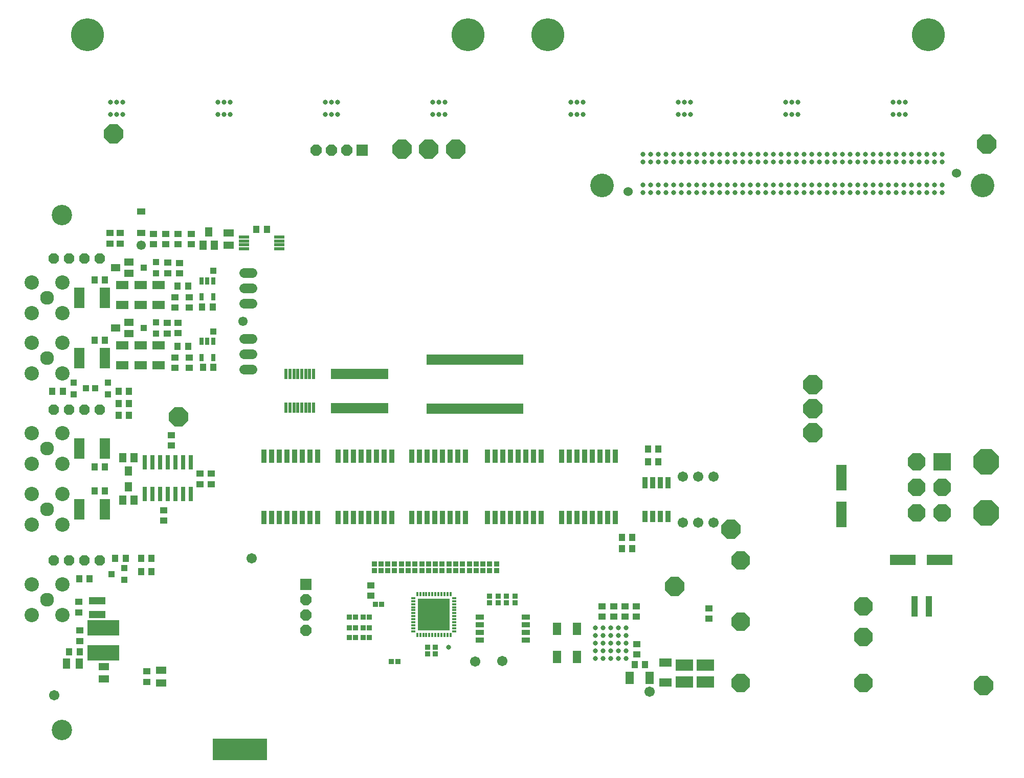
<source format=gts>
G75*
%MOIN*%
%OFA0B0*%
%FSLAX25Y25*%
%IPPOS*%
%LPD*%
%AMOC8*
5,1,8,0,0,1.08239X$1,22.5*
%
%ADD10C,0.09050*%
%ADD11C,0.09350*%
%ADD12OC8,0.06800*%
%ADD13C,0.06706*%
%ADD14OC8,0.12611*%
%ADD15C,0.13300*%
%ADD16C,0.00000*%
%ADD17C,0.00001*%
%ADD18C,0.21400*%
%ADD19C,0.03162*%
%ADD20R,0.06706X0.13398*%
%ADD21R,0.08200X0.05600*%
%ADD22R,0.04300X0.05000*%
%ADD23R,0.04343X0.03950*%
%ADD24R,0.05000X0.04300*%
%ADD25R,0.02965X0.04737*%
%ADD26R,0.03162X0.09461*%
%ADD27R,0.05600X0.04400*%
%ADD28C,0.06115*%
%ADD29OC8,0.11800*%
%ADD30R,0.07099X0.16548*%
%ADD31R,0.16548X0.07099*%
%ADD32R,0.11430X0.11430*%
%ADD33OC8,0.11430*%
%ADD34OC8,0.16611*%
%ADD35R,0.03300X0.08800*%
%ADD36R,0.04343X0.04343*%
%ADD37R,0.06509X0.02170*%
%ADD38R,0.06800X0.04600*%
%ADD39R,0.03300X0.07800*%
%ADD40R,0.04600X0.06800*%
%ADD41R,0.03800X0.03500*%
%ADD42R,0.03500X0.03800*%
%ADD43R,0.05800X0.03792*%
%ADD44R,0.11800X0.07300*%
%ADD45R,0.10800X0.04800*%
%ADD46R,0.20879X0.10052*%
%ADD47R,0.03162X0.01784*%
%ADD48R,0.20879X0.20879*%
%ADD49R,0.01784X0.03162*%
%ADD50C,0.15400*%
%ADD51C,0.03300*%
%ADD52C,0.06000*%
%ADD53R,0.01981X0.07099*%
%ADD54OC8,0.07296*%
%ADD55R,0.07296X0.07296*%
%ADD56C,0.06200*%
%ADD57R,0.06312X0.04737*%
%ADD58R,0.04737X0.06312*%
%ADD59R,0.04000X0.13600*%
%ADD60R,0.05600X0.08200*%
D10*
X0067243Y0123031D03*
X0067243Y0182086D03*
X0067243Y0221456D03*
X0067243Y0280511D03*
X0067243Y0319881D03*
D11*
X0077243Y0309881D03*
X0057243Y0309881D03*
X0057243Y0290511D03*
X0077243Y0290511D03*
X0077243Y0270511D03*
X0057243Y0270511D03*
X0057243Y0231456D03*
X0077243Y0231456D03*
X0077243Y0211456D03*
X0057243Y0211456D03*
X0057243Y0192086D03*
X0077243Y0192086D03*
X0077243Y0172086D03*
X0057243Y0172086D03*
X0057243Y0133031D03*
X0077243Y0133031D03*
X0077243Y0113031D03*
X0057243Y0113031D03*
X0057243Y0329881D03*
X0077243Y0329881D03*
D12*
X0081613Y0345472D03*
X0071613Y0345472D03*
X0091613Y0345472D03*
X0101613Y0345472D03*
X0101613Y0247046D03*
X0091613Y0247046D03*
X0081613Y0247046D03*
X0071613Y0247046D03*
X0071613Y0148621D03*
X0081613Y0148621D03*
X0091613Y0148621D03*
X0101613Y0148621D03*
D13*
X0200811Y0150091D03*
X0071874Y0060524D03*
X0346480Y0082669D03*
X0363916Y0083070D03*
X0460129Y0062861D03*
X0481776Y0173185D03*
X0491776Y0173185D03*
X0501776Y0173185D03*
X0501776Y0203185D03*
X0491776Y0203185D03*
X0481776Y0203185D03*
D14*
X0512909Y0168886D03*
X0476409Y0131543D03*
X0566461Y0231783D03*
X0566461Y0247531D03*
X0566461Y0263280D03*
X0679587Y0420228D03*
X0333724Y0416823D03*
X0315969Y0416823D03*
X0298713Y0416823D03*
X0110823Y0427094D03*
X0153075Y0242118D03*
X0677579Y0067016D03*
D15*
X0077085Y0037794D03*
X0077085Y0374000D03*
D16*
X0175258Y0032300D02*
X0175258Y0018700D01*
X0210358Y0018700D01*
X0210358Y0032300D01*
X0175258Y0032300D01*
D17*
X0175258Y0032299D02*
X0210358Y0032299D01*
X0210358Y0032298D02*
X0175258Y0032298D01*
X0175258Y0032297D02*
X0210358Y0032297D01*
X0210358Y0032296D02*
X0175258Y0032296D01*
X0175258Y0032295D02*
X0210358Y0032295D01*
X0210358Y0032294D02*
X0175258Y0032294D01*
X0210358Y0032294D01*
X0210358Y0032293D02*
X0175258Y0032293D01*
X0175258Y0032292D02*
X0210358Y0032292D01*
X0210358Y0032291D02*
X0175258Y0032291D01*
X0175258Y0032290D02*
X0210358Y0032290D01*
X0210358Y0032289D02*
X0175258Y0032289D01*
X0175258Y0032288D02*
X0210358Y0032288D01*
X0210358Y0032287D02*
X0175258Y0032287D01*
X0175258Y0032286D02*
X0210358Y0032286D01*
X0210358Y0032285D02*
X0175258Y0032285D01*
X0175258Y0032284D02*
X0210358Y0032284D01*
X0210358Y0032283D02*
X0175258Y0032283D01*
X0175258Y0032282D02*
X0210358Y0032282D01*
X0210358Y0032281D02*
X0175258Y0032281D01*
X0175258Y0032280D02*
X0210358Y0032280D01*
X0210358Y0032279D02*
X0175258Y0032279D01*
X0175258Y0032278D02*
X0210358Y0032278D01*
X0210358Y0032277D02*
X0175258Y0032277D01*
X0175258Y0032276D02*
X0210358Y0032276D01*
X0210358Y0032275D02*
X0175258Y0032275D01*
X0175258Y0032274D02*
X0210358Y0032274D01*
X0210358Y0032273D02*
X0175258Y0032273D01*
X0175258Y0032272D02*
X0210358Y0032272D01*
X0210358Y0032271D02*
X0175258Y0032271D01*
X0175258Y0032270D02*
X0210358Y0032270D01*
X0210358Y0032269D02*
X0175258Y0032269D01*
X0175258Y0032268D02*
X0210358Y0032268D01*
X0210358Y0032267D02*
X0175258Y0032267D01*
X0175258Y0032266D02*
X0210358Y0032266D01*
X0210358Y0032265D02*
X0175258Y0032265D01*
X0175258Y0032264D02*
X0210358Y0032264D01*
X0210358Y0032263D02*
X0175258Y0032263D01*
X0175258Y0032262D02*
X0210358Y0032262D01*
X0210358Y0032261D02*
X0175258Y0032261D01*
X0175258Y0032260D02*
X0210358Y0032260D01*
X0210358Y0032259D02*
X0175258Y0032259D01*
X0175258Y0032258D02*
X0210358Y0032258D01*
X0210358Y0032257D02*
X0175258Y0032257D01*
X0175258Y0032256D02*
X0210358Y0032256D01*
X0210358Y0032255D02*
X0175258Y0032255D01*
X0175258Y0032254D02*
X0210358Y0032254D01*
X0210358Y0032253D02*
X0175258Y0032253D01*
X0175258Y0032252D02*
X0210358Y0032252D01*
X0210358Y0032251D02*
X0175258Y0032251D01*
X0175258Y0032250D02*
X0210358Y0032250D01*
X0210358Y0032249D02*
X0175258Y0032249D01*
X0175258Y0032248D02*
X0210358Y0032248D01*
X0210358Y0032247D02*
X0175258Y0032247D01*
X0175258Y0032246D02*
X0210358Y0032246D01*
X0210358Y0032245D02*
X0175258Y0032245D01*
X0175258Y0032244D02*
X0210358Y0032244D01*
X0210358Y0032243D02*
X0175258Y0032243D01*
X0175258Y0032242D02*
X0210358Y0032242D01*
X0210358Y0032241D02*
X0175258Y0032241D01*
X0175258Y0032240D02*
X0210358Y0032240D01*
X0210358Y0032239D02*
X0175258Y0032239D01*
X0175258Y0032238D02*
X0210358Y0032238D01*
X0210358Y0032237D02*
X0175258Y0032237D01*
X0175258Y0032236D02*
X0210358Y0032236D01*
X0210358Y0032235D02*
X0175258Y0032235D01*
X0175258Y0032234D02*
X0210358Y0032234D01*
X0210358Y0032233D02*
X0175258Y0032233D01*
X0175258Y0032232D02*
X0210358Y0032232D01*
X0210358Y0032231D02*
X0175258Y0032231D01*
X0210358Y0032231D01*
X0210358Y0032230D02*
X0175258Y0032230D01*
X0175258Y0032229D02*
X0210358Y0032229D01*
X0210358Y0032228D02*
X0175258Y0032228D01*
X0175258Y0032227D02*
X0210358Y0032227D01*
X0210358Y0032226D02*
X0175258Y0032226D01*
X0175258Y0032225D02*
X0210358Y0032225D01*
X0210358Y0032224D02*
X0175258Y0032224D01*
X0175258Y0032223D02*
X0210358Y0032223D01*
X0210358Y0032222D02*
X0175258Y0032222D01*
X0175258Y0032221D02*
X0210358Y0032221D01*
X0210358Y0032220D02*
X0175258Y0032220D01*
X0175258Y0032219D02*
X0210358Y0032219D01*
X0210358Y0032218D02*
X0175258Y0032218D01*
X0175258Y0032217D02*
X0210358Y0032217D01*
X0210358Y0032216D02*
X0175258Y0032216D01*
X0175258Y0032215D02*
X0210358Y0032215D01*
X0210358Y0032214D02*
X0175258Y0032214D01*
X0175258Y0032213D02*
X0210358Y0032213D01*
X0210358Y0032212D02*
X0175258Y0032212D01*
X0175258Y0032211D02*
X0210358Y0032211D01*
X0210358Y0032210D02*
X0175258Y0032210D01*
X0175258Y0032209D02*
X0210358Y0032209D01*
X0210358Y0032208D02*
X0175258Y0032208D01*
X0175258Y0032207D02*
X0210358Y0032207D01*
X0210358Y0032206D02*
X0175258Y0032206D01*
X0175258Y0032205D02*
X0210358Y0032205D01*
X0210358Y0032204D02*
X0175258Y0032204D01*
X0175258Y0032203D02*
X0210358Y0032203D01*
X0210358Y0032202D02*
X0175258Y0032202D01*
X0175258Y0032201D02*
X0210358Y0032201D01*
X0210358Y0032200D02*
X0175258Y0032200D01*
X0175258Y0032199D02*
X0210358Y0032199D01*
X0210358Y0032198D02*
X0175258Y0032198D01*
X0175258Y0032197D02*
X0210358Y0032197D01*
X0210358Y0032196D02*
X0175258Y0032196D01*
X0175258Y0032195D02*
X0210358Y0032195D01*
X0210358Y0032194D02*
X0175258Y0032194D01*
X0175258Y0032193D02*
X0210358Y0032193D01*
X0210358Y0032192D02*
X0175258Y0032192D01*
X0175258Y0032191D02*
X0210358Y0032191D01*
X0210358Y0032190D02*
X0175258Y0032190D01*
X0175258Y0032189D02*
X0210358Y0032189D01*
X0210358Y0032188D02*
X0175258Y0032188D01*
X0175258Y0032187D02*
X0210358Y0032187D01*
X0210358Y0032186D02*
X0175258Y0032186D01*
X0175258Y0032185D02*
X0210358Y0032185D01*
X0210358Y0032184D02*
X0175258Y0032184D01*
X0175258Y0032183D02*
X0210358Y0032183D01*
X0210358Y0032182D02*
X0175258Y0032182D01*
X0175258Y0032181D02*
X0210358Y0032181D01*
X0210358Y0032180D02*
X0175258Y0032180D01*
X0175258Y0032179D02*
X0210358Y0032179D01*
X0210358Y0032178D02*
X0175258Y0032178D01*
X0175258Y0032177D02*
X0210358Y0032177D01*
X0210358Y0032176D02*
X0175258Y0032176D01*
X0175258Y0032175D02*
X0210358Y0032175D01*
X0210358Y0032174D02*
X0175258Y0032174D01*
X0175258Y0032173D02*
X0210358Y0032173D01*
X0210358Y0032172D02*
X0175258Y0032172D01*
X0175258Y0032171D02*
X0210358Y0032171D01*
X0210358Y0032170D02*
X0175258Y0032170D01*
X0175258Y0032169D02*
X0210358Y0032169D01*
X0175258Y0032169D01*
X0175258Y0032168D02*
X0210358Y0032168D01*
X0210358Y0032167D02*
X0175258Y0032167D01*
X0175258Y0032166D02*
X0210358Y0032166D01*
X0210358Y0032165D02*
X0175258Y0032165D01*
X0175258Y0032164D02*
X0210358Y0032164D01*
X0210358Y0032163D02*
X0175258Y0032163D01*
X0175258Y0032162D02*
X0210358Y0032162D01*
X0210358Y0032161D02*
X0175258Y0032161D01*
X0175258Y0032160D02*
X0210358Y0032160D01*
X0210358Y0032159D02*
X0175258Y0032159D01*
X0175258Y0032158D02*
X0210358Y0032158D01*
X0210358Y0032157D02*
X0175258Y0032157D01*
X0175258Y0032156D02*
X0210358Y0032156D01*
X0210358Y0032155D02*
X0175258Y0032155D01*
X0175258Y0032154D02*
X0210358Y0032154D01*
X0210358Y0032153D02*
X0175258Y0032153D01*
X0175258Y0032152D02*
X0210358Y0032152D01*
X0210358Y0032151D02*
X0175258Y0032151D01*
X0175258Y0032150D02*
X0210358Y0032150D01*
X0210358Y0032149D02*
X0175258Y0032149D01*
X0175258Y0032148D02*
X0210358Y0032148D01*
X0210358Y0032147D02*
X0175258Y0032147D01*
X0175258Y0032146D02*
X0210358Y0032146D01*
X0210358Y0032145D02*
X0175258Y0032145D01*
X0175258Y0032144D02*
X0210358Y0032144D01*
X0210358Y0032143D02*
X0175258Y0032143D01*
X0175258Y0032142D02*
X0210358Y0032142D01*
X0210358Y0032141D02*
X0175258Y0032141D01*
X0175258Y0032140D02*
X0210358Y0032140D01*
X0210358Y0032139D02*
X0175258Y0032139D01*
X0175258Y0032138D02*
X0210358Y0032138D01*
X0210358Y0032137D02*
X0175258Y0032137D01*
X0175258Y0032136D02*
X0210358Y0032136D01*
X0210358Y0032135D02*
X0175258Y0032135D01*
X0175258Y0032134D02*
X0210358Y0032134D01*
X0210358Y0032133D02*
X0175258Y0032133D01*
X0175258Y0032132D02*
X0210358Y0032132D01*
X0210358Y0032131D02*
X0175258Y0032131D01*
X0175258Y0032130D02*
X0210358Y0032130D01*
X0210358Y0032129D02*
X0175258Y0032129D01*
X0175258Y0032128D02*
X0210358Y0032128D01*
X0210358Y0032127D02*
X0175258Y0032127D01*
X0175258Y0032126D02*
X0210358Y0032126D01*
X0210358Y0032125D02*
X0175258Y0032125D01*
X0175258Y0032124D02*
X0210358Y0032124D01*
X0210358Y0032123D02*
X0175258Y0032123D01*
X0175258Y0032122D02*
X0210358Y0032122D01*
X0210358Y0032121D02*
X0175258Y0032121D01*
X0175258Y0032120D02*
X0210358Y0032120D01*
X0210358Y0032119D02*
X0175258Y0032119D01*
X0175258Y0032118D02*
X0210358Y0032118D01*
X0210358Y0032117D02*
X0175258Y0032117D01*
X0175258Y0032116D02*
X0210358Y0032116D01*
X0210358Y0032115D02*
X0175258Y0032115D01*
X0175258Y0032114D02*
X0210358Y0032114D01*
X0210358Y0032113D02*
X0175258Y0032113D01*
X0175258Y0032112D02*
X0210358Y0032112D01*
X0210358Y0032111D02*
X0175258Y0032111D01*
X0175258Y0032110D02*
X0210358Y0032110D01*
X0210358Y0032109D02*
X0175258Y0032109D01*
X0175258Y0032108D02*
X0210358Y0032108D01*
X0210358Y0032107D02*
X0175258Y0032107D01*
X0175258Y0032106D02*
X0210358Y0032106D01*
X0175258Y0032106D01*
X0175258Y0032105D02*
X0210358Y0032105D01*
X0210358Y0032104D02*
X0175258Y0032104D01*
X0175258Y0032103D02*
X0210358Y0032103D01*
X0210358Y0032102D02*
X0175258Y0032102D01*
X0175258Y0032101D02*
X0210358Y0032101D01*
X0210358Y0032100D02*
X0175258Y0032100D01*
X0175258Y0032099D02*
X0210358Y0032099D01*
X0210358Y0032098D02*
X0175258Y0032098D01*
X0175258Y0032097D02*
X0210358Y0032097D01*
X0210358Y0032096D02*
X0175258Y0032096D01*
X0175258Y0032095D02*
X0210358Y0032095D01*
X0210358Y0032094D02*
X0175258Y0032094D01*
X0175258Y0032093D02*
X0210358Y0032093D01*
X0210358Y0032092D02*
X0175258Y0032092D01*
X0175258Y0032091D02*
X0210358Y0032091D01*
X0210358Y0032090D02*
X0175258Y0032090D01*
X0175258Y0032089D02*
X0210358Y0032089D01*
X0210358Y0032088D02*
X0175258Y0032088D01*
X0175258Y0032087D02*
X0210358Y0032087D01*
X0210358Y0032086D02*
X0175258Y0032086D01*
X0175258Y0032085D02*
X0210358Y0032085D01*
X0210358Y0032084D02*
X0175258Y0032084D01*
X0175258Y0032083D02*
X0210358Y0032083D01*
X0210358Y0032082D02*
X0175258Y0032082D01*
X0175258Y0032081D02*
X0210358Y0032081D01*
X0210358Y0032080D02*
X0175258Y0032080D01*
X0175258Y0032079D02*
X0210358Y0032079D01*
X0210358Y0032078D02*
X0175258Y0032078D01*
X0175258Y0032077D02*
X0210358Y0032077D01*
X0210358Y0032076D02*
X0175258Y0032076D01*
X0175258Y0032075D02*
X0210358Y0032075D01*
X0210358Y0032074D02*
X0175258Y0032074D01*
X0175258Y0032073D02*
X0210358Y0032073D01*
X0210358Y0032072D02*
X0175258Y0032072D01*
X0175258Y0032071D02*
X0210358Y0032071D01*
X0210358Y0032070D02*
X0175258Y0032070D01*
X0175258Y0032069D02*
X0210358Y0032069D01*
X0210358Y0032068D02*
X0175258Y0032068D01*
X0175258Y0032067D02*
X0210358Y0032067D01*
X0210358Y0032066D02*
X0175258Y0032066D01*
X0175258Y0032065D02*
X0210358Y0032065D01*
X0210358Y0032064D02*
X0175258Y0032064D01*
X0175258Y0032063D02*
X0210358Y0032063D01*
X0210358Y0032062D02*
X0175258Y0032062D01*
X0175258Y0032061D02*
X0210358Y0032061D01*
X0210358Y0032060D02*
X0175258Y0032060D01*
X0175258Y0032059D02*
X0210358Y0032059D01*
X0210358Y0032058D02*
X0175258Y0032058D01*
X0175258Y0032057D02*
X0210358Y0032057D01*
X0210358Y0032056D02*
X0175258Y0032056D01*
X0175258Y0032055D02*
X0210358Y0032055D01*
X0210358Y0032054D02*
X0175258Y0032054D01*
X0175258Y0032053D02*
X0210358Y0032053D01*
X0210358Y0032052D02*
X0175258Y0032052D01*
X0175258Y0032051D02*
X0210358Y0032051D01*
X0210358Y0032050D02*
X0175258Y0032050D01*
X0175258Y0032049D02*
X0210358Y0032049D01*
X0210358Y0032048D02*
X0175258Y0032048D01*
X0175258Y0032047D02*
X0210358Y0032047D01*
X0210358Y0032046D02*
X0175258Y0032046D01*
X0175258Y0032045D02*
X0210358Y0032045D01*
X0210358Y0032044D02*
X0175258Y0032044D01*
X0210358Y0032044D01*
X0210358Y0032043D02*
X0175258Y0032043D01*
X0175258Y0032042D02*
X0210358Y0032042D01*
X0210358Y0032041D02*
X0175258Y0032041D01*
X0175258Y0032040D02*
X0210358Y0032040D01*
X0210358Y0032039D02*
X0175258Y0032039D01*
X0175258Y0032038D02*
X0210358Y0032038D01*
X0210358Y0032037D02*
X0175258Y0032037D01*
X0175258Y0032036D02*
X0210358Y0032036D01*
X0210358Y0032035D02*
X0175258Y0032035D01*
X0175258Y0032034D02*
X0210358Y0032034D01*
X0210358Y0032033D02*
X0175258Y0032033D01*
X0175258Y0032032D02*
X0210358Y0032032D01*
X0210358Y0032031D02*
X0175258Y0032031D01*
X0175258Y0032030D02*
X0210358Y0032030D01*
X0210358Y0032029D02*
X0175258Y0032029D01*
X0175258Y0032028D02*
X0210358Y0032028D01*
X0210358Y0032027D02*
X0175258Y0032027D01*
X0175258Y0032026D02*
X0210358Y0032026D01*
X0210358Y0032025D02*
X0175258Y0032025D01*
X0175258Y0032024D02*
X0210358Y0032024D01*
X0210358Y0032023D02*
X0175258Y0032023D01*
X0175258Y0032022D02*
X0210358Y0032022D01*
X0210358Y0032021D02*
X0175258Y0032021D01*
X0175258Y0032020D02*
X0210358Y0032020D01*
X0210358Y0032019D02*
X0175258Y0032019D01*
X0175258Y0032018D02*
X0210358Y0032018D01*
X0210358Y0032017D02*
X0175258Y0032017D01*
X0175258Y0032016D02*
X0210358Y0032016D01*
X0210358Y0032015D02*
X0175258Y0032015D01*
X0175258Y0032014D02*
X0210358Y0032014D01*
X0210358Y0032013D02*
X0175258Y0032013D01*
X0175258Y0032012D02*
X0210358Y0032012D01*
X0210358Y0032011D02*
X0175258Y0032011D01*
X0175258Y0032010D02*
X0210358Y0032010D01*
X0210358Y0032009D02*
X0175258Y0032009D01*
X0175258Y0032008D02*
X0210358Y0032008D01*
X0210358Y0032007D02*
X0175258Y0032007D01*
X0175258Y0032006D02*
X0210358Y0032006D01*
X0210358Y0032005D02*
X0175258Y0032005D01*
X0175258Y0032004D02*
X0210358Y0032004D01*
X0210358Y0032003D02*
X0175258Y0032003D01*
X0175258Y0032002D02*
X0210358Y0032002D01*
X0210358Y0032001D02*
X0175258Y0032001D01*
X0175258Y0032000D02*
X0210358Y0032000D01*
X0210358Y0031999D02*
X0175258Y0031999D01*
X0175258Y0031998D02*
X0210358Y0031998D01*
X0210358Y0031997D02*
X0175258Y0031997D01*
X0175258Y0031996D02*
X0210358Y0031996D01*
X0210358Y0031995D02*
X0175258Y0031995D01*
X0175258Y0031994D02*
X0210358Y0031994D01*
X0210358Y0031993D02*
X0175258Y0031993D01*
X0175258Y0031992D02*
X0210358Y0031992D01*
X0210358Y0031991D02*
X0175258Y0031991D01*
X0175258Y0031990D02*
X0210358Y0031990D01*
X0210358Y0031989D02*
X0175258Y0031989D01*
X0175258Y0031988D02*
X0210358Y0031988D01*
X0210358Y0031987D02*
X0175258Y0031987D01*
X0175258Y0031986D02*
X0210358Y0031986D01*
X0210358Y0031985D02*
X0175258Y0031985D01*
X0175258Y0031984D02*
X0210358Y0031984D01*
X0210358Y0031983D02*
X0175258Y0031983D01*
X0175258Y0031982D02*
X0210358Y0031982D01*
X0210358Y0031981D02*
X0175258Y0031981D01*
X0210358Y0031981D01*
X0210358Y0031980D02*
X0175258Y0031980D01*
X0175258Y0031979D02*
X0210358Y0031979D01*
X0210358Y0031978D02*
X0175258Y0031978D01*
X0175258Y0031977D02*
X0210358Y0031977D01*
X0210358Y0031976D02*
X0175258Y0031976D01*
X0175258Y0031975D02*
X0210358Y0031975D01*
X0210358Y0031974D02*
X0175258Y0031974D01*
X0175258Y0031973D02*
X0210358Y0031973D01*
X0210358Y0031972D02*
X0175258Y0031972D01*
X0175258Y0031971D02*
X0210358Y0031971D01*
X0210358Y0031970D02*
X0175258Y0031970D01*
X0175258Y0031969D02*
X0210358Y0031969D01*
X0210358Y0031968D02*
X0175258Y0031968D01*
X0175258Y0031967D02*
X0210358Y0031967D01*
X0210358Y0031966D02*
X0175258Y0031966D01*
X0175258Y0031965D02*
X0210358Y0031965D01*
X0210358Y0031964D02*
X0175258Y0031964D01*
X0175258Y0031963D02*
X0210358Y0031963D01*
X0210358Y0031962D02*
X0175258Y0031962D01*
X0175258Y0031961D02*
X0210358Y0031961D01*
X0210358Y0031960D02*
X0175258Y0031960D01*
X0175258Y0031959D02*
X0210358Y0031959D01*
X0210358Y0031958D02*
X0175258Y0031958D01*
X0175258Y0031957D02*
X0210358Y0031957D01*
X0210358Y0031956D02*
X0175258Y0031956D01*
X0175258Y0031955D02*
X0210358Y0031955D01*
X0210358Y0031954D02*
X0175258Y0031954D01*
X0175258Y0031953D02*
X0210358Y0031953D01*
X0210358Y0031952D02*
X0175258Y0031952D01*
X0175258Y0031951D02*
X0210358Y0031951D01*
X0210358Y0031950D02*
X0175258Y0031950D01*
X0175258Y0031949D02*
X0210358Y0031949D01*
X0210358Y0031948D02*
X0175258Y0031948D01*
X0175258Y0031947D02*
X0210358Y0031947D01*
X0210358Y0031946D02*
X0175258Y0031946D01*
X0175258Y0031945D02*
X0210358Y0031945D01*
X0210358Y0031944D02*
X0175258Y0031944D01*
X0175258Y0031943D02*
X0210358Y0031943D01*
X0210358Y0031942D02*
X0175258Y0031942D01*
X0175258Y0031941D02*
X0210358Y0031941D01*
X0210358Y0031940D02*
X0175258Y0031940D01*
X0175258Y0031939D02*
X0210358Y0031939D01*
X0210358Y0031938D02*
X0175258Y0031938D01*
X0175258Y0031937D02*
X0210358Y0031937D01*
X0210358Y0031936D02*
X0175258Y0031936D01*
X0175258Y0031935D02*
X0210358Y0031935D01*
X0210358Y0031934D02*
X0175258Y0031934D01*
X0175258Y0031933D02*
X0210358Y0031933D01*
X0210358Y0031932D02*
X0175258Y0031932D01*
X0175258Y0031931D02*
X0210358Y0031931D01*
X0210358Y0031930D02*
X0175258Y0031930D01*
X0175258Y0031929D02*
X0210358Y0031929D01*
X0210358Y0031928D02*
X0175258Y0031928D01*
X0175258Y0031927D02*
X0210358Y0031927D01*
X0210358Y0031926D02*
X0175258Y0031926D01*
X0175258Y0031925D02*
X0210358Y0031925D01*
X0210358Y0031924D02*
X0175258Y0031924D01*
X0175258Y0031923D02*
X0210358Y0031923D01*
X0210358Y0031922D02*
X0175258Y0031922D01*
X0175258Y0031921D02*
X0210358Y0031921D01*
X0210358Y0031920D02*
X0175258Y0031920D01*
X0175258Y0031919D02*
X0210358Y0031919D01*
X0175258Y0031919D01*
X0175258Y0031918D02*
X0210358Y0031918D01*
X0210358Y0031917D02*
X0175258Y0031917D01*
X0175258Y0031916D02*
X0210358Y0031916D01*
X0210358Y0031915D02*
X0175258Y0031915D01*
X0175258Y0031914D02*
X0210358Y0031914D01*
X0210358Y0031913D02*
X0175258Y0031913D01*
X0175258Y0031912D02*
X0210358Y0031912D01*
X0210358Y0031911D02*
X0175258Y0031911D01*
X0175258Y0031910D02*
X0210358Y0031910D01*
X0210358Y0031909D02*
X0175258Y0031909D01*
X0175258Y0031908D02*
X0210358Y0031908D01*
X0210358Y0031907D02*
X0175258Y0031907D01*
X0175258Y0031906D02*
X0210358Y0031906D01*
X0210358Y0031905D02*
X0175258Y0031905D01*
X0175258Y0031904D02*
X0210358Y0031904D01*
X0210358Y0031903D02*
X0175258Y0031903D01*
X0175258Y0031902D02*
X0210358Y0031902D01*
X0210358Y0031901D02*
X0175258Y0031901D01*
X0175258Y0031900D02*
X0210358Y0031900D01*
X0210358Y0031899D02*
X0175258Y0031899D01*
X0175258Y0031898D02*
X0210358Y0031898D01*
X0210358Y0031897D02*
X0175258Y0031897D01*
X0175258Y0031896D02*
X0210358Y0031896D01*
X0210358Y0031895D02*
X0175258Y0031895D01*
X0175258Y0031894D02*
X0210358Y0031894D01*
X0210358Y0031893D02*
X0175258Y0031893D01*
X0175258Y0031892D02*
X0210358Y0031892D01*
X0210358Y0031891D02*
X0175258Y0031891D01*
X0175258Y0031890D02*
X0210358Y0031890D01*
X0210358Y0031889D02*
X0175258Y0031889D01*
X0175258Y0031888D02*
X0210358Y0031888D01*
X0210358Y0031887D02*
X0175258Y0031887D01*
X0175258Y0031886D02*
X0210358Y0031886D01*
X0210358Y0031885D02*
X0175258Y0031885D01*
X0175258Y0031884D02*
X0210358Y0031884D01*
X0210358Y0031883D02*
X0175258Y0031883D01*
X0175258Y0031882D02*
X0210358Y0031882D01*
X0210358Y0031881D02*
X0175258Y0031881D01*
X0175258Y0031880D02*
X0210358Y0031880D01*
X0210358Y0031879D02*
X0175258Y0031879D01*
X0175258Y0031878D02*
X0210358Y0031878D01*
X0210358Y0031877D02*
X0175258Y0031877D01*
X0175258Y0031876D02*
X0210358Y0031876D01*
X0210358Y0031875D02*
X0175258Y0031875D01*
X0175258Y0031874D02*
X0210358Y0031874D01*
X0210358Y0031873D02*
X0175258Y0031873D01*
X0175258Y0031872D02*
X0210358Y0031872D01*
X0210358Y0031871D02*
X0175258Y0031871D01*
X0175258Y0031870D02*
X0210358Y0031870D01*
X0210358Y0031869D02*
X0175258Y0031869D01*
X0175258Y0031868D02*
X0210358Y0031868D01*
X0210358Y0031867D02*
X0175258Y0031867D01*
X0175258Y0031866D02*
X0210358Y0031866D01*
X0210358Y0031865D02*
X0175258Y0031865D01*
X0175258Y0031864D02*
X0210358Y0031864D01*
X0210358Y0031863D02*
X0175258Y0031863D01*
X0175258Y0031862D02*
X0210358Y0031862D01*
X0210358Y0031861D02*
X0175258Y0031861D01*
X0175258Y0031860D02*
X0210358Y0031860D01*
X0210358Y0031859D02*
X0175258Y0031859D01*
X0175258Y0031858D02*
X0210358Y0031858D01*
X0210358Y0031857D02*
X0175258Y0031857D01*
X0175258Y0031856D02*
X0210358Y0031856D01*
X0175258Y0031856D01*
X0175258Y0031855D02*
X0210358Y0031855D01*
X0210358Y0031854D02*
X0175258Y0031854D01*
X0175258Y0031853D02*
X0210358Y0031853D01*
X0210358Y0031852D02*
X0175258Y0031852D01*
X0175258Y0031851D02*
X0210358Y0031851D01*
X0210358Y0031850D02*
X0175258Y0031850D01*
X0175258Y0031849D02*
X0210358Y0031849D01*
X0210358Y0031848D02*
X0175258Y0031848D01*
X0175258Y0031847D02*
X0210358Y0031847D01*
X0210358Y0031846D02*
X0175258Y0031846D01*
X0175258Y0031845D02*
X0210358Y0031845D01*
X0210358Y0031844D02*
X0175258Y0031844D01*
X0175258Y0031843D02*
X0210358Y0031843D01*
X0210358Y0031842D02*
X0175258Y0031842D01*
X0175258Y0031841D02*
X0210358Y0031841D01*
X0210358Y0031840D02*
X0175258Y0031840D01*
X0175258Y0031839D02*
X0210358Y0031839D01*
X0210358Y0031838D02*
X0175258Y0031838D01*
X0175258Y0031837D02*
X0210358Y0031837D01*
X0210358Y0031836D02*
X0175258Y0031836D01*
X0175258Y0031835D02*
X0210358Y0031835D01*
X0210358Y0031834D02*
X0175258Y0031834D01*
X0175258Y0031833D02*
X0210358Y0031833D01*
X0210358Y0031832D02*
X0175258Y0031832D01*
X0175258Y0031831D02*
X0210358Y0031831D01*
X0210358Y0031830D02*
X0175258Y0031830D01*
X0175258Y0031829D02*
X0210358Y0031829D01*
X0210358Y0031828D02*
X0175258Y0031828D01*
X0175258Y0031827D02*
X0210358Y0031827D01*
X0210358Y0031826D02*
X0175258Y0031826D01*
X0175258Y0031825D02*
X0210358Y0031825D01*
X0210358Y0031824D02*
X0175258Y0031824D01*
X0175258Y0031823D02*
X0210358Y0031823D01*
X0210358Y0031822D02*
X0175258Y0031822D01*
X0175258Y0031821D02*
X0210358Y0031821D01*
X0210358Y0031820D02*
X0175258Y0031820D01*
X0175258Y0031819D02*
X0210358Y0031819D01*
X0210358Y0031818D02*
X0175258Y0031818D01*
X0175258Y0031817D02*
X0210358Y0031817D01*
X0210358Y0031816D02*
X0175258Y0031816D01*
X0175258Y0031815D02*
X0210358Y0031815D01*
X0210358Y0031814D02*
X0175258Y0031814D01*
X0175258Y0031813D02*
X0210358Y0031813D01*
X0210358Y0031812D02*
X0175258Y0031812D01*
X0175258Y0031811D02*
X0210358Y0031811D01*
X0210358Y0031810D02*
X0175258Y0031810D01*
X0175258Y0031809D02*
X0210358Y0031809D01*
X0210358Y0031808D02*
X0175258Y0031808D01*
X0175258Y0031807D02*
X0210358Y0031807D01*
X0210358Y0031806D02*
X0175258Y0031806D01*
X0175258Y0031805D02*
X0210358Y0031805D01*
X0210358Y0031804D02*
X0175258Y0031804D01*
X0175258Y0031803D02*
X0210358Y0031803D01*
X0210358Y0031802D02*
X0175258Y0031802D01*
X0175258Y0031801D02*
X0210358Y0031801D01*
X0210358Y0031800D02*
X0175258Y0031800D01*
X0175258Y0031799D02*
X0210358Y0031799D01*
X0210358Y0031798D02*
X0175258Y0031798D01*
X0175258Y0031797D02*
X0210358Y0031797D01*
X0210358Y0031796D02*
X0175258Y0031796D01*
X0175258Y0031795D02*
X0210358Y0031795D01*
X0210358Y0031794D02*
X0175258Y0031794D01*
X0210358Y0031794D01*
X0210358Y0031793D02*
X0175258Y0031793D01*
X0175258Y0031792D02*
X0210358Y0031792D01*
X0210358Y0031791D02*
X0175258Y0031791D01*
X0175258Y0031790D02*
X0210358Y0031790D01*
X0210358Y0031789D02*
X0175258Y0031789D01*
X0175258Y0031788D02*
X0210358Y0031788D01*
X0210358Y0031787D02*
X0175258Y0031787D01*
X0175258Y0031786D02*
X0210358Y0031786D01*
X0210358Y0031785D02*
X0175258Y0031785D01*
X0175258Y0031784D02*
X0210358Y0031784D01*
X0210358Y0031783D02*
X0175258Y0031783D01*
X0175258Y0031782D02*
X0210358Y0031782D01*
X0210358Y0031781D02*
X0175258Y0031781D01*
X0175258Y0031780D02*
X0210358Y0031780D01*
X0210358Y0031779D02*
X0175258Y0031779D01*
X0175258Y0031778D02*
X0210358Y0031778D01*
X0210358Y0031777D02*
X0175258Y0031777D01*
X0175258Y0031776D02*
X0210358Y0031776D01*
X0210358Y0031775D02*
X0175258Y0031775D01*
X0175258Y0031774D02*
X0210358Y0031774D01*
X0210358Y0031773D02*
X0175258Y0031773D01*
X0175258Y0031772D02*
X0210358Y0031772D01*
X0210358Y0031771D02*
X0175258Y0031771D01*
X0175258Y0031770D02*
X0210358Y0031770D01*
X0210358Y0031769D02*
X0175258Y0031769D01*
X0175258Y0031768D02*
X0210358Y0031768D01*
X0210358Y0031767D02*
X0175258Y0031767D01*
X0175258Y0031766D02*
X0210358Y0031766D01*
X0210358Y0031765D02*
X0175258Y0031765D01*
X0175258Y0031764D02*
X0210358Y0031764D01*
X0210358Y0031763D02*
X0175258Y0031763D01*
X0175258Y0031762D02*
X0210358Y0031762D01*
X0210358Y0031761D02*
X0175258Y0031761D01*
X0175258Y0031760D02*
X0210358Y0031760D01*
X0210358Y0031759D02*
X0175258Y0031759D01*
X0175258Y0031758D02*
X0210358Y0031758D01*
X0210358Y0031757D02*
X0175258Y0031757D01*
X0175258Y0031756D02*
X0210358Y0031756D01*
X0210358Y0031755D02*
X0175258Y0031755D01*
X0175258Y0031754D02*
X0210358Y0031754D01*
X0210358Y0031753D02*
X0175258Y0031753D01*
X0175258Y0031752D02*
X0210358Y0031752D01*
X0210358Y0031751D02*
X0175258Y0031751D01*
X0175258Y0031750D02*
X0210358Y0031750D01*
X0210358Y0031749D02*
X0175258Y0031749D01*
X0175258Y0031748D02*
X0210358Y0031748D01*
X0210358Y0031747D02*
X0175258Y0031747D01*
X0175258Y0031746D02*
X0210358Y0031746D01*
X0210358Y0031745D02*
X0175258Y0031745D01*
X0175258Y0031744D02*
X0210358Y0031744D01*
X0210358Y0031743D02*
X0175258Y0031743D01*
X0175258Y0031742D02*
X0210358Y0031742D01*
X0210358Y0031741D02*
X0175258Y0031741D01*
X0175258Y0031740D02*
X0210358Y0031740D01*
X0210358Y0031739D02*
X0175258Y0031739D01*
X0175258Y0031738D02*
X0210358Y0031738D01*
X0210358Y0031737D02*
X0175258Y0031737D01*
X0175258Y0031736D02*
X0210358Y0031736D01*
X0210358Y0031735D02*
X0175258Y0031735D01*
X0175258Y0031734D02*
X0210358Y0031734D01*
X0210358Y0031733D02*
X0175258Y0031733D01*
X0175258Y0031732D02*
X0210358Y0031732D01*
X0210358Y0031731D02*
X0175258Y0031731D01*
X0210358Y0031731D01*
X0210358Y0031730D02*
X0175258Y0031730D01*
X0175258Y0031729D02*
X0210358Y0031729D01*
X0210358Y0031728D02*
X0175258Y0031728D01*
X0175258Y0031727D02*
X0210358Y0031727D01*
X0210358Y0031726D02*
X0175258Y0031726D01*
X0175258Y0031725D02*
X0210358Y0031725D01*
X0210358Y0031724D02*
X0175258Y0031724D01*
X0175258Y0031723D02*
X0210358Y0031723D01*
X0210358Y0031722D02*
X0175258Y0031722D01*
X0175258Y0031721D02*
X0210358Y0031721D01*
X0210358Y0031720D02*
X0175258Y0031720D01*
X0175258Y0031719D02*
X0210358Y0031719D01*
X0210358Y0031718D02*
X0175258Y0031718D01*
X0175258Y0031717D02*
X0210358Y0031717D01*
X0210358Y0031716D02*
X0175258Y0031716D01*
X0175258Y0031715D02*
X0210358Y0031715D01*
X0210358Y0031714D02*
X0175258Y0031714D01*
X0175258Y0031713D02*
X0210358Y0031713D01*
X0210358Y0031712D02*
X0175258Y0031712D01*
X0175258Y0031711D02*
X0210358Y0031711D01*
X0210358Y0031710D02*
X0175258Y0031710D01*
X0175258Y0031709D02*
X0210358Y0031709D01*
X0210358Y0031708D02*
X0175258Y0031708D01*
X0175258Y0031707D02*
X0210358Y0031707D01*
X0210358Y0031706D02*
X0175258Y0031706D01*
X0175258Y0031705D02*
X0210358Y0031705D01*
X0210358Y0031704D02*
X0175258Y0031704D01*
X0175258Y0031703D02*
X0210358Y0031703D01*
X0210358Y0031702D02*
X0175258Y0031702D01*
X0175258Y0031701D02*
X0210358Y0031701D01*
X0210358Y0031700D02*
X0175258Y0031700D01*
X0175258Y0031699D02*
X0210358Y0031699D01*
X0210358Y0031698D02*
X0175258Y0031698D01*
X0175258Y0031697D02*
X0210358Y0031697D01*
X0210358Y0031696D02*
X0175258Y0031696D01*
X0175258Y0031695D02*
X0210358Y0031695D01*
X0210358Y0031694D02*
X0175258Y0031694D01*
X0175258Y0031693D02*
X0210358Y0031693D01*
X0210358Y0031692D02*
X0175258Y0031692D01*
X0175258Y0031691D02*
X0210358Y0031691D01*
X0210358Y0031690D02*
X0175258Y0031690D01*
X0175258Y0031689D02*
X0210358Y0031689D01*
X0210358Y0031688D02*
X0175258Y0031688D01*
X0175258Y0031687D02*
X0210358Y0031687D01*
X0210358Y0031686D02*
X0175258Y0031686D01*
X0175258Y0031685D02*
X0210358Y0031685D01*
X0210358Y0031684D02*
X0175258Y0031684D01*
X0175258Y0031683D02*
X0210358Y0031683D01*
X0210358Y0031682D02*
X0175258Y0031682D01*
X0175258Y0031681D02*
X0210358Y0031681D01*
X0210358Y0031680D02*
X0175258Y0031680D01*
X0175258Y0031679D02*
X0210358Y0031679D01*
X0210358Y0031678D02*
X0175258Y0031678D01*
X0175258Y0031677D02*
X0210358Y0031677D01*
X0210358Y0031676D02*
X0175258Y0031676D01*
X0175258Y0031675D02*
X0210358Y0031675D01*
X0210358Y0031674D02*
X0175258Y0031674D01*
X0175258Y0031673D02*
X0210358Y0031673D01*
X0210358Y0031672D02*
X0175258Y0031672D01*
X0175258Y0031671D02*
X0210358Y0031671D01*
X0210358Y0031670D02*
X0175258Y0031670D01*
X0175258Y0031669D02*
X0210358Y0031669D01*
X0175258Y0031669D01*
X0175258Y0031668D02*
X0210358Y0031668D01*
X0210358Y0031667D02*
X0175258Y0031667D01*
X0175258Y0031666D02*
X0210358Y0031666D01*
X0210358Y0031665D02*
X0175258Y0031665D01*
X0175258Y0031664D02*
X0210358Y0031664D01*
X0210358Y0031663D02*
X0175258Y0031663D01*
X0175258Y0031662D02*
X0210358Y0031662D01*
X0210358Y0031661D02*
X0175258Y0031661D01*
X0175258Y0031660D02*
X0210358Y0031660D01*
X0210358Y0031659D02*
X0175258Y0031659D01*
X0175258Y0031658D02*
X0210358Y0031658D01*
X0210358Y0031657D02*
X0175258Y0031657D01*
X0175258Y0031656D02*
X0210358Y0031656D01*
X0210358Y0031655D02*
X0175258Y0031655D01*
X0175258Y0031654D02*
X0210358Y0031654D01*
X0210358Y0031653D02*
X0175258Y0031653D01*
X0175258Y0031652D02*
X0210358Y0031652D01*
X0210358Y0031651D02*
X0175258Y0031651D01*
X0175258Y0031650D02*
X0210358Y0031650D01*
X0210358Y0031649D02*
X0175258Y0031649D01*
X0175258Y0031648D02*
X0210358Y0031648D01*
X0210358Y0031647D02*
X0175258Y0031647D01*
X0175258Y0031646D02*
X0210358Y0031646D01*
X0210358Y0031645D02*
X0175258Y0031645D01*
X0175258Y0031644D02*
X0210358Y0031644D01*
X0210358Y0031643D02*
X0175258Y0031643D01*
X0175258Y0031642D02*
X0210358Y0031642D01*
X0210358Y0031641D02*
X0175258Y0031641D01*
X0175258Y0031640D02*
X0210358Y0031640D01*
X0210358Y0031639D02*
X0175258Y0031639D01*
X0175258Y0031638D02*
X0210358Y0031638D01*
X0210358Y0031637D02*
X0175258Y0031637D01*
X0175258Y0031636D02*
X0210358Y0031636D01*
X0210358Y0031635D02*
X0175258Y0031635D01*
X0175258Y0031634D02*
X0210358Y0031634D01*
X0210358Y0031633D02*
X0175258Y0031633D01*
X0175258Y0031632D02*
X0210358Y0031632D01*
X0210358Y0031631D02*
X0175258Y0031631D01*
X0175258Y0031630D02*
X0210358Y0031630D01*
X0210358Y0031629D02*
X0175258Y0031629D01*
X0175258Y0031628D02*
X0210358Y0031628D01*
X0210358Y0031627D02*
X0175258Y0031627D01*
X0175258Y0031626D02*
X0210358Y0031626D01*
X0210358Y0031625D02*
X0175258Y0031625D01*
X0175258Y0031624D02*
X0210358Y0031624D01*
X0210358Y0031623D02*
X0175258Y0031623D01*
X0175258Y0031622D02*
X0210358Y0031622D01*
X0210358Y0031621D02*
X0175258Y0031621D01*
X0175258Y0031620D02*
X0210358Y0031620D01*
X0210358Y0031619D02*
X0175258Y0031619D01*
X0175258Y0031618D02*
X0210358Y0031618D01*
X0210358Y0031617D02*
X0175258Y0031617D01*
X0175258Y0031616D02*
X0210358Y0031616D01*
X0210358Y0031615D02*
X0175258Y0031615D01*
X0175258Y0031614D02*
X0210358Y0031614D01*
X0210358Y0031613D02*
X0175258Y0031613D01*
X0175258Y0031612D02*
X0210358Y0031612D01*
X0210358Y0031611D02*
X0175258Y0031611D01*
X0175258Y0031610D02*
X0210358Y0031610D01*
X0210358Y0031609D02*
X0175258Y0031609D01*
X0175258Y0031608D02*
X0210358Y0031608D01*
X0210358Y0031607D02*
X0175258Y0031607D01*
X0175258Y0031606D02*
X0210358Y0031606D01*
X0175258Y0031606D01*
X0175258Y0031605D02*
X0210358Y0031605D01*
X0210358Y0031604D02*
X0175258Y0031604D01*
X0175258Y0031603D02*
X0210358Y0031603D01*
X0210358Y0031602D02*
X0175258Y0031602D01*
X0175258Y0031601D02*
X0210358Y0031601D01*
X0210358Y0031600D02*
X0175258Y0031600D01*
X0175258Y0031599D02*
X0210358Y0031599D01*
X0210358Y0031598D02*
X0175258Y0031598D01*
X0175258Y0031597D02*
X0210358Y0031597D01*
X0210358Y0031596D02*
X0175258Y0031596D01*
X0175258Y0031595D02*
X0210358Y0031595D01*
X0210358Y0031594D02*
X0175258Y0031594D01*
X0175258Y0031593D02*
X0210358Y0031593D01*
X0210358Y0031592D02*
X0175258Y0031592D01*
X0175258Y0031591D02*
X0210358Y0031591D01*
X0210358Y0031590D02*
X0175258Y0031590D01*
X0175258Y0031589D02*
X0210358Y0031589D01*
X0210358Y0031588D02*
X0175258Y0031588D01*
X0175258Y0031587D02*
X0210358Y0031587D01*
X0210358Y0031586D02*
X0175258Y0031586D01*
X0175258Y0031585D02*
X0210358Y0031585D01*
X0210358Y0031584D02*
X0175258Y0031584D01*
X0175258Y0031583D02*
X0210358Y0031583D01*
X0210358Y0031582D02*
X0175258Y0031582D01*
X0175258Y0031581D02*
X0210358Y0031581D01*
X0210358Y0031580D02*
X0175258Y0031580D01*
X0175258Y0031579D02*
X0210358Y0031579D01*
X0210358Y0031578D02*
X0175258Y0031578D01*
X0175258Y0031577D02*
X0210358Y0031577D01*
X0210358Y0031576D02*
X0175258Y0031576D01*
X0175258Y0031575D02*
X0210358Y0031575D01*
X0210358Y0031574D02*
X0175258Y0031574D01*
X0175258Y0031573D02*
X0210358Y0031573D01*
X0210358Y0031572D02*
X0175258Y0031572D01*
X0175258Y0031571D02*
X0210358Y0031571D01*
X0210358Y0031570D02*
X0175258Y0031570D01*
X0175258Y0031569D02*
X0210358Y0031569D01*
X0210358Y0031568D02*
X0175258Y0031568D01*
X0175258Y0031567D02*
X0210358Y0031567D01*
X0210358Y0031566D02*
X0175258Y0031566D01*
X0175258Y0031565D02*
X0210358Y0031565D01*
X0210358Y0031564D02*
X0175258Y0031564D01*
X0175258Y0031563D02*
X0210358Y0031563D01*
X0210358Y0031562D02*
X0175258Y0031562D01*
X0175258Y0031561D02*
X0210358Y0031561D01*
X0210358Y0031560D02*
X0175258Y0031560D01*
X0175258Y0031559D02*
X0210358Y0031559D01*
X0210358Y0031558D02*
X0175258Y0031558D01*
X0175258Y0031557D02*
X0210358Y0031557D01*
X0210358Y0031556D02*
X0175258Y0031556D01*
X0175258Y0031555D02*
X0210358Y0031555D01*
X0210358Y0031554D02*
X0175258Y0031554D01*
X0175258Y0031553D02*
X0210358Y0031553D01*
X0210358Y0031552D02*
X0175258Y0031552D01*
X0175258Y0031551D02*
X0210358Y0031551D01*
X0210358Y0031550D02*
X0175258Y0031550D01*
X0175258Y0031549D02*
X0210358Y0031549D01*
X0210358Y0031548D02*
X0175258Y0031548D01*
X0175258Y0031547D02*
X0210358Y0031547D01*
X0210358Y0031546D02*
X0175258Y0031546D01*
X0175258Y0031545D02*
X0210358Y0031545D01*
X0210358Y0031544D02*
X0175258Y0031544D01*
X0210358Y0031544D01*
X0210358Y0031543D02*
X0175258Y0031543D01*
X0175258Y0031542D02*
X0210358Y0031542D01*
X0210358Y0031541D02*
X0175258Y0031541D01*
X0175258Y0031540D02*
X0210358Y0031540D01*
X0210358Y0031539D02*
X0175258Y0031539D01*
X0175258Y0031538D02*
X0210358Y0031538D01*
X0210358Y0031537D02*
X0175258Y0031537D01*
X0175258Y0031536D02*
X0210358Y0031536D01*
X0210358Y0031535D02*
X0175258Y0031535D01*
X0175258Y0031534D02*
X0210358Y0031534D01*
X0210358Y0031533D02*
X0175258Y0031533D01*
X0175258Y0031532D02*
X0210358Y0031532D01*
X0210358Y0031531D02*
X0175258Y0031531D01*
X0175258Y0031530D02*
X0210358Y0031530D01*
X0210358Y0031529D02*
X0175258Y0031529D01*
X0175258Y0031528D02*
X0210358Y0031528D01*
X0210358Y0031527D02*
X0175258Y0031527D01*
X0175258Y0031526D02*
X0210358Y0031526D01*
X0210358Y0031525D02*
X0175258Y0031525D01*
X0175258Y0031524D02*
X0210358Y0031524D01*
X0210358Y0031523D02*
X0175258Y0031523D01*
X0175258Y0031522D02*
X0210358Y0031522D01*
X0210358Y0031521D02*
X0175258Y0031521D01*
X0175258Y0031520D02*
X0210358Y0031520D01*
X0210358Y0031519D02*
X0175258Y0031519D01*
X0175258Y0031518D02*
X0210358Y0031518D01*
X0210358Y0031517D02*
X0175258Y0031517D01*
X0175258Y0031516D02*
X0210358Y0031516D01*
X0210358Y0031515D02*
X0175258Y0031515D01*
X0175258Y0031514D02*
X0210358Y0031514D01*
X0210358Y0031513D02*
X0175258Y0031513D01*
X0175258Y0031512D02*
X0210358Y0031512D01*
X0210358Y0031511D02*
X0175258Y0031511D01*
X0175258Y0031510D02*
X0210358Y0031510D01*
X0210358Y0031509D02*
X0175258Y0031509D01*
X0175258Y0031508D02*
X0210358Y0031508D01*
X0210358Y0031507D02*
X0175258Y0031507D01*
X0175258Y0031506D02*
X0210358Y0031506D01*
X0210358Y0031505D02*
X0175258Y0031505D01*
X0175258Y0031504D02*
X0210358Y0031504D01*
X0210358Y0031503D02*
X0175258Y0031503D01*
X0175258Y0031502D02*
X0210358Y0031502D01*
X0210358Y0031501D02*
X0175258Y0031501D01*
X0175258Y0031500D02*
X0210358Y0031500D01*
X0210358Y0031499D02*
X0175258Y0031499D01*
X0175258Y0031498D02*
X0210358Y0031498D01*
X0210358Y0031497D02*
X0175258Y0031497D01*
X0175258Y0031496D02*
X0210358Y0031496D01*
X0210358Y0031495D02*
X0175258Y0031495D01*
X0175258Y0031494D02*
X0210358Y0031494D01*
X0210358Y0031493D02*
X0175258Y0031493D01*
X0175258Y0031492D02*
X0210358Y0031492D01*
X0210358Y0031491D02*
X0175258Y0031491D01*
X0175258Y0031490D02*
X0210358Y0031490D01*
X0210358Y0031489D02*
X0175258Y0031489D01*
X0175258Y0031488D02*
X0210358Y0031488D01*
X0210358Y0031487D02*
X0175258Y0031487D01*
X0175258Y0031486D02*
X0210358Y0031486D01*
X0210358Y0031485D02*
X0175258Y0031485D01*
X0175258Y0031484D02*
X0210358Y0031484D01*
X0210358Y0031483D02*
X0175258Y0031483D01*
X0175258Y0031482D02*
X0210358Y0031482D01*
X0210358Y0031481D02*
X0175258Y0031481D01*
X0210358Y0031481D01*
X0210358Y0031480D02*
X0175258Y0031480D01*
X0175258Y0031479D02*
X0210358Y0031479D01*
X0210358Y0031478D02*
X0175258Y0031478D01*
X0175258Y0031477D02*
X0210358Y0031477D01*
X0210358Y0031476D02*
X0175258Y0031476D01*
X0175258Y0031475D02*
X0210358Y0031475D01*
X0210358Y0031474D02*
X0175258Y0031474D01*
X0175258Y0031473D02*
X0210358Y0031473D01*
X0210358Y0031472D02*
X0175258Y0031472D01*
X0175258Y0031471D02*
X0210358Y0031471D01*
X0210358Y0031470D02*
X0175258Y0031470D01*
X0175258Y0031469D02*
X0210358Y0031469D01*
X0210358Y0031468D02*
X0175258Y0031468D01*
X0175258Y0031467D02*
X0210358Y0031467D01*
X0210358Y0031466D02*
X0175258Y0031466D01*
X0175258Y0031465D02*
X0210358Y0031465D01*
X0210358Y0031464D02*
X0175258Y0031464D01*
X0175258Y0031463D02*
X0210358Y0031463D01*
X0210358Y0031462D02*
X0175258Y0031462D01*
X0175258Y0031461D02*
X0210358Y0031461D01*
X0210358Y0031460D02*
X0175258Y0031460D01*
X0175258Y0031459D02*
X0210358Y0031459D01*
X0210358Y0031458D02*
X0175258Y0031458D01*
X0175258Y0031457D02*
X0210358Y0031457D01*
X0210358Y0031456D02*
X0175258Y0031456D01*
X0175258Y0031455D02*
X0210358Y0031455D01*
X0210358Y0031454D02*
X0175258Y0031454D01*
X0175258Y0031453D02*
X0210358Y0031453D01*
X0210358Y0031452D02*
X0175258Y0031452D01*
X0175258Y0031451D02*
X0210358Y0031451D01*
X0210358Y0031450D02*
X0175258Y0031450D01*
X0175258Y0031449D02*
X0210358Y0031449D01*
X0210358Y0031448D02*
X0175258Y0031448D01*
X0175258Y0031447D02*
X0210358Y0031447D01*
X0210358Y0031446D02*
X0175258Y0031446D01*
X0175258Y0031445D02*
X0210358Y0031445D01*
X0210358Y0031444D02*
X0175258Y0031444D01*
X0175258Y0031443D02*
X0210358Y0031443D01*
X0210358Y0031442D02*
X0175258Y0031442D01*
X0175258Y0031441D02*
X0210358Y0031441D01*
X0210358Y0031440D02*
X0175258Y0031440D01*
X0175258Y0031439D02*
X0210358Y0031439D01*
X0210358Y0031438D02*
X0175258Y0031438D01*
X0175258Y0031437D02*
X0210358Y0031437D01*
X0210358Y0031436D02*
X0175258Y0031436D01*
X0175258Y0031435D02*
X0210358Y0031435D01*
X0210358Y0031434D02*
X0175258Y0031434D01*
X0175258Y0031433D02*
X0210358Y0031433D01*
X0210358Y0031432D02*
X0175258Y0031432D01*
X0175258Y0031431D02*
X0210358Y0031431D01*
X0210358Y0031430D02*
X0175258Y0031430D01*
X0175258Y0031429D02*
X0210358Y0031429D01*
X0210358Y0031428D02*
X0175258Y0031428D01*
X0175258Y0031427D02*
X0210358Y0031427D01*
X0210358Y0031426D02*
X0175258Y0031426D01*
X0175258Y0031425D02*
X0210358Y0031425D01*
X0210358Y0031424D02*
X0175258Y0031424D01*
X0175258Y0031423D02*
X0210358Y0031423D01*
X0210358Y0031422D02*
X0175258Y0031422D01*
X0175258Y0031421D02*
X0210358Y0031421D01*
X0210358Y0031420D02*
X0175258Y0031420D01*
X0175258Y0031419D02*
X0210358Y0031419D01*
X0175258Y0031419D01*
X0175258Y0031418D02*
X0210358Y0031418D01*
X0210358Y0031417D02*
X0175258Y0031417D01*
X0175258Y0031416D02*
X0210358Y0031416D01*
X0210358Y0031415D02*
X0175258Y0031415D01*
X0175258Y0031414D02*
X0210358Y0031414D01*
X0210358Y0031413D02*
X0175258Y0031413D01*
X0175258Y0031412D02*
X0210358Y0031412D01*
X0210358Y0031411D02*
X0175258Y0031411D01*
X0175258Y0031410D02*
X0210358Y0031410D01*
X0210358Y0031409D02*
X0175258Y0031409D01*
X0175258Y0031408D02*
X0210358Y0031408D01*
X0210358Y0031407D02*
X0175258Y0031407D01*
X0175258Y0031406D02*
X0210358Y0031406D01*
X0210358Y0031405D02*
X0175258Y0031405D01*
X0175258Y0031404D02*
X0210358Y0031404D01*
X0210358Y0031403D02*
X0175258Y0031403D01*
X0175258Y0031402D02*
X0210358Y0031402D01*
X0210358Y0031401D02*
X0175258Y0031401D01*
X0175258Y0031400D02*
X0210358Y0031400D01*
X0210358Y0031399D02*
X0175258Y0031399D01*
X0175258Y0031398D02*
X0210358Y0031398D01*
X0210358Y0031397D02*
X0175258Y0031397D01*
X0175258Y0031396D02*
X0210358Y0031396D01*
X0210358Y0031395D02*
X0175258Y0031395D01*
X0175258Y0031394D02*
X0210358Y0031394D01*
X0210358Y0031393D02*
X0175258Y0031393D01*
X0175258Y0031392D02*
X0210358Y0031392D01*
X0210358Y0031391D02*
X0175258Y0031391D01*
X0175258Y0031390D02*
X0210358Y0031390D01*
X0210358Y0031389D02*
X0175258Y0031389D01*
X0175258Y0031388D02*
X0210358Y0031388D01*
X0210358Y0031387D02*
X0175258Y0031387D01*
X0175258Y0031386D02*
X0210358Y0031386D01*
X0210358Y0031385D02*
X0175258Y0031385D01*
X0175258Y0031384D02*
X0210358Y0031384D01*
X0210358Y0031383D02*
X0175258Y0031383D01*
X0175258Y0031382D02*
X0210358Y0031382D01*
X0210358Y0031381D02*
X0175258Y0031381D01*
X0175258Y0031380D02*
X0210358Y0031380D01*
X0210358Y0031379D02*
X0175258Y0031379D01*
X0175258Y0031378D02*
X0210358Y0031378D01*
X0210358Y0031377D02*
X0175258Y0031377D01*
X0175258Y0031376D02*
X0210358Y0031376D01*
X0210358Y0031375D02*
X0175258Y0031375D01*
X0175258Y0031374D02*
X0210358Y0031374D01*
X0210358Y0031373D02*
X0175258Y0031373D01*
X0175258Y0031372D02*
X0210358Y0031372D01*
X0210358Y0031371D02*
X0175258Y0031371D01*
X0175258Y0031370D02*
X0210358Y0031370D01*
X0210358Y0031369D02*
X0175258Y0031369D01*
X0175258Y0031368D02*
X0210358Y0031368D01*
X0210358Y0031367D02*
X0175258Y0031367D01*
X0175258Y0031366D02*
X0210358Y0031366D01*
X0210358Y0031365D02*
X0175258Y0031365D01*
X0175258Y0031364D02*
X0210358Y0031364D01*
X0210358Y0031363D02*
X0175258Y0031363D01*
X0175258Y0031362D02*
X0210358Y0031362D01*
X0210358Y0031361D02*
X0175258Y0031361D01*
X0175258Y0031360D02*
X0210358Y0031360D01*
X0210358Y0031359D02*
X0175258Y0031359D01*
X0175258Y0031358D02*
X0210358Y0031358D01*
X0210358Y0031357D02*
X0175258Y0031357D01*
X0175258Y0031356D02*
X0210358Y0031356D01*
X0175258Y0031356D01*
X0175258Y0031355D02*
X0210358Y0031355D01*
X0210358Y0031354D02*
X0175258Y0031354D01*
X0175258Y0031353D02*
X0210358Y0031353D01*
X0210358Y0031352D02*
X0175258Y0031352D01*
X0175258Y0031351D02*
X0210358Y0031351D01*
X0210358Y0031350D02*
X0175258Y0031350D01*
X0175258Y0031349D02*
X0210358Y0031349D01*
X0210358Y0031348D02*
X0175258Y0031348D01*
X0175258Y0031347D02*
X0210358Y0031347D01*
X0210358Y0031346D02*
X0175258Y0031346D01*
X0175258Y0031345D02*
X0210358Y0031345D01*
X0210358Y0031344D02*
X0175258Y0031344D01*
X0175258Y0031343D02*
X0210358Y0031343D01*
X0210358Y0031342D02*
X0175258Y0031342D01*
X0175258Y0031341D02*
X0210358Y0031341D01*
X0210358Y0031340D02*
X0175258Y0031340D01*
X0175258Y0031339D02*
X0210358Y0031339D01*
X0210358Y0031338D02*
X0175258Y0031338D01*
X0175258Y0031337D02*
X0210358Y0031337D01*
X0210358Y0031336D02*
X0175258Y0031336D01*
X0175258Y0031335D02*
X0210358Y0031335D01*
X0210358Y0031334D02*
X0175258Y0031334D01*
X0175258Y0031333D02*
X0210358Y0031333D01*
X0210358Y0031332D02*
X0175258Y0031332D01*
X0175258Y0031331D02*
X0210358Y0031331D01*
X0210358Y0031330D02*
X0175258Y0031330D01*
X0175258Y0031329D02*
X0210358Y0031329D01*
X0210358Y0031328D02*
X0175258Y0031328D01*
X0175258Y0031327D02*
X0210358Y0031327D01*
X0210358Y0031326D02*
X0175258Y0031326D01*
X0175258Y0031325D02*
X0210358Y0031325D01*
X0210358Y0031324D02*
X0175258Y0031324D01*
X0175258Y0031323D02*
X0210358Y0031323D01*
X0210358Y0031322D02*
X0175258Y0031322D01*
X0175258Y0031321D02*
X0210358Y0031321D01*
X0210358Y0031320D02*
X0175258Y0031320D01*
X0175258Y0031319D02*
X0210358Y0031319D01*
X0210358Y0031318D02*
X0175258Y0031318D01*
X0175258Y0031317D02*
X0210358Y0031317D01*
X0210358Y0031316D02*
X0175258Y0031316D01*
X0175258Y0031315D02*
X0210358Y0031315D01*
X0210358Y0031314D02*
X0175258Y0031314D01*
X0175258Y0031313D02*
X0210358Y0031313D01*
X0210358Y0031312D02*
X0175258Y0031312D01*
X0175258Y0031311D02*
X0210358Y0031311D01*
X0210358Y0031310D02*
X0175258Y0031310D01*
X0175258Y0031309D02*
X0210358Y0031309D01*
X0210358Y0031308D02*
X0175258Y0031308D01*
X0175258Y0031307D02*
X0210358Y0031307D01*
X0210358Y0031306D02*
X0175258Y0031306D01*
X0175258Y0031305D02*
X0210358Y0031305D01*
X0210358Y0031304D02*
X0175258Y0031304D01*
X0175258Y0031303D02*
X0210358Y0031303D01*
X0210358Y0031302D02*
X0175258Y0031302D01*
X0175258Y0031301D02*
X0210358Y0031301D01*
X0210358Y0031300D02*
X0175258Y0031300D01*
X0175258Y0031299D02*
X0210358Y0031299D01*
X0210358Y0031298D02*
X0175258Y0031298D01*
X0175258Y0031297D02*
X0210358Y0031297D01*
X0210358Y0031296D02*
X0175258Y0031296D01*
X0175258Y0031295D02*
X0210358Y0031295D01*
X0210358Y0031294D02*
X0175258Y0031294D01*
X0210358Y0031294D01*
X0210358Y0031293D02*
X0175258Y0031293D01*
X0175258Y0031292D02*
X0210358Y0031292D01*
X0210358Y0031291D02*
X0175258Y0031291D01*
X0175258Y0031290D02*
X0210358Y0031290D01*
X0210358Y0031289D02*
X0175258Y0031289D01*
X0175258Y0031288D02*
X0210358Y0031288D01*
X0210358Y0031287D02*
X0175258Y0031287D01*
X0175258Y0031286D02*
X0210358Y0031286D01*
X0210358Y0031285D02*
X0175258Y0031285D01*
X0175258Y0031284D02*
X0210358Y0031284D01*
X0210358Y0031283D02*
X0175258Y0031283D01*
X0175258Y0031282D02*
X0210358Y0031282D01*
X0210358Y0031281D02*
X0175258Y0031281D01*
X0175258Y0031280D02*
X0210358Y0031280D01*
X0210358Y0031279D02*
X0175258Y0031279D01*
X0175258Y0031278D02*
X0210358Y0031278D01*
X0210358Y0031277D02*
X0175258Y0031277D01*
X0175258Y0031276D02*
X0210358Y0031276D01*
X0210358Y0031275D02*
X0175258Y0031275D01*
X0175258Y0031274D02*
X0210358Y0031274D01*
X0210358Y0031273D02*
X0175258Y0031273D01*
X0175258Y0031272D02*
X0210358Y0031272D01*
X0210358Y0031271D02*
X0175258Y0031271D01*
X0175258Y0031270D02*
X0210358Y0031270D01*
X0210358Y0031269D02*
X0175258Y0031269D01*
X0175258Y0031268D02*
X0210358Y0031268D01*
X0210358Y0031267D02*
X0175258Y0031267D01*
X0175258Y0031266D02*
X0210358Y0031266D01*
X0210358Y0031265D02*
X0175258Y0031265D01*
X0175258Y0031264D02*
X0210358Y0031264D01*
X0210358Y0031263D02*
X0175258Y0031263D01*
X0175258Y0031262D02*
X0210358Y0031262D01*
X0210358Y0031261D02*
X0175258Y0031261D01*
X0175258Y0031260D02*
X0210358Y0031260D01*
X0210358Y0031259D02*
X0175258Y0031259D01*
X0175258Y0031258D02*
X0210358Y0031258D01*
X0210358Y0031257D02*
X0175258Y0031257D01*
X0175258Y0031256D02*
X0210358Y0031256D01*
X0210358Y0031255D02*
X0175258Y0031255D01*
X0175258Y0031254D02*
X0210358Y0031254D01*
X0210358Y0031253D02*
X0175258Y0031253D01*
X0175258Y0031252D02*
X0210358Y0031252D01*
X0210358Y0031251D02*
X0175258Y0031251D01*
X0175258Y0031250D02*
X0210358Y0031250D01*
X0210358Y0031249D02*
X0175258Y0031249D01*
X0175258Y0031248D02*
X0210358Y0031248D01*
X0210358Y0031247D02*
X0175258Y0031247D01*
X0175258Y0031246D02*
X0210358Y0031246D01*
X0210358Y0031245D02*
X0175258Y0031245D01*
X0175258Y0031244D02*
X0210358Y0031244D01*
X0210358Y0031243D02*
X0175258Y0031243D01*
X0175258Y0031242D02*
X0210358Y0031242D01*
X0210358Y0031241D02*
X0175258Y0031241D01*
X0175258Y0031240D02*
X0210358Y0031240D01*
X0210358Y0031239D02*
X0175258Y0031239D01*
X0175258Y0031238D02*
X0210358Y0031238D01*
X0210358Y0031237D02*
X0175258Y0031237D01*
X0175258Y0031236D02*
X0210358Y0031236D01*
X0210358Y0031235D02*
X0175258Y0031235D01*
X0175258Y0031234D02*
X0210358Y0031234D01*
X0210358Y0031233D02*
X0175258Y0031233D01*
X0175258Y0031232D02*
X0210358Y0031232D01*
X0210358Y0031231D02*
X0175258Y0031231D01*
X0210358Y0031231D01*
X0210358Y0031230D02*
X0175258Y0031230D01*
X0175258Y0031229D02*
X0210358Y0031229D01*
X0210358Y0031228D02*
X0175258Y0031228D01*
X0175258Y0031227D02*
X0210358Y0031227D01*
X0210358Y0031226D02*
X0175258Y0031226D01*
X0175258Y0031225D02*
X0210358Y0031225D01*
X0210358Y0031224D02*
X0175258Y0031224D01*
X0175258Y0031223D02*
X0210358Y0031223D01*
X0210358Y0031222D02*
X0175258Y0031222D01*
X0175258Y0031221D02*
X0210358Y0031221D01*
X0210358Y0031220D02*
X0175258Y0031220D01*
X0175258Y0031219D02*
X0210358Y0031219D01*
X0210358Y0031218D02*
X0175258Y0031218D01*
X0175258Y0031217D02*
X0210358Y0031217D01*
X0210358Y0031216D02*
X0175258Y0031216D01*
X0175258Y0031215D02*
X0210358Y0031215D01*
X0210358Y0031214D02*
X0175258Y0031214D01*
X0175258Y0031213D02*
X0210358Y0031213D01*
X0210358Y0031212D02*
X0175258Y0031212D01*
X0175258Y0031211D02*
X0210358Y0031211D01*
X0210358Y0031210D02*
X0175258Y0031210D01*
X0175258Y0031209D02*
X0210358Y0031209D01*
X0210358Y0031208D02*
X0175258Y0031208D01*
X0175258Y0031207D02*
X0210358Y0031207D01*
X0210358Y0031206D02*
X0175258Y0031206D01*
X0175258Y0031205D02*
X0210358Y0031205D01*
X0210358Y0031204D02*
X0175258Y0031204D01*
X0175258Y0031203D02*
X0210358Y0031203D01*
X0210358Y0031202D02*
X0175258Y0031202D01*
X0175258Y0031201D02*
X0210358Y0031201D01*
X0210358Y0031200D02*
X0175258Y0031200D01*
X0175258Y0031199D02*
X0210358Y0031199D01*
X0210358Y0031198D02*
X0175258Y0031198D01*
X0175258Y0031197D02*
X0210358Y0031197D01*
X0210358Y0031196D02*
X0175258Y0031196D01*
X0175258Y0031195D02*
X0210358Y0031195D01*
X0210358Y0031194D02*
X0175258Y0031194D01*
X0175258Y0031193D02*
X0210358Y0031193D01*
X0210358Y0031192D02*
X0175258Y0031192D01*
X0175258Y0031191D02*
X0210358Y0031191D01*
X0210358Y0031190D02*
X0175258Y0031190D01*
X0175258Y0031189D02*
X0210358Y0031189D01*
X0210358Y0031188D02*
X0175258Y0031188D01*
X0175258Y0031187D02*
X0210358Y0031187D01*
X0210358Y0031186D02*
X0175258Y0031186D01*
X0175258Y0031185D02*
X0210358Y0031185D01*
X0210358Y0031184D02*
X0175258Y0031184D01*
X0175258Y0031183D02*
X0210358Y0031183D01*
X0210358Y0031182D02*
X0175258Y0031182D01*
X0175258Y0031181D02*
X0210358Y0031181D01*
X0210358Y0031180D02*
X0175258Y0031180D01*
X0175258Y0031179D02*
X0210358Y0031179D01*
X0210358Y0031178D02*
X0175258Y0031178D01*
X0175258Y0031177D02*
X0210358Y0031177D01*
X0210358Y0031176D02*
X0175258Y0031176D01*
X0175258Y0031175D02*
X0210358Y0031175D01*
X0210358Y0031174D02*
X0175258Y0031174D01*
X0175258Y0031173D02*
X0210358Y0031173D01*
X0210358Y0031172D02*
X0175258Y0031172D01*
X0175258Y0031171D02*
X0210358Y0031171D01*
X0210358Y0031170D02*
X0175258Y0031170D01*
X0175258Y0031169D02*
X0210358Y0031169D01*
X0175258Y0031169D01*
X0175258Y0031168D02*
X0210358Y0031168D01*
X0210358Y0031167D02*
X0175258Y0031167D01*
X0175258Y0031166D02*
X0210358Y0031166D01*
X0210358Y0031165D02*
X0175258Y0031165D01*
X0175258Y0031164D02*
X0210358Y0031164D01*
X0210358Y0031163D02*
X0175258Y0031163D01*
X0175258Y0031162D02*
X0210358Y0031162D01*
X0210358Y0031161D02*
X0175258Y0031161D01*
X0175258Y0031160D02*
X0210358Y0031160D01*
X0210358Y0031159D02*
X0175258Y0031159D01*
X0175258Y0031158D02*
X0210358Y0031158D01*
X0210358Y0031157D02*
X0175258Y0031157D01*
X0175258Y0031156D02*
X0210358Y0031156D01*
X0210358Y0031155D02*
X0175258Y0031155D01*
X0175258Y0031154D02*
X0210358Y0031154D01*
X0210358Y0031153D02*
X0175258Y0031153D01*
X0175258Y0031152D02*
X0210358Y0031152D01*
X0210358Y0031151D02*
X0175258Y0031151D01*
X0175258Y0031150D02*
X0210358Y0031150D01*
X0210358Y0031149D02*
X0175258Y0031149D01*
X0175258Y0031148D02*
X0210358Y0031148D01*
X0210358Y0031147D02*
X0175258Y0031147D01*
X0175258Y0031146D02*
X0210358Y0031146D01*
X0210358Y0031145D02*
X0175258Y0031145D01*
X0175258Y0031144D02*
X0210358Y0031144D01*
X0210358Y0031143D02*
X0175258Y0031143D01*
X0175258Y0031142D02*
X0210358Y0031142D01*
X0210358Y0031141D02*
X0175258Y0031141D01*
X0175258Y0031140D02*
X0210358Y0031140D01*
X0210358Y0031139D02*
X0175258Y0031139D01*
X0175258Y0031138D02*
X0210358Y0031138D01*
X0210358Y0031137D02*
X0175258Y0031137D01*
X0175258Y0031136D02*
X0210358Y0031136D01*
X0210358Y0031135D02*
X0175258Y0031135D01*
X0175258Y0031134D02*
X0210358Y0031134D01*
X0210358Y0031133D02*
X0175258Y0031133D01*
X0175258Y0031132D02*
X0210358Y0031132D01*
X0210358Y0031131D02*
X0175258Y0031131D01*
X0175258Y0031130D02*
X0210358Y0031130D01*
X0210358Y0031129D02*
X0175258Y0031129D01*
X0175258Y0031128D02*
X0210358Y0031128D01*
X0210358Y0031127D02*
X0175258Y0031127D01*
X0175258Y0031126D02*
X0210358Y0031126D01*
X0210358Y0031125D02*
X0175258Y0031125D01*
X0175258Y0031124D02*
X0210358Y0031124D01*
X0210358Y0031123D02*
X0175258Y0031123D01*
X0175258Y0031122D02*
X0210358Y0031122D01*
X0210358Y0031121D02*
X0175258Y0031121D01*
X0175258Y0031120D02*
X0210358Y0031120D01*
X0210358Y0031119D02*
X0175258Y0031119D01*
X0175258Y0031118D02*
X0210358Y0031118D01*
X0210358Y0031117D02*
X0175258Y0031117D01*
X0175258Y0031116D02*
X0210358Y0031116D01*
X0210358Y0031115D02*
X0175258Y0031115D01*
X0175258Y0031114D02*
X0210358Y0031114D01*
X0210358Y0031113D02*
X0175258Y0031113D01*
X0175258Y0031112D02*
X0210358Y0031112D01*
X0210358Y0031111D02*
X0175258Y0031111D01*
X0175258Y0031110D02*
X0210358Y0031110D01*
X0210358Y0031109D02*
X0175258Y0031109D01*
X0175258Y0031108D02*
X0210358Y0031108D01*
X0210358Y0031107D02*
X0175258Y0031107D01*
X0175258Y0031106D02*
X0210358Y0031106D01*
X0175258Y0031106D01*
X0175258Y0031105D02*
X0210358Y0031105D01*
X0210358Y0031104D02*
X0175258Y0031104D01*
X0175258Y0031103D02*
X0210358Y0031103D01*
X0210358Y0031102D02*
X0175258Y0031102D01*
X0175258Y0031101D02*
X0210358Y0031101D01*
X0210358Y0031100D02*
X0175258Y0031100D01*
X0175258Y0031099D02*
X0210358Y0031099D01*
X0210358Y0031098D02*
X0175258Y0031098D01*
X0175258Y0031097D02*
X0210358Y0031097D01*
X0210358Y0031096D02*
X0175258Y0031096D01*
X0175258Y0031095D02*
X0210358Y0031095D01*
X0210358Y0031094D02*
X0175258Y0031094D01*
X0175258Y0031093D02*
X0210358Y0031093D01*
X0210358Y0031092D02*
X0175258Y0031092D01*
X0175258Y0031091D02*
X0210358Y0031091D01*
X0210358Y0031090D02*
X0175258Y0031090D01*
X0175258Y0031089D02*
X0210358Y0031089D01*
X0210358Y0031088D02*
X0175258Y0031088D01*
X0175258Y0031087D02*
X0210358Y0031087D01*
X0210358Y0031086D02*
X0175258Y0031086D01*
X0175258Y0031085D02*
X0210358Y0031085D01*
X0210358Y0031084D02*
X0175258Y0031084D01*
X0175258Y0031083D02*
X0210358Y0031083D01*
X0210358Y0031082D02*
X0175258Y0031082D01*
X0175258Y0031081D02*
X0210358Y0031081D01*
X0210358Y0031080D02*
X0175258Y0031080D01*
X0175258Y0031079D02*
X0210358Y0031079D01*
X0210358Y0031078D02*
X0175258Y0031078D01*
X0175258Y0031077D02*
X0210358Y0031077D01*
X0210358Y0031076D02*
X0175258Y0031076D01*
X0175258Y0031075D02*
X0210358Y0031075D01*
X0210358Y0031074D02*
X0175258Y0031074D01*
X0175258Y0031073D02*
X0210358Y0031073D01*
X0210358Y0031072D02*
X0175258Y0031072D01*
X0175258Y0031071D02*
X0210358Y0031071D01*
X0210358Y0031070D02*
X0175258Y0031070D01*
X0175258Y0031069D02*
X0210358Y0031069D01*
X0210358Y0031068D02*
X0175258Y0031068D01*
X0175258Y0031067D02*
X0210358Y0031067D01*
X0210358Y0031066D02*
X0175258Y0031066D01*
X0175258Y0031065D02*
X0210358Y0031065D01*
X0210358Y0031064D02*
X0175258Y0031064D01*
X0175258Y0031063D02*
X0210358Y0031063D01*
X0210358Y0031062D02*
X0175258Y0031062D01*
X0175258Y0031061D02*
X0210358Y0031061D01*
X0210358Y0031060D02*
X0175258Y0031060D01*
X0175258Y0031059D02*
X0210358Y0031059D01*
X0210358Y0031058D02*
X0175258Y0031058D01*
X0175258Y0031057D02*
X0210358Y0031057D01*
X0210358Y0031056D02*
X0175258Y0031056D01*
X0175258Y0031055D02*
X0210358Y0031055D01*
X0210358Y0031054D02*
X0175258Y0031054D01*
X0175258Y0031053D02*
X0210358Y0031053D01*
X0210358Y0031052D02*
X0175258Y0031052D01*
X0175258Y0031051D02*
X0210358Y0031051D01*
X0210358Y0031050D02*
X0175258Y0031050D01*
X0175258Y0031049D02*
X0210358Y0031049D01*
X0210358Y0031048D02*
X0175258Y0031048D01*
X0175258Y0031047D02*
X0210358Y0031047D01*
X0210358Y0031046D02*
X0175258Y0031046D01*
X0175258Y0031045D02*
X0210358Y0031045D01*
X0210358Y0031044D02*
X0175258Y0031044D01*
X0210358Y0031044D01*
X0210358Y0031043D02*
X0175258Y0031043D01*
X0175258Y0031042D02*
X0210358Y0031042D01*
X0210358Y0031041D02*
X0175258Y0031041D01*
X0175258Y0031040D02*
X0210358Y0031040D01*
X0210358Y0031039D02*
X0175258Y0031039D01*
X0175258Y0031038D02*
X0210358Y0031038D01*
X0210358Y0031037D02*
X0175258Y0031037D01*
X0175258Y0031036D02*
X0210358Y0031036D01*
X0210358Y0031035D02*
X0175258Y0031035D01*
X0175258Y0031034D02*
X0210358Y0031034D01*
X0210358Y0031033D02*
X0175258Y0031033D01*
X0175258Y0031032D02*
X0210358Y0031032D01*
X0210358Y0031031D02*
X0175258Y0031031D01*
X0175258Y0031030D02*
X0210358Y0031030D01*
X0210358Y0031029D02*
X0175258Y0031029D01*
X0175258Y0031028D02*
X0210358Y0031028D01*
X0210358Y0031027D02*
X0175258Y0031027D01*
X0175258Y0031026D02*
X0210358Y0031026D01*
X0210358Y0031025D02*
X0175258Y0031025D01*
X0175258Y0031024D02*
X0210358Y0031024D01*
X0210358Y0031023D02*
X0175258Y0031023D01*
X0175258Y0031022D02*
X0210358Y0031022D01*
X0210358Y0031021D02*
X0175258Y0031021D01*
X0175258Y0031020D02*
X0210358Y0031020D01*
X0210358Y0031019D02*
X0175258Y0031019D01*
X0175258Y0031018D02*
X0210358Y0031018D01*
X0210358Y0031017D02*
X0175258Y0031017D01*
X0175258Y0031016D02*
X0210358Y0031016D01*
X0210358Y0031015D02*
X0175258Y0031015D01*
X0175258Y0031014D02*
X0210358Y0031014D01*
X0210358Y0031013D02*
X0175258Y0031013D01*
X0175258Y0031012D02*
X0210358Y0031012D01*
X0210358Y0031011D02*
X0175258Y0031011D01*
X0175258Y0031010D02*
X0210358Y0031010D01*
X0210358Y0031009D02*
X0175258Y0031009D01*
X0175258Y0031008D02*
X0210358Y0031008D01*
X0210358Y0031007D02*
X0175258Y0031007D01*
X0175258Y0031006D02*
X0210358Y0031006D01*
X0210358Y0031005D02*
X0175258Y0031005D01*
X0175258Y0031004D02*
X0210358Y0031004D01*
X0210358Y0031003D02*
X0175258Y0031003D01*
X0175258Y0031002D02*
X0210358Y0031002D01*
X0210358Y0031001D02*
X0175258Y0031001D01*
X0175258Y0031000D02*
X0210358Y0031000D01*
X0210358Y0030999D02*
X0175258Y0030999D01*
X0175258Y0030998D02*
X0210358Y0030998D01*
X0210358Y0030997D02*
X0175258Y0030997D01*
X0175258Y0030996D02*
X0210358Y0030996D01*
X0210358Y0030995D02*
X0175258Y0030995D01*
X0175258Y0030994D02*
X0210358Y0030994D01*
X0210358Y0030993D02*
X0175258Y0030993D01*
X0175258Y0030992D02*
X0210358Y0030992D01*
X0210358Y0030991D02*
X0175258Y0030991D01*
X0175258Y0030990D02*
X0210358Y0030990D01*
X0210358Y0030989D02*
X0175258Y0030989D01*
X0175258Y0030988D02*
X0210358Y0030988D01*
X0210358Y0030987D02*
X0175258Y0030987D01*
X0175258Y0030986D02*
X0210358Y0030986D01*
X0210358Y0030985D02*
X0175258Y0030985D01*
X0175258Y0030984D02*
X0210358Y0030984D01*
X0210358Y0030983D02*
X0175258Y0030983D01*
X0175258Y0030982D02*
X0210358Y0030982D01*
X0210358Y0030981D02*
X0175258Y0030981D01*
X0210358Y0030981D01*
X0210358Y0030980D02*
X0175258Y0030980D01*
X0175258Y0030979D02*
X0210358Y0030979D01*
X0210358Y0030978D02*
X0175258Y0030978D01*
X0175258Y0030977D02*
X0210358Y0030977D01*
X0210358Y0030976D02*
X0175258Y0030976D01*
X0175258Y0030975D02*
X0210358Y0030975D01*
X0210358Y0030974D02*
X0175258Y0030974D01*
X0175258Y0030973D02*
X0210358Y0030973D01*
X0210358Y0030972D02*
X0175258Y0030972D01*
X0175258Y0030971D02*
X0210358Y0030971D01*
X0210358Y0030970D02*
X0175258Y0030970D01*
X0175258Y0030969D02*
X0210358Y0030969D01*
X0210358Y0030968D02*
X0175258Y0030968D01*
X0175258Y0030967D02*
X0210358Y0030967D01*
X0210358Y0030966D02*
X0175258Y0030966D01*
X0175258Y0030965D02*
X0210358Y0030965D01*
X0210358Y0030964D02*
X0175258Y0030964D01*
X0175258Y0030963D02*
X0210358Y0030963D01*
X0210358Y0030962D02*
X0175258Y0030962D01*
X0175258Y0030961D02*
X0210358Y0030961D01*
X0210358Y0030960D02*
X0175258Y0030960D01*
X0175258Y0030959D02*
X0210358Y0030959D01*
X0210358Y0030958D02*
X0175258Y0030958D01*
X0175258Y0030957D02*
X0210358Y0030957D01*
X0210358Y0030956D02*
X0175258Y0030956D01*
X0175258Y0030955D02*
X0210358Y0030955D01*
X0210358Y0030954D02*
X0175258Y0030954D01*
X0175258Y0030953D02*
X0210358Y0030953D01*
X0210358Y0030952D02*
X0175258Y0030952D01*
X0175258Y0030951D02*
X0210358Y0030951D01*
X0210358Y0030950D02*
X0175258Y0030950D01*
X0175258Y0030949D02*
X0210358Y0030949D01*
X0210358Y0030948D02*
X0175258Y0030948D01*
X0175258Y0030947D02*
X0210358Y0030947D01*
X0210358Y0030946D02*
X0175258Y0030946D01*
X0175258Y0030945D02*
X0210358Y0030945D01*
X0210358Y0030944D02*
X0175258Y0030944D01*
X0175258Y0030943D02*
X0210358Y0030943D01*
X0210358Y0030942D02*
X0175258Y0030942D01*
X0175258Y0030941D02*
X0210358Y0030941D01*
X0210358Y0030940D02*
X0175258Y0030940D01*
X0175258Y0030939D02*
X0210358Y0030939D01*
X0210358Y0030938D02*
X0175258Y0030938D01*
X0175258Y0030937D02*
X0210358Y0030937D01*
X0210358Y0030936D02*
X0175258Y0030936D01*
X0175258Y0030935D02*
X0210358Y0030935D01*
X0210358Y0030934D02*
X0175258Y0030934D01*
X0175258Y0030933D02*
X0210358Y0030933D01*
X0210358Y0030932D02*
X0175258Y0030932D01*
X0175258Y0030931D02*
X0210358Y0030931D01*
X0210358Y0030930D02*
X0175258Y0030930D01*
X0175258Y0030929D02*
X0210358Y0030929D01*
X0210358Y0030928D02*
X0175258Y0030928D01*
X0175258Y0030927D02*
X0210358Y0030927D01*
X0210358Y0030926D02*
X0175258Y0030926D01*
X0175258Y0030925D02*
X0210358Y0030925D01*
X0210358Y0030924D02*
X0175258Y0030924D01*
X0175258Y0030923D02*
X0210358Y0030923D01*
X0210358Y0030922D02*
X0175258Y0030922D01*
X0175258Y0030921D02*
X0210358Y0030921D01*
X0210358Y0030920D02*
X0175258Y0030920D01*
X0175258Y0030919D02*
X0210358Y0030919D01*
X0175258Y0030919D01*
X0175258Y0030918D02*
X0210358Y0030918D01*
X0210358Y0030917D02*
X0175258Y0030917D01*
X0175258Y0030916D02*
X0210358Y0030916D01*
X0210358Y0030915D02*
X0175258Y0030915D01*
X0175258Y0030914D02*
X0210358Y0030914D01*
X0210358Y0030913D02*
X0175258Y0030913D01*
X0175258Y0030912D02*
X0210358Y0030912D01*
X0210358Y0030911D02*
X0175258Y0030911D01*
X0175258Y0030910D02*
X0210358Y0030910D01*
X0210358Y0030909D02*
X0175258Y0030909D01*
X0175258Y0030908D02*
X0210358Y0030908D01*
X0210358Y0030907D02*
X0175258Y0030907D01*
X0175258Y0030906D02*
X0210358Y0030906D01*
X0210358Y0030905D02*
X0175258Y0030905D01*
X0175258Y0030904D02*
X0210358Y0030904D01*
X0210358Y0030903D02*
X0175258Y0030903D01*
X0175258Y0030902D02*
X0210358Y0030902D01*
X0210358Y0030901D02*
X0175258Y0030901D01*
X0175258Y0030900D02*
X0210358Y0030900D01*
X0210358Y0030899D02*
X0175258Y0030899D01*
X0175258Y0030898D02*
X0210358Y0030898D01*
X0210358Y0030897D02*
X0175258Y0030897D01*
X0175258Y0030896D02*
X0210358Y0030896D01*
X0210358Y0030895D02*
X0175258Y0030895D01*
X0175258Y0030894D02*
X0210358Y0030894D01*
X0210358Y0030893D02*
X0175258Y0030893D01*
X0175258Y0030892D02*
X0210358Y0030892D01*
X0210358Y0030891D02*
X0175258Y0030891D01*
X0175258Y0030890D02*
X0210358Y0030890D01*
X0210358Y0030889D02*
X0175258Y0030889D01*
X0175258Y0030888D02*
X0210358Y0030888D01*
X0210358Y0030887D02*
X0175258Y0030887D01*
X0175258Y0030886D02*
X0210358Y0030886D01*
X0210358Y0030885D02*
X0175258Y0030885D01*
X0175258Y0030884D02*
X0210358Y0030884D01*
X0210358Y0030883D02*
X0175258Y0030883D01*
X0175258Y0030882D02*
X0210358Y0030882D01*
X0210358Y0030881D02*
X0175258Y0030881D01*
X0175258Y0030880D02*
X0210358Y0030880D01*
X0210358Y0030879D02*
X0175258Y0030879D01*
X0175258Y0030878D02*
X0210358Y0030878D01*
X0210358Y0030877D02*
X0175258Y0030877D01*
X0175258Y0030876D02*
X0210358Y0030876D01*
X0210358Y0030875D02*
X0175258Y0030875D01*
X0175258Y0030874D02*
X0210358Y0030874D01*
X0210358Y0030873D02*
X0175258Y0030873D01*
X0175258Y0030872D02*
X0210358Y0030872D01*
X0210358Y0030871D02*
X0175258Y0030871D01*
X0175258Y0030870D02*
X0210358Y0030870D01*
X0210358Y0030869D02*
X0175258Y0030869D01*
X0175258Y0030868D02*
X0210358Y0030868D01*
X0210358Y0030867D02*
X0175258Y0030867D01*
X0175258Y0030866D02*
X0210358Y0030866D01*
X0210358Y0030865D02*
X0175258Y0030865D01*
X0175258Y0030864D02*
X0210358Y0030864D01*
X0210358Y0030863D02*
X0175258Y0030863D01*
X0175258Y0030862D02*
X0210358Y0030862D01*
X0210358Y0030861D02*
X0175258Y0030861D01*
X0175258Y0030860D02*
X0210358Y0030860D01*
X0210358Y0030859D02*
X0175258Y0030859D01*
X0175258Y0030858D02*
X0210358Y0030858D01*
X0210358Y0030857D02*
X0175258Y0030857D01*
X0175258Y0030856D02*
X0210358Y0030856D01*
X0175258Y0030856D01*
X0175258Y0030855D02*
X0210358Y0030855D01*
X0210358Y0030854D02*
X0175258Y0030854D01*
X0175258Y0030853D02*
X0210358Y0030853D01*
X0210358Y0030852D02*
X0175258Y0030852D01*
X0175258Y0030851D02*
X0210358Y0030851D01*
X0210358Y0030850D02*
X0175258Y0030850D01*
X0175258Y0030849D02*
X0210358Y0030849D01*
X0210358Y0030848D02*
X0175258Y0030848D01*
X0175258Y0030847D02*
X0210358Y0030847D01*
X0210358Y0030846D02*
X0175258Y0030846D01*
X0175258Y0030845D02*
X0210358Y0030845D01*
X0210358Y0030844D02*
X0175258Y0030844D01*
X0175258Y0030843D02*
X0210358Y0030843D01*
X0210358Y0030842D02*
X0175258Y0030842D01*
X0175258Y0030841D02*
X0210358Y0030841D01*
X0210358Y0030840D02*
X0175258Y0030840D01*
X0175258Y0030839D02*
X0210358Y0030839D01*
X0210358Y0030838D02*
X0175258Y0030838D01*
X0175258Y0030837D02*
X0210358Y0030837D01*
X0210358Y0030836D02*
X0175258Y0030836D01*
X0175258Y0030835D02*
X0210358Y0030835D01*
X0210358Y0030834D02*
X0175258Y0030834D01*
X0175258Y0030833D02*
X0210358Y0030833D01*
X0210358Y0030832D02*
X0175258Y0030832D01*
X0175258Y0030831D02*
X0210358Y0030831D01*
X0210358Y0030830D02*
X0175258Y0030830D01*
X0175258Y0030829D02*
X0210358Y0030829D01*
X0210358Y0030828D02*
X0175258Y0030828D01*
X0175258Y0030827D02*
X0210358Y0030827D01*
X0210358Y0030826D02*
X0175258Y0030826D01*
X0175258Y0030825D02*
X0210358Y0030825D01*
X0210358Y0030824D02*
X0175258Y0030824D01*
X0175258Y0030823D02*
X0210358Y0030823D01*
X0210358Y0030822D02*
X0175258Y0030822D01*
X0175258Y0030821D02*
X0210358Y0030821D01*
X0210358Y0030820D02*
X0175258Y0030820D01*
X0175258Y0030819D02*
X0210358Y0030819D01*
X0210358Y0030818D02*
X0175258Y0030818D01*
X0175258Y0030817D02*
X0210358Y0030817D01*
X0210358Y0030816D02*
X0175258Y0030816D01*
X0175258Y0030815D02*
X0210358Y0030815D01*
X0210358Y0030814D02*
X0175258Y0030814D01*
X0175258Y0030813D02*
X0210358Y0030813D01*
X0210358Y0030812D02*
X0175258Y0030812D01*
X0175258Y0030811D02*
X0210358Y0030811D01*
X0210358Y0030810D02*
X0175258Y0030810D01*
X0175258Y0030809D02*
X0210358Y0030809D01*
X0210358Y0030808D02*
X0175258Y0030808D01*
X0175258Y0030807D02*
X0210358Y0030807D01*
X0210358Y0030806D02*
X0175258Y0030806D01*
X0175258Y0030805D02*
X0210358Y0030805D01*
X0210358Y0030804D02*
X0175258Y0030804D01*
X0175258Y0030803D02*
X0210358Y0030803D01*
X0210358Y0030802D02*
X0175258Y0030802D01*
X0175258Y0030801D02*
X0210358Y0030801D01*
X0210358Y0030800D02*
X0175258Y0030800D01*
X0175258Y0030799D02*
X0210358Y0030799D01*
X0210358Y0030798D02*
X0175258Y0030798D01*
X0175258Y0030797D02*
X0210358Y0030797D01*
X0210358Y0030796D02*
X0175258Y0030796D01*
X0175258Y0030795D02*
X0210358Y0030795D01*
X0210358Y0030794D02*
X0175258Y0030794D01*
X0210358Y0030794D01*
X0210358Y0030793D02*
X0175258Y0030793D01*
X0175258Y0030792D02*
X0210358Y0030792D01*
X0210358Y0030791D02*
X0175258Y0030791D01*
X0175258Y0030790D02*
X0210358Y0030790D01*
X0210358Y0030789D02*
X0175258Y0030789D01*
X0175258Y0030788D02*
X0210358Y0030788D01*
X0210358Y0030787D02*
X0175258Y0030787D01*
X0175258Y0030786D02*
X0210358Y0030786D01*
X0210358Y0030785D02*
X0175258Y0030785D01*
X0175258Y0030784D02*
X0210358Y0030784D01*
X0210358Y0030783D02*
X0175258Y0030783D01*
X0175258Y0030782D02*
X0210358Y0030782D01*
X0210358Y0030781D02*
X0175258Y0030781D01*
X0175258Y0030780D02*
X0210358Y0030780D01*
X0210358Y0030779D02*
X0175258Y0030779D01*
X0175258Y0030778D02*
X0210358Y0030778D01*
X0210358Y0030777D02*
X0175258Y0030777D01*
X0175258Y0030776D02*
X0210358Y0030776D01*
X0210358Y0030775D02*
X0175258Y0030775D01*
X0175258Y0030774D02*
X0210358Y0030774D01*
X0210358Y0030773D02*
X0175258Y0030773D01*
X0175258Y0030772D02*
X0210358Y0030772D01*
X0210358Y0030771D02*
X0175258Y0030771D01*
X0175258Y0030770D02*
X0210358Y0030770D01*
X0210358Y0030769D02*
X0175258Y0030769D01*
X0175258Y0030768D02*
X0210358Y0030768D01*
X0210358Y0030767D02*
X0175258Y0030767D01*
X0175258Y0030766D02*
X0210358Y0030766D01*
X0210358Y0030765D02*
X0175258Y0030765D01*
X0175258Y0030764D02*
X0210358Y0030764D01*
X0210358Y0030763D02*
X0175258Y0030763D01*
X0175258Y0030762D02*
X0210358Y0030762D01*
X0210358Y0030761D02*
X0175258Y0030761D01*
X0175258Y0030760D02*
X0210358Y0030760D01*
X0210358Y0030759D02*
X0175258Y0030759D01*
X0175258Y0030758D02*
X0210358Y0030758D01*
X0210358Y0030757D02*
X0175258Y0030757D01*
X0175258Y0030756D02*
X0210358Y0030756D01*
X0210358Y0030755D02*
X0175258Y0030755D01*
X0175258Y0030754D02*
X0210358Y0030754D01*
X0210358Y0030753D02*
X0175258Y0030753D01*
X0175258Y0030752D02*
X0210358Y0030752D01*
X0210358Y0030751D02*
X0175258Y0030751D01*
X0175258Y0030750D02*
X0210358Y0030750D01*
X0210358Y0030749D02*
X0175258Y0030749D01*
X0175258Y0030748D02*
X0210358Y0030748D01*
X0210358Y0030747D02*
X0175258Y0030747D01*
X0175258Y0030746D02*
X0210358Y0030746D01*
X0210358Y0030745D02*
X0175258Y0030745D01*
X0175258Y0030744D02*
X0210358Y0030744D01*
X0210358Y0030743D02*
X0175258Y0030743D01*
X0175258Y0030742D02*
X0210358Y0030742D01*
X0210358Y0030741D02*
X0175258Y0030741D01*
X0175258Y0030740D02*
X0210358Y0030740D01*
X0210358Y0030739D02*
X0175258Y0030739D01*
X0175258Y0030738D02*
X0210358Y0030738D01*
X0210358Y0030737D02*
X0175258Y0030737D01*
X0175258Y0030736D02*
X0210358Y0030736D01*
X0210358Y0030735D02*
X0175258Y0030735D01*
X0175258Y0030734D02*
X0210358Y0030734D01*
X0210358Y0030733D02*
X0175258Y0030733D01*
X0175258Y0030732D02*
X0210358Y0030732D01*
X0210358Y0030731D02*
X0175258Y0030731D01*
X0210358Y0030731D01*
X0210358Y0030730D02*
X0175258Y0030730D01*
X0175258Y0030729D02*
X0210358Y0030729D01*
X0210358Y0030728D02*
X0175258Y0030728D01*
X0175258Y0030727D02*
X0210358Y0030727D01*
X0210358Y0030726D02*
X0175258Y0030726D01*
X0175258Y0030725D02*
X0210358Y0030725D01*
X0210358Y0030724D02*
X0175258Y0030724D01*
X0175258Y0030723D02*
X0210358Y0030723D01*
X0210358Y0030722D02*
X0175258Y0030722D01*
X0175258Y0030721D02*
X0210358Y0030721D01*
X0210358Y0030720D02*
X0175258Y0030720D01*
X0175258Y0030719D02*
X0210358Y0030719D01*
X0210358Y0030718D02*
X0175258Y0030718D01*
X0175258Y0030717D02*
X0210358Y0030717D01*
X0210358Y0030716D02*
X0175258Y0030716D01*
X0175258Y0030715D02*
X0210358Y0030715D01*
X0210358Y0030714D02*
X0175258Y0030714D01*
X0175258Y0030713D02*
X0210358Y0030713D01*
X0210358Y0030712D02*
X0175258Y0030712D01*
X0175258Y0030711D02*
X0210358Y0030711D01*
X0210358Y0030710D02*
X0175258Y0030710D01*
X0175258Y0030709D02*
X0210358Y0030709D01*
X0210358Y0030708D02*
X0175258Y0030708D01*
X0175258Y0030707D02*
X0210358Y0030707D01*
X0210358Y0030706D02*
X0175258Y0030706D01*
X0175258Y0030705D02*
X0210358Y0030705D01*
X0210358Y0030704D02*
X0175258Y0030704D01*
X0175258Y0030703D02*
X0210358Y0030703D01*
X0210358Y0030702D02*
X0175258Y0030702D01*
X0175258Y0030701D02*
X0210358Y0030701D01*
X0210358Y0030700D02*
X0175258Y0030700D01*
X0175258Y0030699D02*
X0210358Y0030699D01*
X0210358Y0030698D02*
X0175258Y0030698D01*
X0175258Y0030697D02*
X0210358Y0030697D01*
X0210358Y0030696D02*
X0175258Y0030696D01*
X0175258Y0030695D02*
X0210358Y0030695D01*
X0210358Y0030694D02*
X0175258Y0030694D01*
X0175258Y0030693D02*
X0210358Y0030693D01*
X0210358Y0030692D02*
X0175258Y0030692D01*
X0175258Y0030691D02*
X0210358Y0030691D01*
X0210358Y0030690D02*
X0175258Y0030690D01*
X0175258Y0030689D02*
X0210358Y0030689D01*
X0210358Y0030688D02*
X0175258Y0030688D01*
X0175258Y0030687D02*
X0210358Y0030687D01*
X0210358Y0030686D02*
X0175258Y0030686D01*
X0175258Y0030685D02*
X0210358Y0030685D01*
X0210358Y0030684D02*
X0175258Y0030684D01*
X0175258Y0030683D02*
X0210358Y0030683D01*
X0210358Y0030682D02*
X0175258Y0030682D01*
X0175258Y0030681D02*
X0210358Y0030681D01*
X0210358Y0030680D02*
X0175258Y0030680D01*
X0175258Y0030679D02*
X0210358Y0030679D01*
X0210358Y0030678D02*
X0175258Y0030678D01*
X0175258Y0030677D02*
X0210358Y0030677D01*
X0210358Y0030676D02*
X0175258Y0030676D01*
X0175258Y0030675D02*
X0210358Y0030675D01*
X0210358Y0030674D02*
X0175258Y0030674D01*
X0175258Y0030673D02*
X0210358Y0030673D01*
X0210358Y0030672D02*
X0175258Y0030672D01*
X0175258Y0030671D02*
X0210358Y0030671D01*
X0210358Y0030670D02*
X0175258Y0030670D01*
X0175258Y0030669D02*
X0210358Y0030669D01*
X0175258Y0030669D01*
X0175258Y0030668D02*
X0210358Y0030668D01*
X0210358Y0030667D02*
X0175258Y0030667D01*
X0175258Y0030666D02*
X0210358Y0030666D01*
X0210358Y0030665D02*
X0175258Y0030665D01*
X0175258Y0030664D02*
X0210358Y0030664D01*
X0210358Y0030663D02*
X0175258Y0030663D01*
X0175258Y0030662D02*
X0210358Y0030662D01*
X0210358Y0030661D02*
X0175258Y0030661D01*
X0175258Y0030660D02*
X0210358Y0030660D01*
X0210358Y0030659D02*
X0175258Y0030659D01*
X0175258Y0030658D02*
X0210358Y0030658D01*
X0210358Y0030657D02*
X0175258Y0030657D01*
X0175258Y0030656D02*
X0210358Y0030656D01*
X0210358Y0030655D02*
X0175258Y0030655D01*
X0175258Y0030654D02*
X0210358Y0030654D01*
X0210358Y0030653D02*
X0175258Y0030653D01*
X0175258Y0030652D02*
X0210358Y0030652D01*
X0210358Y0030651D02*
X0175258Y0030651D01*
X0175258Y0030650D02*
X0210358Y0030650D01*
X0210358Y0030649D02*
X0175258Y0030649D01*
X0175258Y0030648D02*
X0210358Y0030648D01*
X0210358Y0030647D02*
X0175258Y0030647D01*
X0175258Y0030646D02*
X0210358Y0030646D01*
X0210358Y0030645D02*
X0175258Y0030645D01*
X0175258Y0030644D02*
X0210358Y0030644D01*
X0210358Y0030643D02*
X0175258Y0030643D01*
X0175258Y0030642D02*
X0210358Y0030642D01*
X0210358Y0030641D02*
X0175258Y0030641D01*
X0175258Y0030640D02*
X0210358Y0030640D01*
X0210358Y0030639D02*
X0175258Y0030639D01*
X0175258Y0030638D02*
X0210358Y0030638D01*
X0210358Y0030637D02*
X0175258Y0030637D01*
X0175258Y0030636D02*
X0210358Y0030636D01*
X0210358Y0030635D02*
X0175258Y0030635D01*
X0175258Y0030634D02*
X0210358Y0030634D01*
X0210358Y0030633D02*
X0175258Y0030633D01*
X0175258Y0030632D02*
X0210358Y0030632D01*
X0210358Y0030631D02*
X0175258Y0030631D01*
X0175258Y0030630D02*
X0210358Y0030630D01*
X0210358Y0030629D02*
X0175258Y0030629D01*
X0175258Y0030628D02*
X0210358Y0030628D01*
X0210358Y0030627D02*
X0175258Y0030627D01*
X0175258Y0030626D02*
X0210358Y0030626D01*
X0210358Y0030625D02*
X0175258Y0030625D01*
X0175258Y0030624D02*
X0210358Y0030624D01*
X0210358Y0030623D02*
X0175258Y0030623D01*
X0175258Y0030622D02*
X0210358Y0030622D01*
X0210358Y0030621D02*
X0175258Y0030621D01*
X0175258Y0030620D02*
X0210358Y0030620D01*
X0210358Y0030619D02*
X0175258Y0030619D01*
X0175258Y0030618D02*
X0210358Y0030618D01*
X0210358Y0030617D02*
X0175258Y0030617D01*
X0175258Y0030616D02*
X0210358Y0030616D01*
X0210358Y0030615D02*
X0175258Y0030615D01*
X0175258Y0030614D02*
X0210358Y0030614D01*
X0210358Y0030613D02*
X0175258Y0030613D01*
X0175258Y0030612D02*
X0210358Y0030612D01*
X0210358Y0030611D02*
X0175258Y0030611D01*
X0175258Y0030610D02*
X0210358Y0030610D01*
X0210358Y0030609D02*
X0175258Y0030609D01*
X0175258Y0030608D02*
X0210358Y0030608D01*
X0210358Y0030607D02*
X0175258Y0030607D01*
X0175258Y0030606D02*
X0210358Y0030606D01*
X0175258Y0030606D01*
X0175258Y0030605D02*
X0210358Y0030605D01*
X0210358Y0030604D02*
X0175258Y0030604D01*
X0175258Y0030603D02*
X0210358Y0030603D01*
X0210358Y0030602D02*
X0175258Y0030602D01*
X0175258Y0030601D02*
X0210358Y0030601D01*
X0210358Y0030600D02*
X0175258Y0030600D01*
X0175258Y0030599D02*
X0210358Y0030599D01*
X0210358Y0030598D02*
X0175258Y0030598D01*
X0175258Y0030597D02*
X0210358Y0030597D01*
X0210358Y0030596D02*
X0175258Y0030596D01*
X0175258Y0030595D02*
X0210358Y0030595D01*
X0210358Y0030594D02*
X0175258Y0030594D01*
X0175258Y0030593D02*
X0210358Y0030593D01*
X0210358Y0030592D02*
X0175258Y0030592D01*
X0175258Y0030591D02*
X0210358Y0030591D01*
X0210358Y0030590D02*
X0175258Y0030590D01*
X0175258Y0030589D02*
X0210358Y0030589D01*
X0210358Y0030588D02*
X0175258Y0030588D01*
X0175258Y0030587D02*
X0210358Y0030587D01*
X0210358Y0030586D02*
X0175258Y0030586D01*
X0175258Y0030585D02*
X0210358Y0030585D01*
X0210358Y0030584D02*
X0175258Y0030584D01*
X0175258Y0030583D02*
X0210358Y0030583D01*
X0210358Y0030582D02*
X0175258Y0030582D01*
X0175258Y0030581D02*
X0210358Y0030581D01*
X0210358Y0030580D02*
X0175258Y0030580D01*
X0175258Y0030579D02*
X0210358Y0030579D01*
X0210358Y0030578D02*
X0175258Y0030578D01*
X0175258Y0030577D02*
X0210358Y0030577D01*
X0210358Y0030576D02*
X0175258Y0030576D01*
X0175258Y0030575D02*
X0210358Y0030575D01*
X0210358Y0030574D02*
X0175258Y0030574D01*
X0175258Y0030573D02*
X0210358Y0030573D01*
X0210358Y0030572D02*
X0175258Y0030572D01*
X0175258Y0030571D02*
X0210358Y0030571D01*
X0210358Y0030570D02*
X0175258Y0030570D01*
X0175258Y0030569D02*
X0210358Y0030569D01*
X0210358Y0030568D02*
X0175258Y0030568D01*
X0175258Y0030567D02*
X0210358Y0030567D01*
X0210358Y0030566D02*
X0175258Y0030566D01*
X0175258Y0030565D02*
X0210358Y0030565D01*
X0210358Y0030564D02*
X0175258Y0030564D01*
X0175258Y0030563D02*
X0210358Y0030563D01*
X0210358Y0030562D02*
X0175258Y0030562D01*
X0175258Y0030561D02*
X0210358Y0030561D01*
X0210358Y0030560D02*
X0175258Y0030560D01*
X0175258Y0030559D02*
X0210358Y0030559D01*
X0210358Y0030558D02*
X0175258Y0030558D01*
X0175258Y0030557D02*
X0210358Y0030557D01*
X0210358Y0030556D02*
X0175258Y0030556D01*
X0175258Y0030555D02*
X0210358Y0030555D01*
X0210358Y0030554D02*
X0175258Y0030554D01*
X0175258Y0030553D02*
X0210358Y0030553D01*
X0210358Y0030552D02*
X0175258Y0030552D01*
X0175258Y0030551D02*
X0210358Y0030551D01*
X0210358Y0030550D02*
X0175258Y0030550D01*
X0175258Y0030549D02*
X0210358Y0030549D01*
X0210358Y0030548D02*
X0175258Y0030548D01*
X0175258Y0030547D02*
X0210358Y0030547D01*
X0210358Y0030546D02*
X0175258Y0030546D01*
X0175258Y0030545D02*
X0210358Y0030545D01*
X0210358Y0030544D02*
X0175258Y0030544D01*
X0210358Y0030544D01*
X0210358Y0030543D02*
X0175258Y0030543D01*
X0175258Y0030542D02*
X0210358Y0030542D01*
X0210358Y0030541D02*
X0175258Y0030541D01*
X0175258Y0030540D02*
X0210358Y0030540D01*
X0210358Y0030539D02*
X0175258Y0030539D01*
X0175258Y0030538D02*
X0210358Y0030538D01*
X0210358Y0030537D02*
X0175258Y0030537D01*
X0175258Y0030536D02*
X0210358Y0030536D01*
X0210358Y0030535D02*
X0175258Y0030535D01*
X0175258Y0030534D02*
X0210358Y0030534D01*
X0210358Y0030533D02*
X0175258Y0030533D01*
X0175258Y0030532D02*
X0210358Y0030532D01*
X0210358Y0030531D02*
X0175258Y0030531D01*
X0175258Y0030530D02*
X0210358Y0030530D01*
X0210358Y0030529D02*
X0175258Y0030529D01*
X0175258Y0030528D02*
X0210358Y0030528D01*
X0210358Y0030527D02*
X0175258Y0030527D01*
X0175258Y0030526D02*
X0210358Y0030526D01*
X0210358Y0030525D02*
X0175258Y0030525D01*
X0175258Y0030524D02*
X0210358Y0030524D01*
X0210358Y0030523D02*
X0175258Y0030523D01*
X0175258Y0030522D02*
X0210358Y0030522D01*
X0210358Y0030521D02*
X0175258Y0030521D01*
X0175258Y0030520D02*
X0210358Y0030520D01*
X0210358Y0030519D02*
X0175258Y0030519D01*
X0175258Y0030518D02*
X0210358Y0030518D01*
X0210358Y0030517D02*
X0175258Y0030517D01*
X0175258Y0030516D02*
X0210358Y0030516D01*
X0210358Y0030515D02*
X0175258Y0030515D01*
X0175258Y0030514D02*
X0210358Y0030514D01*
X0210358Y0030513D02*
X0175258Y0030513D01*
X0175258Y0030512D02*
X0210358Y0030512D01*
X0210358Y0030511D02*
X0175258Y0030511D01*
X0175258Y0030510D02*
X0210358Y0030510D01*
X0210358Y0030509D02*
X0175258Y0030509D01*
X0175258Y0030508D02*
X0210358Y0030508D01*
X0210358Y0030507D02*
X0175258Y0030507D01*
X0175258Y0030506D02*
X0210358Y0030506D01*
X0210358Y0030505D02*
X0175258Y0030505D01*
X0175258Y0030504D02*
X0210358Y0030504D01*
X0210358Y0030503D02*
X0175258Y0030503D01*
X0175258Y0030502D02*
X0210358Y0030502D01*
X0210358Y0030501D02*
X0175258Y0030501D01*
X0175258Y0030500D02*
X0210358Y0030500D01*
X0210358Y0030499D02*
X0175258Y0030499D01*
X0175258Y0030498D02*
X0210358Y0030498D01*
X0210358Y0030497D02*
X0175258Y0030497D01*
X0175258Y0030496D02*
X0210358Y0030496D01*
X0210358Y0030495D02*
X0175258Y0030495D01*
X0175258Y0030494D02*
X0210358Y0030494D01*
X0210358Y0030493D02*
X0175258Y0030493D01*
X0175258Y0030492D02*
X0210358Y0030492D01*
X0210358Y0030491D02*
X0175258Y0030491D01*
X0175258Y0030490D02*
X0210358Y0030490D01*
X0210358Y0030489D02*
X0175258Y0030489D01*
X0175258Y0030488D02*
X0210358Y0030488D01*
X0210358Y0030487D02*
X0175258Y0030487D01*
X0175258Y0030486D02*
X0210358Y0030486D01*
X0210358Y0030485D02*
X0175258Y0030485D01*
X0175258Y0030484D02*
X0210358Y0030484D01*
X0210358Y0030483D02*
X0175258Y0030483D01*
X0175258Y0030482D02*
X0210358Y0030482D01*
X0210358Y0030481D02*
X0175258Y0030481D01*
X0210358Y0030481D01*
X0210358Y0030480D02*
X0175258Y0030480D01*
X0175258Y0030479D02*
X0210358Y0030479D01*
X0210358Y0030478D02*
X0175258Y0030478D01*
X0175258Y0030477D02*
X0210358Y0030477D01*
X0210358Y0030476D02*
X0175258Y0030476D01*
X0175258Y0030475D02*
X0210358Y0030475D01*
X0210358Y0030474D02*
X0175258Y0030474D01*
X0175258Y0030473D02*
X0210358Y0030473D01*
X0210358Y0030472D02*
X0175258Y0030472D01*
X0175258Y0030471D02*
X0210358Y0030471D01*
X0210358Y0030470D02*
X0175258Y0030470D01*
X0175258Y0030469D02*
X0210358Y0030469D01*
X0210358Y0030468D02*
X0175258Y0030468D01*
X0175258Y0030467D02*
X0210358Y0030467D01*
X0210358Y0030466D02*
X0175258Y0030466D01*
X0175258Y0030465D02*
X0210358Y0030465D01*
X0210358Y0030464D02*
X0175258Y0030464D01*
X0175258Y0030463D02*
X0210358Y0030463D01*
X0210358Y0030462D02*
X0175258Y0030462D01*
X0175258Y0030461D02*
X0210358Y0030461D01*
X0210358Y0030460D02*
X0175258Y0030460D01*
X0175258Y0030459D02*
X0210358Y0030459D01*
X0210358Y0030458D02*
X0175258Y0030458D01*
X0175258Y0030457D02*
X0210358Y0030457D01*
X0210358Y0030456D02*
X0175258Y0030456D01*
X0175258Y0030455D02*
X0210358Y0030455D01*
X0210358Y0030454D02*
X0175258Y0030454D01*
X0175258Y0030453D02*
X0210358Y0030453D01*
X0210358Y0030452D02*
X0175258Y0030452D01*
X0175258Y0030451D02*
X0210358Y0030451D01*
X0210358Y0030450D02*
X0175258Y0030450D01*
X0175258Y0030449D02*
X0210358Y0030449D01*
X0210358Y0030448D02*
X0175258Y0030448D01*
X0175258Y0030447D02*
X0210358Y0030447D01*
X0210358Y0030446D02*
X0175258Y0030446D01*
X0175258Y0030445D02*
X0210358Y0030445D01*
X0210358Y0030444D02*
X0175258Y0030444D01*
X0175258Y0030443D02*
X0210358Y0030443D01*
X0210358Y0030442D02*
X0175258Y0030442D01*
X0175258Y0030441D02*
X0210358Y0030441D01*
X0210358Y0030440D02*
X0175258Y0030440D01*
X0175258Y0030439D02*
X0210358Y0030439D01*
X0210358Y0030438D02*
X0175258Y0030438D01*
X0175258Y0030437D02*
X0210358Y0030437D01*
X0210358Y0030436D02*
X0175258Y0030436D01*
X0175258Y0030435D02*
X0210358Y0030435D01*
X0210358Y0030434D02*
X0175258Y0030434D01*
X0175258Y0030433D02*
X0210358Y0030433D01*
X0210358Y0030432D02*
X0175258Y0030432D01*
X0175258Y0030431D02*
X0210358Y0030431D01*
X0210358Y0030430D02*
X0175258Y0030430D01*
X0175258Y0030429D02*
X0210358Y0030429D01*
X0210358Y0030428D02*
X0175258Y0030428D01*
X0175258Y0030427D02*
X0210358Y0030427D01*
X0210358Y0030426D02*
X0175258Y0030426D01*
X0175258Y0030425D02*
X0210358Y0030425D01*
X0210358Y0030424D02*
X0175258Y0030424D01*
X0175258Y0030423D02*
X0210358Y0030423D01*
X0210358Y0030422D02*
X0175258Y0030422D01*
X0175258Y0030421D02*
X0210358Y0030421D01*
X0210358Y0030420D02*
X0175258Y0030420D01*
X0175258Y0030419D02*
X0210358Y0030419D01*
X0175258Y0030419D01*
X0175258Y0030418D02*
X0210358Y0030418D01*
X0210358Y0030417D02*
X0175258Y0030417D01*
X0175258Y0030416D02*
X0210358Y0030416D01*
X0210358Y0030415D02*
X0175258Y0030415D01*
X0175258Y0030414D02*
X0210358Y0030414D01*
X0210358Y0030413D02*
X0175258Y0030413D01*
X0175258Y0030412D02*
X0210358Y0030412D01*
X0210358Y0030411D02*
X0175258Y0030411D01*
X0175258Y0030410D02*
X0210358Y0030410D01*
X0210358Y0030409D02*
X0175258Y0030409D01*
X0175258Y0030408D02*
X0210358Y0030408D01*
X0210358Y0030407D02*
X0175258Y0030407D01*
X0175258Y0030406D02*
X0210358Y0030406D01*
X0210358Y0030405D02*
X0175258Y0030405D01*
X0175258Y0030404D02*
X0210358Y0030404D01*
X0210358Y0030403D02*
X0175258Y0030403D01*
X0175258Y0030402D02*
X0210358Y0030402D01*
X0210358Y0030401D02*
X0175258Y0030401D01*
X0175258Y0030400D02*
X0210358Y0030400D01*
X0210358Y0030399D02*
X0175258Y0030399D01*
X0175258Y0030398D02*
X0210358Y0030398D01*
X0210358Y0030397D02*
X0175258Y0030397D01*
X0175258Y0030396D02*
X0210358Y0030396D01*
X0210358Y0030395D02*
X0175258Y0030395D01*
X0175258Y0030394D02*
X0210358Y0030394D01*
X0210358Y0030393D02*
X0175258Y0030393D01*
X0175258Y0030392D02*
X0210358Y0030392D01*
X0210358Y0030391D02*
X0175258Y0030391D01*
X0175258Y0030390D02*
X0210358Y0030390D01*
X0210358Y0030389D02*
X0175258Y0030389D01*
X0175258Y0030388D02*
X0210358Y0030388D01*
X0210358Y0030387D02*
X0175258Y0030387D01*
X0175258Y0030386D02*
X0210358Y0030386D01*
X0210358Y0030385D02*
X0175258Y0030385D01*
X0175258Y0030384D02*
X0210358Y0030384D01*
X0210358Y0030383D02*
X0175258Y0030383D01*
X0175258Y0030382D02*
X0210358Y0030382D01*
X0210358Y0030381D02*
X0175258Y0030381D01*
X0175258Y0030380D02*
X0210358Y0030380D01*
X0210358Y0030379D02*
X0175258Y0030379D01*
X0175258Y0030378D02*
X0210358Y0030378D01*
X0210358Y0030377D02*
X0175258Y0030377D01*
X0175258Y0030376D02*
X0210358Y0030376D01*
X0210358Y0030375D02*
X0175258Y0030375D01*
X0175258Y0030374D02*
X0210358Y0030374D01*
X0210358Y0030373D02*
X0175258Y0030373D01*
X0175258Y0030372D02*
X0210358Y0030372D01*
X0210358Y0030371D02*
X0175258Y0030371D01*
X0175258Y0030370D02*
X0210358Y0030370D01*
X0210358Y0030369D02*
X0175258Y0030369D01*
X0175258Y0030368D02*
X0210358Y0030368D01*
X0210358Y0030367D02*
X0175258Y0030367D01*
X0175258Y0030366D02*
X0210358Y0030366D01*
X0210358Y0030365D02*
X0175258Y0030365D01*
X0175258Y0030364D02*
X0210358Y0030364D01*
X0210358Y0030363D02*
X0175258Y0030363D01*
X0175258Y0030362D02*
X0210358Y0030362D01*
X0210358Y0030361D02*
X0175258Y0030361D01*
X0175258Y0030360D02*
X0210358Y0030360D01*
X0210358Y0030359D02*
X0175258Y0030359D01*
X0175258Y0030358D02*
X0210358Y0030358D01*
X0210358Y0030357D02*
X0175258Y0030357D01*
X0175258Y0030356D02*
X0210358Y0030356D01*
X0175258Y0030356D01*
X0175258Y0030355D02*
X0210358Y0030355D01*
X0210358Y0030354D02*
X0175258Y0030354D01*
X0175258Y0030353D02*
X0210358Y0030353D01*
X0210358Y0030352D02*
X0175258Y0030352D01*
X0175258Y0030351D02*
X0210358Y0030351D01*
X0210358Y0030350D02*
X0175258Y0030350D01*
X0175258Y0030349D02*
X0210358Y0030349D01*
X0210358Y0030348D02*
X0175258Y0030348D01*
X0175258Y0030347D02*
X0210358Y0030347D01*
X0210358Y0030346D02*
X0175258Y0030346D01*
X0175258Y0030345D02*
X0210358Y0030345D01*
X0210358Y0030344D02*
X0175258Y0030344D01*
X0175258Y0030343D02*
X0210358Y0030343D01*
X0210358Y0030342D02*
X0175258Y0030342D01*
X0175258Y0030341D02*
X0210358Y0030341D01*
X0210358Y0030340D02*
X0175258Y0030340D01*
X0175258Y0030339D02*
X0210358Y0030339D01*
X0210358Y0030338D02*
X0175258Y0030338D01*
X0175258Y0030337D02*
X0210358Y0030337D01*
X0210358Y0030336D02*
X0175258Y0030336D01*
X0175258Y0030335D02*
X0210358Y0030335D01*
X0210358Y0030334D02*
X0175258Y0030334D01*
X0175258Y0030333D02*
X0210358Y0030333D01*
X0210358Y0030332D02*
X0175258Y0030332D01*
X0175258Y0030331D02*
X0210358Y0030331D01*
X0210358Y0030330D02*
X0175258Y0030330D01*
X0175258Y0030329D02*
X0210358Y0030329D01*
X0210358Y0030328D02*
X0175258Y0030328D01*
X0175258Y0030327D02*
X0210358Y0030327D01*
X0210358Y0030326D02*
X0175258Y0030326D01*
X0175258Y0030325D02*
X0210358Y0030325D01*
X0210358Y0030324D02*
X0175258Y0030324D01*
X0175258Y0030323D02*
X0210358Y0030323D01*
X0210358Y0030322D02*
X0175258Y0030322D01*
X0175258Y0030321D02*
X0210358Y0030321D01*
X0210358Y0030320D02*
X0175258Y0030320D01*
X0175258Y0030319D02*
X0210358Y0030319D01*
X0210358Y0030318D02*
X0175258Y0030318D01*
X0175258Y0030317D02*
X0210358Y0030317D01*
X0210358Y0030316D02*
X0175258Y0030316D01*
X0175258Y0030315D02*
X0210358Y0030315D01*
X0210358Y0030314D02*
X0175258Y0030314D01*
X0175258Y0030313D02*
X0210358Y0030313D01*
X0210358Y0030312D02*
X0175258Y0030312D01*
X0175258Y0030311D02*
X0210358Y0030311D01*
X0210358Y0030310D02*
X0175258Y0030310D01*
X0175258Y0030309D02*
X0210358Y0030309D01*
X0210358Y0030308D02*
X0175258Y0030308D01*
X0175258Y0030307D02*
X0210358Y0030307D01*
X0210358Y0030306D02*
X0175258Y0030306D01*
X0175258Y0030305D02*
X0210358Y0030305D01*
X0210358Y0030304D02*
X0175258Y0030304D01*
X0175258Y0030303D02*
X0210358Y0030303D01*
X0210358Y0030302D02*
X0175258Y0030302D01*
X0175258Y0030301D02*
X0210358Y0030301D01*
X0210358Y0030300D02*
X0175258Y0030300D01*
X0175258Y0030299D02*
X0210358Y0030299D01*
X0210358Y0030298D02*
X0175258Y0030298D01*
X0175258Y0030297D02*
X0210358Y0030297D01*
X0210358Y0030296D02*
X0175258Y0030296D01*
X0175258Y0030295D02*
X0210358Y0030295D01*
X0210358Y0030294D02*
X0175258Y0030294D01*
X0210358Y0030294D01*
X0210358Y0030293D02*
X0175258Y0030293D01*
X0175258Y0030292D02*
X0210358Y0030292D01*
X0210358Y0030291D02*
X0175258Y0030291D01*
X0175258Y0030290D02*
X0210358Y0030290D01*
X0210358Y0030289D02*
X0175258Y0030289D01*
X0175258Y0030288D02*
X0210358Y0030288D01*
X0210358Y0030287D02*
X0175258Y0030287D01*
X0175258Y0030286D02*
X0210358Y0030286D01*
X0210358Y0030285D02*
X0175258Y0030285D01*
X0175258Y0030284D02*
X0210358Y0030284D01*
X0210358Y0030283D02*
X0175258Y0030283D01*
X0175258Y0030282D02*
X0210358Y0030282D01*
X0210358Y0030281D02*
X0175258Y0030281D01*
X0175258Y0030280D02*
X0210358Y0030280D01*
X0210358Y0030279D02*
X0175258Y0030279D01*
X0175258Y0030278D02*
X0210358Y0030278D01*
X0210358Y0030277D02*
X0175258Y0030277D01*
X0175258Y0030276D02*
X0210358Y0030276D01*
X0210358Y0030275D02*
X0175258Y0030275D01*
X0175258Y0030274D02*
X0210358Y0030274D01*
X0210358Y0030273D02*
X0175258Y0030273D01*
X0175258Y0030272D02*
X0210358Y0030272D01*
X0210358Y0030271D02*
X0175258Y0030271D01*
X0175258Y0030270D02*
X0210358Y0030270D01*
X0210358Y0030269D02*
X0175258Y0030269D01*
X0175258Y0030268D02*
X0210358Y0030268D01*
X0210358Y0030267D02*
X0175258Y0030267D01*
X0175258Y0030266D02*
X0210358Y0030266D01*
X0210358Y0030265D02*
X0175258Y0030265D01*
X0175258Y0030264D02*
X0210358Y0030264D01*
X0210358Y0030263D02*
X0175258Y0030263D01*
X0175258Y0030262D02*
X0210358Y0030262D01*
X0210358Y0030261D02*
X0175258Y0030261D01*
X0175258Y0030260D02*
X0210358Y0030260D01*
X0210358Y0030259D02*
X0175258Y0030259D01*
X0175258Y0030258D02*
X0210358Y0030258D01*
X0210358Y0030257D02*
X0175258Y0030257D01*
X0175258Y0030256D02*
X0210358Y0030256D01*
X0210358Y0030255D02*
X0175258Y0030255D01*
X0175258Y0030254D02*
X0210358Y0030254D01*
X0210358Y0030253D02*
X0175258Y0030253D01*
X0175258Y0030252D02*
X0210358Y0030252D01*
X0210358Y0030251D02*
X0175258Y0030251D01*
X0175258Y0030250D02*
X0210358Y0030250D01*
X0210358Y0030249D02*
X0175258Y0030249D01*
X0175258Y0030248D02*
X0210358Y0030248D01*
X0210358Y0030247D02*
X0175258Y0030247D01*
X0175258Y0030246D02*
X0210358Y0030246D01*
X0210358Y0030245D02*
X0175258Y0030245D01*
X0175258Y0030244D02*
X0210358Y0030244D01*
X0210358Y0030243D02*
X0175258Y0030243D01*
X0175258Y0030242D02*
X0210358Y0030242D01*
X0210358Y0030241D02*
X0175258Y0030241D01*
X0175258Y0030240D02*
X0210358Y0030240D01*
X0210358Y0030239D02*
X0175258Y0030239D01*
X0175258Y0030238D02*
X0210358Y0030238D01*
X0210358Y0030237D02*
X0175258Y0030237D01*
X0175258Y0030236D02*
X0210358Y0030236D01*
X0210358Y0030235D02*
X0175258Y0030235D01*
X0175258Y0030234D02*
X0210358Y0030234D01*
X0210358Y0030233D02*
X0175258Y0030233D01*
X0175258Y0030232D02*
X0210358Y0030232D01*
X0210358Y0030231D02*
X0175258Y0030231D01*
X0210358Y0030231D01*
X0210358Y0030230D02*
X0175258Y0030230D01*
X0175258Y0030229D02*
X0210358Y0030229D01*
X0210358Y0030228D02*
X0175258Y0030228D01*
X0175258Y0030227D02*
X0210358Y0030227D01*
X0210358Y0030226D02*
X0175258Y0030226D01*
X0175258Y0030225D02*
X0210358Y0030225D01*
X0210358Y0030224D02*
X0175258Y0030224D01*
X0175258Y0030223D02*
X0210358Y0030223D01*
X0210358Y0030222D02*
X0175258Y0030222D01*
X0175258Y0030221D02*
X0210358Y0030221D01*
X0210358Y0030220D02*
X0175258Y0030220D01*
X0175258Y0030219D02*
X0210358Y0030219D01*
X0210358Y0030218D02*
X0175258Y0030218D01*
X0175258Y0030217D02*
X0210358Y0030217D01*
X0210358Y0030216D02*
X0175258Y0030216D01*
X0175258Y0030215D02*
X0210358Y0030215D01*
X0210358Y0030214D02*
X0175258Y0030214D01*
X0175258Y0030213D02*
X0210358Y0030213D01*
X0210358Y0030212D02*
X0175258Y0030212D01*
X0175258Y0030211D02*
X0210358Y0030211D01*
X0210358Y0030210D02*
X0175258Y0030210D01*
X0175258Y0030209D02*
X0210358Y0030209D01*
X0210358Y0030208D02*
X0175258Y0030208D01*
X0175258Y0030207D02*
X0210358Y0030207D01*
X0210358Y0030206D02*
X0175258Y0030206D01*
X0175258Y0030205D02*
X0210358Y0030205D01*
X0210358Y0030204D02*
X0175258Y0030204D01*
X0175258Y0030203D02*
X0210358Y0030203D01*
X0210358Y0030202D02*
X0175258Y0030202D01*
X0175258Y0030201D02*
X0210358Y0030201D01*
X0210358Y0030200D02*
X0175258Y0030200D01*
X0175258Y0030199D02*
X0210358Y0030199D01*
X0210358Y0030198D02*
X0175258Y0030198D01*
X0175258Y0030197D02*
X0210358Y0030197D01*
X0210358Y0030196D02*
X0175258Y0030196D01*
X0175258Y0030195D02*
X0210358Y0030195D01*
X0210358Y0030194D02*
X0175258Y0030194D01*
X0175258Y0030193D02*
X0210358Y0030193D01*
X0210358Y0030192D02*
X0175258Y0030192D01*
X0175258Y0030191D02*
X0210358Y0030191D01*
X0210358Y0030190D02*
X0175258Y0030190D01*
X0175258Y0030189D02*
X0210358Y0030189D01*
X0210358Y0030188D02*
X0175258Y0030188D01*
X0175258Y0030187D02*
X0210358Y0030187D01*
X0210358Y0030186D02*
X0175258Y0030186D01*
X0175258Y0030185D02*
X0210358Y0030185D01*
X0210358Y0030184D02*
X0175258Y0030184D01*
X0175258Y0030183D02*
X0210358Y0030183D01*
X0210358Y0030182D02*
X0175258Y0030182D01*
X0175258Y0030181D02*
X0210358Y0030181D01*
X0210358Y0030180D02*
X0175258Y0030180D01*
X0175258Y0030179D02*
X0210358Y0030179D01*
X0210358Y0030178D02*
X0175258Y0030178D01*
X0175258Y0030177D02*
X0210358Y0030177D01*
X0210358Y0030176D02*
X0175258Y0030176D01*
X0175258Y0030175D02*
X0210358Y0030175D01*
X0210358Y0030174D02*
X0175258Y0030174D01*
X0175258Y0030173D02*
X0210358Y0030173D01*
X0210358Y0030172D02*
X0175258Y0030172D01*
X0175258Y0030171D02*
X0210358Y0030171D01*
X0210358Y0030170D02*
X0175258Y0030170D01*
X0175258Y0030169D02*
X0210358Y0030169D01*
X0175258Y0030169D01*
X0175258Y0030168D02*
X0210358Y0030168D01*
X0210358Y0030167D02*
X0175258Y0030167D01*
X0175258Y0030166D02*
X0210358Y0030166D01*
X0210358Y0030165D02*
X0175258Y0030165D01*
X0175258Y0030164D02*
X0210358Y0030164D01*
X0210358Y0030163D02*
X0175258Y0030163D01*
X0175258Y0030162D02*
X0210358Y0030162D01*
X0210358Y0030161D02*
X0175258Y0030161D01*
X0175258Y0030160D02*
X0210358Y0030160D01*
X0210358Y0030159D02*
X0175258Y0030159D01*
X0175258Y0030158D02*
X0210358Y0030158D01*
X0210358Y0030157D02*
X0175258Y0030157D01*
X0175258Y0030156D02*
X0210358Y0030156D01*
X0210358Y0030155D02*
X0175258Y0030155D01*
X0175258Y0030154D02*
X0210358Y0030154D01*
X0210358Y0030153D02*
X0175258Y0030153D01*
X0175258Y0030152D02*
X0210358Y0030152D01*
X0210358Y0030151D02*
X0175258Y0030151D01*
X0175258Y0030150D02*
X0210358Y0030150D01*
X0210358Y0030149D02*
X0175258Y0030149D01*
X0175258Y0030148D02*
X0210358Y0030148D01*
X0210358Y0030147D02*
X0175258Y0030147D01*
X0175258Y0030146D02*
X0210358Y0030146D01*
X0210358Y0030145D02*
X0175258Y0030145D01*
X0175258Y0030144D02*
X0210358Y0030144D01*
X0210358Y0030143D02*
X0175258Y0030143D01*
X0175258Y0030142D02*
X0210358Y0030142D01*
X0210358Y0030141D02*
X0175258Y0030141D01*
X0175258Y0030140D02*
X0210358Y0030140D01*
X0210358Y0030139D02*
X0175258Y0030139D01*
X0175258Y0030138D02*
X0210358Y0030138D01*
X0210358Y0030137D02*
X0175258Y0030137D01*
X0175258Y0030136D02*
X0210358Y0030136D01*
X0210358Y0030135D02*
X0175258Y0030135D01*
X0175258Y0030134D02*
X0210358Y0030134D01*
X0210358Y0030133D02*
X0175258Y0030133D01*
X0175258Y0030132D02*
X0210358Y0030132D01*
X0210358Y0030131D02*
X0175258Y0030131D01*
X0175258Y0030130D02*
X0210358Y0030130D01*
X0210358Y0030129D02*
X0175258Y0030129D01*
X0175258Y0030128D02*
X0210358Y0030128D01*
X0210358Y0030127D02*
X0175258Y0030127D01*
X0175258Y0030126D02*
X0210358Y0030126D01*
X0210358Y0030125D02*
X0175258Y0030125D01*
X0175258Y0030124D02*
X0210358Y0030124D01*
X0210358Y0030123D02*
X0175258Y0030123D01*
X0175258Y0030122D02*
X0210358Y0030122D01*
X0210358Y0030121D02*
X0175258Y0030121D01*
X0175258Y0030120D02*
X0210358Y0030120D01*
X0210358Y0030119D02*
X0175258Y0030119D01*
X0175258Y0030118D02*
X0210358Y0030118D01*
X0210358Y0030117D02*
X0175258Y0030117D01*
X0175258Y0030116D02*
X0210358Y0030116D01*
X0210358Y0030115D02*
X0175258Y0030115D01*
X0175258Y0030114D02*
X0210358Y0030114D01*
X0210358Y0030113D02*
X0175258Y0030113D01*
X0175258Y0030112D02*
X0210358Y0030112D01*
X0210358Y0030111D02*
X0175258Y0030111D01*
X0175258Y0030110D02*
X0210358Y0030110D01*
X0210358Y0030109D02*
X0175258Y0030109D01*
X0175258Y0030108D02*
X0210358Y0030108D01*
X0210358Y0030107D02*
X0175258Y0030107D01*
X0175258Y0030106D02*
X0210358Y0030106D01*
X0175258Y0030106D01*
X0175258Y0030105D02*
X0210358Y0030105D01*
X0210358Y0030104D02*
X0175258Y0030104D01*
X0175258Y0030103D02*
X0210358Y0030103D01*
X0210358Y0030102D02*
X0175258Y0030102D01*
X0175258Y0030101D02*
X0210358Y0030101D01*
X0210358Y0030100D02*
X0175258Y0030100D01*
X0175258Y0030099D02*
X0210358Y0030099D01*
X0210358Y0030098D02*
X0175258Y0030098D01*
X0175258Y0030097D02*
X0210358Y0030097D01*
X0210358Y0030096D02*
X0175258Y0030096D01*
X0175258Y0030095D02*
X0210358Y0030095D01*
X0210358Y0030094D02*
X0175258Y0030094D01*
X0175258Y0030093D02*
X0210358Y0030093D01*
X0210358Y0030092D02*
X0175258Y0030092D01*
X0175258Y0030091D02*
X0210358Y0030091D01*
X0210358Y0030090D02*
X0175258Y0030090D01*
X0175258Y0030089D02*
X0210358Y0030089D01*
X0210358Y0030088D02*
X0175258Y0030088D01*
X0175258Y0030087D02*
X0210358Y0030087D01*
X0210358Y0030086D02*
X0175258Y0030086D01*
X0175258Y0030085D02*
X0210358Y0030085D01*
X0210358Y0030084D02*
X0175258Y0030084D01*
X0175258Y0030083D02*
X0210358Y0030083D01*
X0210358Y0030082D02*
X0175258Y0030082D01*
X0175258Y0030081D02*
X0210358Y0030081D01*
X0210358Y0030080D02*
X0175258Y0030080D01*
X0175258Y0030079D02*
X0210358Y0030079D01*
X0210358Y0030078D02*
X0175258Y0030078D01*
X0175258Y0030077D02*
X0210358Y0030077D01*
X0210358Y0030076D02*
X0175258Y0030076D01*
X0175258Y0030075D02*
X0210358Y0030075D01*
X0210358Y0030074D02*
X0175258Y0030074D01*
X0175258Y0030073D02*
X0210358Y0030073D01*
X0210358Y0030072D02*
X0175258Y0030072D01*
X0175258Y0030071D02*
X0210358Y0030071D01*
X0210358Y0030070D02*
X0175258Y0030070D01*
X0175258Y0030069D02*
X0210358Y0030069D01*
X0210358Y0030068D02*
X0175258Y0030068D01*
X0175258Y0030067D02*
X0210358Y0030067D01*
X0210358Y0030066D02*
X0175258Y0030066D01*
X0175258Y0030065D02*
X0210358Y0030065D01*
X0210358Y0030064D02*
X0175258Y0030064D01*
X0175258Y0030063D02*
X0210358Y0030063D01*
X0210358Y0030062D02*
X0175258Y0030062D01*
X0175258Y0030061D02*
X0210358Y0030061D01*
X0210358Y0030060D02*
X0175258Y0030060D01*
X0175258Y0030059D02*
X0210358Y0030059D01*
X0210358Y0030058D02*
X0175258Y0030058D01*
X0175258Y0030057D02*
X0210358Y0030057D01*
X0210358Y0030056D02*
X0175258Y0030056D01*
X0175258Y0030055D02*
X0210358Y0030055D01*
X0210358Y0030054D02*
X0175258Y0030054D01*
X0175258Y0030053D02*
X0210358Y0030053D01*
X0210358Y0030052D02*
X0175258Y0030052D01*
X0175258Y0030051D02*
X0210358Y0030051D01*
X0210358Y0030050D02*
X0175258Y0030050D01*
X0175258Y0030049D02*
X0210358Y0030049D01*
X0210358Y0030048D02*
X0175258Y0030048D01*
X0175258Y0030047D02*
X0210358Y0030047D01*
X0210358Y0030046D02*
X0175258Y0030046D01*
X0175258Y0030045D02*
X0210358Y0030045D01*
X0210358Y0030044D02*
X0175258Y0030044D01*
X0210358Y0030044D01*
X0210358Y0030043D02*
X0175258Y0030043D01*
X0175258Y0030042D02*
X0210358Y0030042D01*
X0210358Y0030041D02*
X0175258Y0030041D01*
X0175258Y0030040D02*
X0210358Y0030040D01*
X0210358Y0030039D02*
X0175258Y0030039D01*
X0175258Y0030038D02*
X0210358Y0030038D01*
X0210358Y0030037D02*
X0175258Y0030037D01*
X0175258Y0030036D02*
X0210358Y0030036D01*
X0210358Y0030035D02*
X0175258Y0030035D01*
X0175258Y0030034D02*
X0210358Y0030034D01*
X0210358Y0030033D02*
X0175258Y0030033D01*
X0175258Y0030032D02*
X0210358Y0030032D01*
X0210358Y0030031D02*
X0175258Y0030031D01*
X0175258Y0030030D02*
X0210358Y0030030D01*
X0210358Y0030029D02*
X0175258Y0030029D01*
X0175258Y0030028D02*
X0210358Y0030028D01*
X0210358Y0030027D02*
X0175258Y0030027D01*
X0175258Y0030026D02*
X0210358Y0030026D01*
X0210358Y0030025D02*
X0175258Y0030025D01*
X0175258Y0030024D02*
X0210358Y0030024D01*
X0210358Y0030023D02*
X0175258Y0030023D01*
X0175258Y0030022D02*
X0210358Y0030022D01*
X0210358Y0030021D02*
X0175258Y0030021D01*
X0175258Y0030020D02*
X0210358Y0030020D01*
X0210358Y0030019D02*
X0175258Y0030019D01*
X0175258Y0030018D02*
X0210358Y0030018D01*
X0210358Y0030017D02*
X0175258Y0030017D01*
X0175258Y0030016D02*
X0210358Y0030016D01*
X0210358Y0030015D02*
X0175258Y0030015D01*
X0175258Y0030014D02*
X0210358Y0030014D01*
X0210358Y0030013D02*
X0175258Y0030013D01*
X0175258Y0030012D02*
X0210358Y0030012D01*
X0210358Y0030011D02*
X0175258Y0030011D01*
X0175258Y0030010D02*
X0210358Y0030010D01*
X0210358Y0030009D02*
X0175258Y0030009D01*
X0175258Y0030008D02*
X0210358Y0030008D01*
X0210358Y0030007D02*
X0175258Y0030007D01*
X0175258Y0030006D02*
X0210358Y0030006D01*
X0210358Y0030005D02*
X0175258Y0030005D01*
X0175258Y0030004D02*
X0210358Y0030004D01*
X0210358Y0030003D02*
X0175258Y0030003D01*
X0175258Y0030002D02*
X0210358Y0030002D01*
X0210358Y0030001D02*
X0175258Y0030001D01*
X0175258Y0030000D02*
X0210358Y0030000D01*
X0210358Y0029999D02*
X0175258Y0029999D01*
X0175258Y0029998D02*
X0210358Y0029998D01*
X0210358Y0029997D02*
X0175258Y0029997D01*
X0175258Y0029996D02*
X0210358Y0029996D01*
X0210358Y0029995D02*
X0175258Y0029995D01*
X0175258Y0029994D02*
X0210358Y0029994D01*
X0210358Y0029993D02*
X0175258Y0029993D01*
X0175258Y0029992D02*
X0210358Y0029992D01*
X0210358Y0029991D02*
X0175258Y0029991D01*
X0175258Y0029990D02*
X0210358Y0029990D01*
X0210358Y0029989D02*
X0175258Y0029989D01*
X0175258Y0029988D02*
X0210358Y0029988D01*
X0210358Y0029987D02*
X0175258Y0029987D01*
X0175258Y0029986D02*
X0210358Y0029986D01*
X0210358Y0029985D02*
X0175258Y0029985D01*
X0175258Y0029984D02*
X0210358Y0029984D01*
X0210358Y0029983D02*
X0175258Y0029983D01*
X0175258Y0029982D02*
X0210358Y0029982D01*
X0210358Y0029981D02*
X0175258Y0029981D01*
X0210358Y0029981D01*
X0210358Y0029980D02*
X0175258Y0029980D01*
X0175258Y0029979D02*
X0210358Y0029979D01*
X0210358Y0029978D02*
X0175258Y0029978D01*
X0175258Y0029977D02*
X0210358Y0029977D01*
X0210358Y0029976D02*
X0175258Y0029976D01*
X0175258Y0029975D02*
X0210358Y0029975D01*
X0210358Y0029974D02*
X0175258Y0029974D01*
X0175258Y0029973D02*
X0210358Y0029973D01*
X0210358Y0029972D02*
X0175258Y0029972D01*
X0175258Y0029971D02*
X0210358Y0029971D01*
X0210358Y0029970D02*
X0175258Y0029970D01*
X0175258Y0029969D02*
X0210358Y0029969D01*
X0210358Y0029968D02*
X0175258Y0029968D01*
X0175258Y0029967D02*
X0210358Y0029967D01*
X0210358Y0029966D02*
X0175258Y0029966D01*
X0175258Y0029965D02*
X0210358Y0029965D01*
X0210358Y0029964D02*
X0175258Y0029964D01*
X0175258Y0029963D02*
X0210358Y0029963D01*
X0210358Y0029962D02*
X0175258Y0029962D01*
X0175258Y0029961D02*
X0210358Y0029961D01*
X0210358Y0029960D02*
X0175258Y0029960D01*
X0175258Y0029959D02*
X0210358Y0029959D01*
X0210358Y0029958D02*
X0175258Y0029958D01*
X0175258Y0029957D02*
X0210358Y0029957D01*
X0210358Y0029956D02*
X0175258Y0029956D01*
X0175258Y0029955D02*
X0210358Y0029955D01*
X0210358Y0029954D02*
X0175258Y0029954D01*
X0175258Y0029953D02*
X0210358Y0029953D01*
X0210358Y0029952D02*
X0175258Y0029952D01*
X0175258Y0029951D02*
X0210358Y0029951D01*
X0210358Y0029950D02*
X0175258Y0029950D01*
X0175258Y0029949D02*
X0210358Y0029949D01*
X0210358Y0029948D02*
X0175258Y0029948D01*
X0175258Y0029947D02*
X0210358Y0029947D01*
X0210358Y0029946D02*
X0175258Y0029946D01*
X0175258Y0029945D02*
X0210358Y0029945D01*
X0210358Y0029944D02*
X0175258Y0029944D01*
X0175258Y0029943D02*
X0210358Y0029943D01*
X0210358Y0029942D02*
X0175258Y0029942D01*
X0175258Y0029941D02*
X0210358Y0029941D01*
X0210358Y0029940D02*
X0175258Y0029940D01*
X0175258Y0029939D02*
X0210358Y0029939D01*
X0210358Y0029938D02*
X0175258Y0029938D01*
X0175258Y0029937D02*
X0210358Y0029937D01*
X0210358Y0029936D02*
X0175258Y0029936D01*
X0175258Y0029935D02*
X0210358Y0029935D01*
X0210358Y0029934D02*
X0175258Y0029934D01*
X0175258Y0029933D02*
X0210358Y0029933D01*
X0210358Y0029932D02*
X0175258Y0029932D01*
X0175258Y0029931D02*
X0210358Y0029931D01*
X0210358Y0029930D02*
X0175258Y0029930D01*
X0175258Y0029929D02*
X0210358Y0029929D01*
X0210358Y0029928D02*
X0175258Y0029928D01*
X0175258Y0029927D02*
X0210358Y0029927D01*
X0210358Y0029926D02*
X0175258Y0029926D01*
X0175258Y0029925D02*
X0210358Y0029925D01*
X0210358Y0029924D02*
X0175258Y0029924D01*
X0175258Y0029923D02*
X0210358Y0029923D01*
X0210358Y0029922D02*
X0175258Y0029922D01*
X0175258Y0029921D02*
X0210358Y0029921D01*
X0210358Y0029920D02*
X0175258Y0029920D01*
X0175258Y0029919D02*
X0210358Y0029919D01*
X0175258Y0029919D01*
X0175258Y0029918D02*
X0210358Y0029918D01*
X0210358Y0029917D02*
X0175258Y0029917D01*
X0175258Y0029916D02*
X0210358Y0029916D01*
X0210358Y0029915D02*
X0175258Y0029915D01*
X0175258Y0029914D02*
X0210358Y0029914D01*
X0210358Y0029913D02*
X0175258Y0029913D01*
X0175258Y0029912D02*
X0210358Y0029912D01*
X0210358Y0029911D02*
X0175258Y0029911D01*
X0175258Y0029910D02*
X0210358Y0029910D01*
X0210358Y0029909D02*
X0175258Y0029909D01*
X0175258Y0029908D02*
X0210358Y0029908D01*
X0210358Y0029907D02*
X0175258Y0029907D01*
X0175258Y0029906D02*
X0210358Y0029906D01*
X0210358Y0029905D02*
X0175258Y0029905D01*
X0175258Y0029904D02*
X0210358Y0029904D01*
X0210358Y0029903D02*
X0175258Y0029903D01*
X0175258Y0029902D02*
X0210358Y0029902D01*
X0210358Y0029901D02*
X0175258Y0029901D01*
X0175258Y0029900D02*
X0210358Y0029900D01*
X0210358Y0029899D02*
X0175258Y0029899D01*
X0175258Y0029898D02*
X0210358Y0029898D01*
X0210358Y0029897D02*
X0175258Y0029897D01*
X0175258Y0029896D02*
X0210358Y0029896D01*
X0210358Y0029895D02*
X0175258Y0029895D01*
X0175258Y0029894D02*
X0210358Y0029894D01*
X0210358Y0029893D02*
X0175258Y0029893D01*
X0175258Y0029892D02*
X0210358Y0029892D01*
X0210358Y0029891D02*
X0175258Y0029891D01*
X0175258Y0029890D02*
X0210358Y0029890D01*
X0210358Y0029889D02*
X0175258Y0029889D01*
X0175258Y0029888D02*
X0210358Y0029888D01*
X0210358Y0029887D02*
X0175258Y0029887D01*
X0175258Y0029886D02*
X0210358Y0029886D01*
X0210358Y0029885D02*
X0175258Y0029885D01*
X0175258Y0029884D02*
X0210358Y0029884D01*
X0210358Y0029883D02*
X0175258Y0029883D01*
X0175258Y0029882D02*
X0210358Y0029882D01*
X0210358Y0029881D02*
X0175258Y0029881D01*
X0175258Y0029880D02*
X0210358Y0029880D01*
X0210358Y0029879D02*
X0175258Y0029879D01*
X0175258Y0029878D02*
X0210358Y0029878D01*
X0210358Y0029877D02*
X0175258Y0029877D01*
X0175258Y0029876D02*
X0210358Y0029876D01*
X0210358Y0029875D02*
X0175258Y0029875D01*
X0175258Y0029874D02*
X0210358Y0029874D01*
X0210358Y0029873D02*
X0175258Y0029873D01*
X0175258Y0029872D02*
X0210358Y0029872D01*
X0210358Y0029871D02*
X0175258Y0029871D01*
X0175258Y0029870D02*
X0210358Y0029870D01*
X0210358Y0029869D02*
X0175258Y0029869D01*
X0175258Y0029868D02*
X0210358Y0029868D01*
X0210358Y0029867D02*
X0175258Y0029867D01*
X0175258Y0029866D02*
X0210358Y0029866D01*
X0210358Y0029865D02*
X0175258Y0029865D01*
X0175258Y0029864D02*
X0210358Y0029864D01*
X0210358Y0029863D02*
X0175258Y0029863D01*
X0175258Y0029862D02*
X0210358Y0029862D01*
X0210358Y0029861D02*
X0175258Y0029861D01*
X0175258Y0029860D02*
X0210358Y0029860D01*
X0210358Y0029859D02*
X0175258Y0029859D01*
X0175258Y0029858D02*
X0210358Y0029858D01*
X0210358Y0029857D02*
X0175258Y0029857D01*
X0175258Y0029856D02*
X0210358Y0029856D01*
X0175258Y0029856D01*
X0175258Y0029855D02*
X0210358Y0029855D01*
X0210358Y0029854D02*
X0175258Y0029854D01*
X0175258Y0029853D02*
X0210358Y0029853D01*
X0210358Y0029852D02*
X0175258Y0029852D01*
X0175258Y0029851D02*
X0210358Y0029851D01*
X0210358Y0029850D02*
X0175258Y0029850D01*
X0175258Y0029849D02*
X0210358Y0029849D01*
X0210358Y0029848D02*
X0175258Y0029848D01*
X0175258Y0029847D02*
X0210358Y0029847D01*
X0210358Y0029846D02*
X0175258Y0029846D01*
X0175258Y0029845D02*
X0210358Y0029845D01*
X0210358Y0029844D02*
X0175258Y0029844D01*
X0175258Y0029843D02*
X0210358Y0029843D01*
X0210358Y0029842D02*
X0175258Y0029842D01*
X0175258Y0029841D02*
X0210358Y0029841D01*
X0210358Y0029840D02*
X0175258Y0029840D01*
X0175258Y0029839D02*
X0210358Y0029839D01*
X0210358Y0029838D02*
X0175258Y0029838D01*
X0175258Y0029837D02*
X0210358Y0029837D01*
X0210358Y0029836D02*
X0175258Y0029836D01*
X0175258Y0029835D02*
X0210358Y0029835D01*
X0210358Y0029834D02*
X0175258Y0029834D01*
X0175258Y0029833D02*
X0210358Y0029833D01*
X0210358Y0029832D02*
X0175258Y0029832D01*
X0175258Y0029831D02*
X0210358Y0029831D01*
X0210358Y0029830D02*
X0175258Y0029830D01*
X0175258Y0029829D02*
X0210358Y0029829D01*
X0210358Y0029828D02*
X0175258Y0029828D01*
X0175258Y0029827D02*
X0210358Y0029827D01*
X0210358Y0029826D02*
X0175258Y0029826D01*
X0175258Y0029825D02*
X0210358Y0029825D01*
X0210358Y0029824D02*
X0175258Y0029824D01*
X0175258Y0029823D02*
X0210358Y0029823D01*
X0210358Y0029822D02*
X0175258Y0029822D01*
X0175258Y0029821D02*
X0210358Y0029821D01*
X0210358Y0029820D02*
X0175258Y0029820D01*
X0175258Y0029819D02*
X0210358Y0029819D01*
X0210358Y0029818D02*
X0175258Y0029818D01*
X0175258Y0029817D02*
X0210358Y0029817D01*
X0210358Y0029816D02*
X0175258Y0029816D01*
X0175258Y0029815D02*
X0210358Y0029815D01*
X0210358Y0029814D02*
X0175258Y0029814D01*
X0175258Y0029813D02*
X0210358Y0029813D01*
X0210358Y0029812D02*
X0175258Y0029812D01*
X0175258Y0029811D02*
X0210358Y0029811D01*
X0210358Y0029810D02*
X0175258Y0029810D01*
X0175258Y0029809D02*
X0210358Y0029809D01*
X0210358Y0029808D02*
X0175258Y0029808D01*
X0175258Y0029807D02*
X0210358Y0029807D01*
X0210358Y0029806D02*
X0175258Y0029806D01*
X0175258Y0029805D02*
X0210358Y0029805D01*
X0210358Y0029804D02*
X0175258Y0029804D01*
X0175258Y0029803D02*
X0210358Y0029803D01*
X0210358Y0029802D02*
X0175258Y0029802D01*
X0175258Y0029801D02*
X0210358Y0029801D01*
X0210358Y0029800D02*
X0175258Y0029800D01*
X0175258Y0029799D02*
X0210358Y0029799D01*
X0210358Y0029798D02*
X0175258Y0029798D01*
X0175258Y0029797D02*
X0210358Y0029797D01*
X0210358Y0029796D02*
X0175258Y0029796D01*
X0175258Y0029795D02*
X0210358Y0029795D01*
X0210358Y0029794D02*
X0175258Y0029794D01*
X0210358Y0029794D01*
X0210358Y0029793D02*
X0175258Y0029793D01*
X0175258Y0029792D02*
X0210358Y0029792D01*
X0210358Y0029791D02*
X0175258Y0029791D01*
X0175258Y0029790D02*
X0210358Y0029790D01*
X0210358Y0029789D02*
X0175258Y0029789D01*
X0175258Y0029788D02*
X0210358Y0029788D01*
X0210358Y0029787D02*
X0175258Y0029787D01*
X0175258Y0029786D02*
X0210358Y0029786D01*
X0210358Y0029785D02*
X0175258Y0029785D01*
X0175258Y0029784D02*
X0210358Y0029784D01*
X0210358Y0029783D02*
X0175258Y0029783D01*
X0175258Y0029782D02*
X0210358Y0029782D01*
X0210358Y0029781D02*
X0175258Y0029781D01*
X0175258Y0029780D02*
X0210358Y0029780D01*
X0210358Y0029779D02*
X0175258Y0029779D01*
X0175258Y0029778D02*
X0210358Y0029778D01*
X0210358Y0029777D02*
X0175258Y0029777D01*
X0175258Y0029776D02*
X0210358Y0029776D01*
X0210358Y0029775D02*
X0175258Y0029775D01*
X0175258Y0029774D02*
X0210358Y0029774D01*
X0210358Y0029773D02*
X0175258Y0029773D01*
X0175258Y0029772D02*
X0210358Y0029772D01*
X0210358Y0029771D02*
X0175258Y0029771D01*
X0175258Y0029770D02*
X0210358Y0029770D01*
X0210358Y0029769D02*
X0175258Y0029769D01*
X0175258Y0029768D02*
X0210358Y0029768D01*
X0210358Y0029767D02*
X0175258Y0029767D01*
X0175258Y0029766D02*
X0210358Y0029766D01*
X0210358Y0029765D02*
X0175258Y0029765D01*
X0175258Y0029764D02*
X0210358Y0029764D01*
X0210358Y0029763D02*
X0175258Y0029763D01*
X0175258Y0029762D02*
X0210358Y0029762D01*
X0210358Y0029761D02*
X0175258Y0029761D01*
X0175258Y0029760D02*
X0210358Y0029760D01*
X0210358Y0029759D02*
X0175258Y0029759D01*
X0175258Y0029758D02*
X0210358Y0029758D01*
X0210358Y0029757D02*
X0175258Y0029757D01*
X0175258Y0029756D02*
X0210358Y0029756D01*
X0210358Y0029755D02*
X0175258Y0029755D01*
X0175258Y0029754D02*
X0210358Y0029754D01*
X0210358Y0029753D02*
X0175258Y0029753D01*
X0175258Y0029752D02*
X0210358Y0029752D01*
X0210358Y0029751D02*
X0175258Y0029751D01*
X0175258Y0029750D02*
X0210358Y0029750D01*
X0210358Y0029749D02*
X0175258Y0029749D01*
X0175258Y0029748D02*
X0210358Y0029748D01*
X0210358Y0029747D02*
X0175258Y0029747D01*
X0175258Y0029746D02*
X0210358Y0029746D01*
X0210358Y0029745D02*
X0175258Y0029745D01*
X0175258Y0029744D02*
X0210358Y0029744D01*
X0210358Y0029743D02*
X0175258Y0029743D01*
X0175258Y0029742D02*
X0210358Y0029742D01*
X0210358Y0029741D02*
X0175258Y0029741D01*
X0175258Y0029740D02*
X0210358Y0029740D01*
X0210358Y0029739D02*
X0175258Y0029739D01*
X0175258Y0029738D02*
X0210358Y0029738D01*
X0210358Y0029737D02*
X0175258Y0029737D01*
X0175258Y0029736D02*
X0210358Y0029736D01*
X0210358Y0029735D02*
X0175258Y0029735D01*
X0175258Y0029734D02*
X0210358Y0029734D01*
X0210358Y0029733D02*
X0175258Y0029733D01*
X0175258Y0029732D02*
X0210358Y0029732D01*
X0210358Y0029731D02*
X0175258Y0029731D01*
X0210358Y0029731D01*
X0210358Y0029730D02*
X0175258Y0029730D01*
X0175258Y0029729D02*
X0210358Y0029729D01*
X0210358Y0029728D02*
X0175258Y0029728D01*
X0175258Y0029727D02*
X0210358Y0029727D01*
X0210358Y0029726D02*
X0175258Y0029726D01*
X0175258Y0029725D02*
X0210358Y0029725D01*
X0210358Y0029724D02*
X0175258Y0029724D01*
X0175258Y0029723D02*
X0210358Y0029723D01*
X0210358Y0029722D02*
X0175258Y0029722D01*
X0175258Y0029721D02*
X0210358Y0029721D01*
X0210358Y0029720D02*
X0175258Y0029720D01*
X0175258Y0029719D02*
X0210358Y0029719D01*
X0210358Y0029718D02*
X0175258Y0029718D01*
X0175258Y0029717D02*
X0210358Y0029717D01*
X0210358Y0029716D02*
X0175258Y0029716D01*
X0175258Y0029715D02*
X0210358Y0029715D01*
X0210358Y0029714D02*
X0175258Y0029714D01*
X0175258Y0029713D02*
X0210358Y0029713D01*
X0210358Y0029712D02*
X0175258Y0029712D01*
X0175258Y0029711D02*
X0210358Y0029711D01*
X0210358Y0029710D02*
X0175258Y0029710D01*
X0175258Y0029709D02*
X0210358Y0029709D01*
X0210358Y0029708D02*
X0175258Y0029708D01*
X0175258Y0029707D02*
X0210358Y0029707D01*
X0210358Y0029706D02*
X0175258Y0029706D01*
X0175258Y0029705D02*
X0210358Y0029705D01*
X0210358Y0029704D02*
X0175258Y0029704D01*
X0175258Y0029703D02*
X0210358Y0029703D01*
X0210358Y0029702D02*
X0175258Y0029702D01*
X0175258Y0029701D02*
X0210358Y0029701D01*
X0210358Y0029700D02*
X0175258Y0029700D01*
X0175258Y0029699D02*
X0210358Y0029699D01*
X0210358Y0029698D02*
X0175258Y0029698D01*
X0175258Y0029697D02*
X0210358Y0029697D01*
X0210358Y0029696D02*
X0175258Y0029696D01*
X0175258Y0029695D02*
X0210358Y0029695D01*
X0210358Y0029694D02*
X0175258Y0029694D01*
X0175258Y0029693D02*
X0210358Y0029693D01*
X0210358Y0029692D02*
X0175258Y0029692D01*
X0175258Y0029691D02*
X0210358Y0029691D01*
X0210358Y0029690D02*
X0175258Y0029690D01*
X0175258Y0029689D02*
X0210358Y0029689D01*
X0210358Y0029688D02*
X0175258Y0029688D01*
X0175258Y0029687D02*
X0210358Y0029687D01*
X0210358Y0029686D02*
X0175258Y0029686D01*
X0175258Y0029685D02*
X0210358Y0029685D01*
X0210358Y0029684D02*
X0175258Y0029684D01*
X0175258Y0029683D02*
X0210358Y0029683D01*
X0210358Y0029682D02*
X0175258Y0029682D01*
X0175258Y0029681D02*
X0210358Y0029681D01*
X0210358Y0029680D02*
X0175258Y0029680D01*
X0175258Y0029679D02*
X0210358Y0029679D01*
X0210358Y0029678D02*
X0175258Y0029678D01*
X0175258Y0029677D02*
X0210358Y0029677D01*
X0210358Y0029676D02*
X0175258Y0029676D01*
X0175258Y0029675D02*
X0210358Y0029675D01*
X0210358Y0029674D02*
X0175258Y0029674D01*
X0175258Y0029673D02*
X0210358Y0029673D01*
X0210358Y0029672D02*
X0175258Y0029672D01*
X0175258Y0029671D02*
X0210358Y0029671D01*
X0210358Y0029670D02*
X0175258Y0029670D01*
X0175258Y0029669D02*
X0210358Y0029669D01*
X0175258Y0029669D01*
X0175258Y0029668D02*
X0210358Y0029668D01*
X0210358Y0029667D02*
X0175258Y0029667D01*
X0175258Y0029666D02*
X0210358Y0029666D01*
X0210358Y0029665D02*
X0175258Y0029665D01*
X0175258Y0029664D02*
X0210358Y0029664D01*
X0210358Y0029663D02*
X0175258Y0029663D01*
X0175258Y0029662D02*
X0210358Y0029662D01*
X0210358Y0029661D02*
X0175258Y0029661D01*
X0175258Y0029660D02*
X0210358Y0029660D01*
X0210358Y0029659D02*
X0175258Y0029659D01*
X0175258Y0029658D02*
X0210358Y0029658D01*
X0210358Y0029657D02*
X0175258Y0029657D01*
X0175258Y0029656D02*
X0210358Y0029656D01*
X0210358Y0029655D02*
X0175258Y0029655D01*
X0175258Y0029654D02*
X0210358Y0029654D01*
X0210358Y0029653D02*
X0175258Y0029653D01*
X0175258Y0029652D02*
X0210358Y0029652D01*
X0210358Y0029651D02*
X0175258Y0029651D01*
X0175258Y0029650D02*
X0210358Y0029650D01*
X0210358Y0029649D02*
X0175258Y0029649D01*
X0175258Y0029648D02*
X0210358Y0029648D01*
X0210358Y0029647D02*
X0175258Y0029647D01*
X0175258Y0029646D02*
X0210358Y0029646D01*
X0210358Y0029645D02*
X0175258Y0029645D01*
X0175258Y0029644D02*
X0210358Y0029644D01*
X0210358Y0029643D02*
X0175258Y0029643D01*
X0175258Y0029642D02*
X0210358Y0029642D01*
X0210358Y0029641D02*
X0175258Y0029641D01*
X0175258Y0029640D02*
X0210358Y0029640D01*
X0210358Y0029639D02*
X0175258Y0029639D01*
X0175258Y0029638D02*
X0210358Y0029638D01*
X0210358Y0029637D02*
X0175258Y0029637D01*
X0175258Y0029636D02*
X0210358Y0029636D01*
X0210358Y0029635D02*
X0175258Y0029635D01*
X0175258Y0029634D02*
X0210358Y0029634D01*
X0210358Y0029633D02*
X0175258Y0029633D01*
X0175258Y0029632D02*
X0210358Y0029632D01*
X0210358Y0029631D02*
X0175258Y0029631D01*
X0175258Y0029630D02*
X0210358Y0029630D01*
X0210358Y0029629D02*
X0175258Y0029629D01*
X0175258Y0029628D02*
X0210358Y0029628D01*
X0210358Y0029627D02*
X0175258Y0029627D01*
X0175258Y0029626D02*
X0210358Y0029626D01*
X0210358Y0029625D02*
X0175258Y0029625D01*
X0175258Y0029624D02*
X0210358Y0029624D01*
X0210358Y0029623D02*
X0175258Y0029623D01*
X0175258Y0029622D02*
X0210358Y0029622D01*
X0210358Y0029621D02*
X0175258Y0029621D01*
X0175258Y0029620D02*
X0210358Y0029620D01*
X0210358Y0029619D02*
X0175258Y0029619D01*
X0175258Y0029618D02*
X0210358Y0029618D01*
X0210358Y0029617D02*
X0175258Y0029617D01*
X0175258Y0029616D02*
X0210358Y0029616D01*
X0210358Y0029615D02*
X0175258Y0029615D01*
X0175258Y0029614D02*
X0210358Y0029614D01*
X0210358Y0029613D02*
X0175258Y0029613D01*
X0175258Y0029612D02*
X0210358Y0029612D01*
X0210358Y0029611D02*
X0175258Y0029611D01*
X0175258Y0029610D02*
X0210358Y0029610D01*
X0210358Y0029609D02*
X0175258Y0029609D01*
X0175258Y0029608D02*
X0210358Y0029608D01*
X0210358Y0029607D02*
X0175258Y0029607D01*
X0175258Y0029606D02*
X0210358Y0029606D01*
X0175258Y0029606D01*
X0175258Y0029605D02*
X0210358Y0029605D01*
X0210358Y0029604D02*
X0175258Y0029604D01*
X0175258Y0029603D02*
X0210358Y0029603D01*
X0210358Y0029602D02*
X0175258Y0029602D01*
X0175258Y0029601D02*
X0210358Y0029601D01*
X0210358Y0029600D02*
X0175258Y0029600D01*
X0175258Y0029599D02*
X0210358Y0029599D01*
X0210358Y0029598D02*
X0175258Y0029598D01*
X0175258Y0029597D02*
X0210358Y0029597D01*
X0210358Y0029596D02*
X0175258Y0029596D01*
X0175258Y0029595D02*
X0210358Y0029595D01*
X0210358Y0029594D02*
X0175258Y0029594D01*
X0175258Y0029593D02*
X0210358Y0029593D01*
X0210358Y0029592D02*
X0175258Y0029592D01*
X0175258Y0029591D02*
X0210358Y0029591D01*
X0210358Y0029590D02*
X0175258Y0029590D01*
X0175258Y0029589D02*
X0210358Y0029589D01*
X0210358Y0029588D02*
X0175258Y0029588D01*
X0175258Y0029587D02*
X0210358Y0029587D01*
X0210358Y0029586D02*
X0175258Y0029586D01*
X0175258Y0029585D02*
X0210358Y0029585D01*
X0210358Y0029584D02*
X0175258Y0029584D01*
X0175258Y0029583D02*
X0210358Y0029583D01*
X0210358Y0029582D02*
X0175258Y0029582D01*
X0175258Y0029581D02*
X0210358Y0029581D01*
X0210358Y0029580D02*
X0175258Y0029580D01*
X0175258Y0029579D02*
X0210358Y0029579D01*
X0210358Y0029578D02*
X0175258Y0029578D01*
X0175258Y0029577D02*
X0210358Y0029577D01*
X0210358Y0029576D02*
X0175258Y0029576D01*
X0175258Y0029575D02*
X0210358Y0029575D01*
X0210358Y0029574D02*
X0175258Y0029574D01*
X0175258Y0029573D02*
X0210358Y0029573D01*
X0210358Y0029572D02*
X0175258Y0029572D01*
X0175258Y0029571D02*
X0210358Y0029571D01*
X0210358Y0029570D02*
X0175258Y0029570D01*
X0175258Y0029569D02*
X0210358Y0029569D01*
X0210358Y0029568D02*
X0175258Y0029568D01*
X0175258Y0029567D02*
X0210358Y0029567D01*
X0210358Y0029566D02*
X0175258Y0029566D01*
X0175258Y0029565D02*
X0210358Y0029565D01*
X0210358Y0029564D02*
X0175258Y0029564D01*
X0175258Y0029563D02*
X0210358Y0029563D01*
X0210358Y0029562D02*
X0175258Y0029562D01*
X0175258Y0029561D02*
X0210358Y0029561D01*
X0210358Y0029560D02*
X0175258Y0029560D01*
X0175258Y0029559D02*
X0210358Y0029559D01*
X0210358Y0029558D02*
X0175258Y0029558D01*
X0175258Y0029557D02*
X0210358Y0029557D01*
X0210358Y0029556D02*
X0175258Y0029556D01*
X0175258Y0029555D02*
X0210358Y0029555D01*
X0210358Y0029554D02*
X0175258Y0029554D01*
X0175258Y0029553D02*
X0210358Y0029553D01*
X0210358Y0029552D02*
X0175258Y0029552D01*
X0175258Y0029551D02*
X0210358Y0029551D01*
X0210358Y0029550D02*
X0175258Y0029550D01*
X0175258Y0029549D02*
X0210358Y0029549D01*
X0210358Y0029548D02*
X0175258Y0029548D01*
X0175258Y0029547D02*
X0210358Y0029547D01*
X0210358Y0029546D02*
X0175258Y0029546D01*
X0175258Y0029545D02*
X0210358Y0029545D01*
X0210358Y0029544D02*
X0175258Y0029544D01*
X0210358Y0029544D01*
X0210358Y0029543D02*
X0175258Y0029543D01*
X0175258Y0029542D02*
X0210358Y0029542D01*
X0210358Y0029541D02*
X0175258Y0029541D01*
X0175258Y0029540D02*
X0210358Y0029540D01*
X0210358Y0029539D02*
X0175258Y0029539D01*
X0175258Y0029538D02*
X0210358Y0029538D01*
X0210358Y0029537D02*
X0175258Y0029537D01*
X0175258Y0029536D02*
X0210358Y0029536D01*
X0210358Y0029535D02*
X0175258Y0029535D01*
X0175258Y0029534D02*
X0210358Y0029534D01*
X0210358Y0029533D02*
X0175258Y0029533D01*
X0175258Y0029532D02*
X0210358Y0029532D01*
X0210358Y0029531D02*
X0175258Y0029531D01*
X0175258Y0029530D02*
X0210358Y0029530D01*
X0210358Y0029529D02*
X0175258Y0029529D01*
X0175258Y0029528D02*
X0210358Y0029528D01*
X0210358Y0029527D02*
X0175258Y0029527D01*
X0175258Y0029526D02*
X0210358Y0029526D01*
X0210358Y0029525D02*
X0175258Y0029525D01*
X0175258Y0029524D02*
X0210358Y0029524D01*
X0210358Y0029523D02*
X0175258Y0029523D01*
X0175258Y0029522D02*
X0210358Y0029522D01*
X0210358Y0029521D02*
X0175258Y0029521D01*
X0175258Y0029520D02*
X0210358Y0029520D01*
X0210358Y0029519D02*
X0175258Y0029519D01*
X0175258Y0029518D02*
X0210358Y0029518D01*
X0210358Y0029517D02*
X0175258Y0029517D01*
X0175258Y0029516D02*
X0210358Y0029516D01*
X0210358Y0029515D02*
X0175258Y0029515D01*
X0175258Y0029514D02*
X0210358Y0029514D01*
X0210358Y0029513D02*
X0175258Y0029513D01*
X0175258Y0029512D02*
X0210358Y0029512D01*
X0210358Y0029511D02*
X0175258Y0029511D01*
X0175258Y0029510D02*
X0210358Y0029510D01*
X0210358Y0029509D02*
X0175258Y0029509D01*
X0175258Y0029508D02*
X0210358Y0029508D01*
X0210358Y0029507D02*
X0175258Y0029507D01*
X0175258Y0029506D02*
X0210358Y0029506D01*
X0210358Y0029505D02*
X0175258Y0029505D01*
X0175258Y0029504D02*
X0210358Y0029504D01*
X0210358Y0029503D02*
X0175258Y0029503D01*
X0175258Y0029502D02*
X0210358Y0029502D01*
X0210358Y0029501D02*
X0175258Y0029501D01*
X0175258Y0029500D02*
X0210358Y0029500D01*
X0210358Y0029499D02*
X0175258Y0029499D01*
X0175258Y0029498D02*
X0210358Y0029498D01*
X0210358Y0029497D02*
X0175258Y0029497D01*
X0175258Y0029496D02*
X0210358Y0029496D01*
X0210358Y0029495D02*
X0175258Y0029495D01*
X0175258Y0029494D02*
X0210358Y0029494D01*
X0210358Y0029493D02*
X0175258Y0029493D01*
X0175258Y0029492D02*
X0210358Y0029492D01*
X0210358Y0029491D02*
X0175258Y0029491D01*
X0175258Y0029490D02*
X0210358Y0029490D01*
X0210358Y0029489D02*
X0175258Y0029489D01*
X0175258Y0029488D02*
X0210358Y0029488D01*
X0210358Y0029487D02*
X0175258Y0029487D01*
X0175258Y0029486D02*
X0210358Y0029486D01*
X0210358Y0029485D02*
X0175258Y0029485D01*
X0175258Y0029484D02*
X0210358Y0029484D01*
X0210358Y0029483D02*
X0175258Y0029483D01*
X0175258Y0029482D02*
X0210358Y0029482D01*
X0210358Y0029481D02*
X0175258Y0029481D01*
X0210358Y0029481D01*
X0210358Y0029480D02*
X0175258Y0029480D01*
X0175258Y0029479D02*
X0210358Y0029479D01*
X0210358Y0029478D02*
X0175258Y0029478D01*
X0175258Y0029477D02*
X0210358Y0029477D01*
X0210358Y0029476D02*
X0175258Y0029476D01*
X0175258Y0029475D02*
X0210358Y0029475D01*
X0210358Y0029474D02*
X0175258Y0029474D01*
X0175258Y0029473D02*
X0210358Y0029473D01*
X0210358Y0029472D02*
X0175258Y0029472D01*
X0175258Y0029471D02*
X0210358Y0029471D01*
X0210358Y0029470D02*
X0175258Y0029470D01*
X0175258Y0029469D02*
X0210358Y0029469D01*
X0210358Y0029468D02*
X0175258Y0029468D01*
X0175258Y0029467D02*
X0210358Y0029467D01*
X0210358Y0029466D02*
X0175258Y0029466D01*
X0175258Y0029465D02*
X0210358Y0029465D01*
X0210358Y0029464D02*
X0175258Y0029464D01*
X0175258Y0029463D02*
X0210358Y0029463D01*
X0210358Y0029462D02*
X0175258Y0029462D01*
X0175258Y0029461D02*
X0210358Y0029461D01*
X0210358Y0029460D02*
X0175258Y0029460D01*
X0175258Y0029459D02*
X0210358Y0029459D01*
X0210358Y0029458D02*
X0175258Y0029458D01*
X0175258Y0029457D02*
X0210358Y0029457D01*
X0210358Y0029456D02*
X0175258Y0029456D01*
X0175258Y0029455D02*
X0210358Y0029455D01*
X0210358Y0029454D02*
X0175258Y0029454D01*
X0175258Y0029453D02*
X0210358Y0029453D01*
X0210358Y0029452D02*
X0175258Y0029452D01*
X0175258Y0029451D02*
X0210358Y0029451D01*
X0210358Y0029450D02*
X0175258Y0029450D01*
X0175258Y0029449D02*
X0210358Y0029449D01*
X0210358Y0029448D02*
X0175258Y0029448D01*
X0175258Y0029447D02*
X0210358Y0029447D01*
X0210358Y0029446D02*
X0175258Y0029446D01*
X0175258Y0029445D02*
X0210358Y0029445D01*
X0210358Y0029444D02*
X0175258Y0029444D01*
X0175258Y0029443D02*
X0210358Y0029443D01*
X0210358Y0029442D02*
X0175258Y0029442D01*
X0175258Y0029441D02*
X0210358Y0029441D01*
X0210358Y0029440D02*
X0175258Y0029440D01*
X0175258Y0029439D02*
X0210358Y0029439D01*
X0210358Y0029438D02*
X0175258Y0029438D01*
X0175258Y0029437D02*
X0210358Y0029437D01*
X0210358Y0029436D02*
X0175258Y0029436D01*
X0175258Y0029435D02*
X0210358Y0029435D01*
X0210358Y0029434D02*
X0175258Y0029434D01*
X0175258Y0029433D02*
X0210358Y0029433D01*
X0210358Y0029432D02*
X0175258Y0029432D01*
X0175258Y0029431D02*
X0210358Y0029431D01*
X0210358Y0029430D02*
X0175258Y0029430D01*
X0175258Y0029429D02*
X0210358Y0029429D01*
X0210358Y0029428D02*
X0175258Y0029428D01*
X0175258Y0029427D02*
X0210358Y0029427D01*
X0210358Y0029426D02*
X0175258Y0029426D01*
X0175258Y0029425D02*
X0210358Y0029425D01*
X0210358Y0029424D02*
X0175258Y0029424D01*
X0175258Y0029423D02*
X0210358Y0029423D01*
X0210358Y0029422D02*
X0175258Y0029422D01*
X0175258Y0029421D02*
X0210358Y0029421D01*
X0210358Y0029420D02*
X0175258Y0029420D01*
X0175258Y0029419D02*
X0210358Y0029419D01*
X0175258Y0029419D01*
X0175258Y0029418D02*
X0210358Y0029418D01*
X0210358Y0029417D02*
X0175258Y0029417D01*
X0175258Y0029416D02*
X0210358Y0029416D01*
X0210358Y0029415D02*
X0175258Y0029415D01*
X0175258Y0029414D02*
X0210358Y0029414D01*
X0210358Y0029413D02*
X0175258Y0029413D01*
X0175258Y0029412D02*
X0210358Y0029412D01*
X0210358Y0029411D02*
X0175258Y0029411D01*
X0175258Y0029410D02*
X0210358Y0029410D01*
X0210358Y0029409D02*
X0175258Y0029409D01*
X0175258Y0029408D02*
X0210358Y0029408D01*
X0210358Y0029407D02*
X0175258Y0029407D01*
X0175258Y0029406D02*
X0210358Y0029406D01*
X0210358Y0029405D02*
X0175258Y0029405D01*
X0175258Y0029404D02*
X0210358Y0029404D01*
X0210358Y0029403D02*
X0175258Y0029403D01*
X0175258Y0029402D02*
X0210358Y0029402D01*
X0210358Y0029401D02*
X0175258Y0029401D01*
X0175258Y0029400D02*
X0210358Y0029400D01*
X0210358Y0029399D02*
X0175258Y0029399D01*
X0175258Y0029398D02*
X0210358Y0029398D01*
X0210358Y0029397D02*
X0175258Y0029397D01*
X0175258Y0029396D02*
X0210358Y0029396D01*
X0210358Y0029395D02*
X0175258Y0029395D01*
X0175258Y0029394D02*
X0210358Y0029394D01*
X0210358Y0029393D02*
X0175258Y0029393D01*
X0175258Y0029392D02*
X0210358Y0029392D01*
X0210358Y0029391D02*
X0175258Y0029391D01*
X0175258Y0029390D02*
X0210358Y0029390D01*
X0210358Y0029389D02*
X0175258Y0029389D01*
X0175258Y0029388D02*
X0210358Y0029388D01*
X0210358Y0029387D02*
X0175258Y0029387D01*
X0175258Y0029386D02*
X0210358Y0029386D01*
X0210358Y0029385D02*
X0175258Y0029385D01*
X0175258Y0029384D02*
X0210358Y0029384D01*
X0210358Y0029383D02*
X0175258Y0029383D01*
X0175258Y0029382D02*
X0210358Y0029382D01*
X0210358Y0029381D02*
X0175258Y0029381D01*
X0175258Y0029380D02*
X0210358Y0029380D01*
X0210358Y0029379D02*
X0175258Y0029379D01*
X0175258Y0029378D02*
X0210358Y0029378D01*
X0210358Y0029377D02*
X0175258Y0029377D01*
X0175258Y0029376D02*
X0210358Y0029376D01*
X0210358Y0029375D02*
X0175258Y0029375D01*
X0175258Y0029374D02*
X0210358Y0029374D01*
X0210358Y0029373D02*
X0175258Y0029373D01*
X0175258Y0029372D02*
X0210358Y0029372D01*
X0210358Y0029371D02*
X0175258Y0029371D01*
X0175258Y0029370D02*
X0210358Y0029370D01*
X0210358Y0029369D02*
X0175258Y0029369D01*
X0175258Y0029368D02*
X0210358Y0029368D01*
X0210358Y0029367D02*
X0175258Y0029367D01*
X0175258Y0029366D02*
X0210358Y0029366D01*
X0210358Y0029365D02*
X0175258Y0029365D01*
X0175258Y0029364D02*
X0210358Y0029364D01*
X0210358Y0029363D02*
X0175258Y0029363D01*
X0175258Y0029362D02*
X0210358Y0029362D01*
X0210358Y0029361D02*
X0175258Y0029361D01*
X0175258Y0029360D02*
X0210358Y0029360D01*
X0210358Y0029359D02*
X0175258Y0029359D01*
X0175258Y0029358D02*
X0210358Y0029358D01*
X0210358Y0029357D02*
X0175258Y0029357D01*
X0175258Y0029356D02*
X0210358Y0029356D01*
X0175258Y0029356D01*
X0175258Y0029355D02*
X0210358Y0029355D01*
X0210358Y0029354D02*
X0175258Y0029354D01*
X0175258Y0029353D02*
X0210358Y0029353D01*
X0210358Y0029352D02*
X0175258Y0029352D01*
X0175258Y0029351D02*
X0210358Y0029351D01*
X0210358Y0029350D02*
X0175258Y0029350D01*
X0175258Y0029349D02*
X0210358Y0029349D01*
X0210358Y0029348D02*
X0175258Y0029348D01*
X0175258Y0029347D02*
X0210358Y0029347D01*
X0210358Y0029346D02*
X0175258Y0029346D01*
X0175258Y0029345D02*
X0210358Y0029345D01*
X0210358Y0029344D02*
X0175258Y0029344D01*
X0175258Y0029343D02*
X0210358Y0029343D01*
X0210358Y0029342D02*
X0175258Y0029342D01*
X0175258Y0029341D02*
X0210358Y0029341D01*
X0210358Y0029340D02*
X0175258Y0029340D01*
X0175258Y0029339D02*
X0210358Y0029339D01*
X0210358Y0029338D02*
X0175258Y0029338D01*
X0175258Y0029337D02*
X0210358Y0029337D01*
X0210358Y0029336D02*
X0175258Y0029336D01*
X0175258Y0029335D02*
X0210358Y0029335D01*
X0210358Y0029334D02*
X0175258Y0029334D01*
X0175258Y0029333D02*
X0210358Y0029333D01*
X0210358Y0029332D02*
X0175258Y0029332D01*
X0175258Y0029331D02*
X0210358Y0029331D01*
X0210358Y0029330D02*
X0175258Y0029330D01*
X0175258Y0029329D02*
X0210358Y0029329D01*
X0210358Y0029328D02*
X0175258Y0029328D01*
X0175258Y0029327D02*
X0210358Y0029327D01*
X0210358Y0029326D02*
X0175258Y0029326D01*
X0175258Y0029325D02*
X0210358Y0029325D01*
X0210358Y0029324D02*
X0175258Y0029324D01*
X0175258Y0029323D02*
X0210358Y0029323D01*
X0210358Y0029322D02*
X0175258Y0029322D01*
X0175258Y0029321D02*
X0210358Y0029321D01*
X0210358Y0029320D02*
X0175258Y0029320D01*
X0175258Y0029319D02*
X0210358Y0029319D01*
X0210358Y0029318D02*
X0175258Y0029318D01*
X0175258Y0029317D02*
X0210358Y0029317D01*
X0210358Y0029316D02*
X0175258Y0029316D01*
X0175258Y0029315D02*
X0210358Y0029315D01*
X0210358Y0029314D02*
X0175258Y0029314D01*
X0175258Y0029313D02*
X0210358Y0029313D01*
X0210358Y0029312D02*
X0175258Y0029312D01*
X0175258Y0029311D02*
X0210358Y0029311D01*
X0210358Y0029310D02*
X0175258Y0029310D01*
X0175258Y0029309D02*
X0210358Y0029309D01*
X0210358Y0029308D02*
X0175258Y0029308D01*
X0175258Y0029307D02*
X0210358Y0029307D01*
X0210358Y0029306D02*
X0175258Y0029306D01*
X0175258Y0029305D02*
X0210358Y0029305D01*
X0210358Y0029304D02*
X0175258Y0029304D01*
X0175258Y0029303D02*
X0210358Y0029303D01*
X0210358Y0029302D02*
X0175258Y0029302D01*
X0175258Y0029301D02*
X0210358Y0029301D01*
X0210358Y0029300D02*
X0175258Y0029300D01*
X0175258Y0029299D02*
X0210358Y0029299D01*
X0210358Y0029298D02*
X0175258Y0029298D01*
X0175258Y0029297D02*
X0210358Y0029297D01*
X0210358Y0029296D02*
X0175258Y0029296D01*
X0175258Y0029295D02*
X0210358Y0029295D01*
X0210358Y0029294D02*
X0175258Y0029294D01*
X0210358Y0029294D01*
X0210358Y0029293D02*
X0175258Y0029293D01*
X0175258Y0029292D02*
X0210358Y0029292D01*
X0210358Y0029291D02*
X0175258Y0029291D01*
X0175258Y0029290D02*
X0210358Y0029290D01*
X0210358Y0029289D02*
X0175258Y0029289D01*
X0175258Y0029288D02*
X0210358Y0029288D01*
X0210358Y0029287D02*
X0175258Y0029287D01*
X0175258Y0029286D02*
X0210358Y0029286D01*
X0210358Y0029285D02*
X0175258Y0029285D01*
X0175258Y0029284D02*
X0210358Y0029284D01*
X0210358Y0029283D02*
X0175258Y0029283D01*
X0175258Y0029282D02*
X0210358Y0029282D01*
X0210358Y0029281D02*
X0175258Y0029281D01*
X0175258Y0029280D02*
X0210358Y0029280D01*
X0210358Y0029279D02*
X0175258Y0029279D01*
X0175258Y0029278D02*
X0210358Y0029278D01*
X0210358Y0029277D02*
X0175258Y0029277D01*
X0175258Y0029276D02*
X0210358Y0029276D01*
X0210358Y0029275D02*
X0175258Y0029275D01*
X0175258Y0029274D02*
X0210358Y0029274D01*
X0210358Y0029273D02*
X0175258Y0029273D01*
X0175258Y0029272D02*
X0210358Y0029272D01*
X0210358Y0029271D02*
X0175258Y0029271D01*
X0175258Y0029270D02*
X0210358Y0029270D01*
X0210358Y0029269D02*
X0175258Y0029269D01*
X0175258Y0029268D02*
X0210358Y0029268D01*
X0210358Y0029267D02*
X0175258Y0029267D01*
X0175258Y0029266D02*
X0210358Y0029266D01*
X0210358Y0029265D02*
X0175258Y0029265D01*
X0175258Y0029264D02*
X0210358Y0029264D01*
X0210358Y0029263D02*
X0175258Y0029263D01*
X0175258Y0029262D02*
X0210358Y0029262D01*
X0210358Y0029261D02*
X0175258Y0029261D01*
X0175258Y0029260D02*
X0210358Y0029260D01*
X0210358Y0029259D02*
X0175258Y0029259D01*
X0175258Y0029258D02*
X0210358Y0029258D01*
X0210358Y0029257D02*
X0175258Y0029257D01*
X0175258Y0029256D02*
X0210358Y0029256D01*
X0210358Y0029255D02*
X0175258Y0029255D01*
X0175258Y0029254D02*
X0210358Y0029254D01*
X0210358Y0029253D02*
X0175258Y0029253D01*
X0175258Y0029252D02*
X0210358Y0029252D01*
X0210358Y0029251D02*
X0175258Y0029251D01*
X0175258Y0029250D02*
X0210358Y0029250D01*
X0210358Y0029249D02*
X0175258Y0029249D01*
X0175258Y0029248D02*
X0210358Y0029248D01*
X0210358Y0029247D02*
X0175258Y0029247D01*
X0175258Y0029246D02*
X0210358Y0029246D01*
X0210358Y0029245D02*
X0175258Y0029245D01*
X0175258Y0029244D02*
X0210358Y0029244D01*
X0210358Y0029243D02*
X0175258Y0029243D01*
X0175258Y0029242D02*
X0210358Y0029242D01*
X0210358Y0029241D02*
X0175258Y0029241D01*
X0175258Y0029240D02*
X0210358Y0029240D01*
X0210358Y0029239D02*
X0175258Y0029239D01*
X0175258Y0029238D02*
X0210358Y0029238D01*
X0210358Y0029237D02*
X0175258Y0029237D01*
X0175258Y0029236D02*
X0210358Y0029236D01*
X0210358Y0029235D02*
X0175258Y0029235D01*
X0175258Y0029234D02*
X0210358Y0029234D01*
X0210358Y0029233D02*
X0175258Y0029233D01*
X0175258Y0029232D02*
X0210358Y0029232D01*
X0210358Y0029231D02*
X0175258Y0029231D01*
X0210358Y0029231D01*
X0210358Y0029230D02*
X0175258Y0029230D01*
X0175258Y0029229D02*
X0210358Y0029229D01*
X0210358Y0029228D02*
X0175258Y0029228D01*
X0175258Y0029227D02*
X0210358Y0029227D01*
X0210358Y0029226D02*
X0175258Y0029226D01*
X0175258Y0029225D02*
X0210358Y0029225D01*
X0210358Y0029224D02*
X0175258Y0029224D01*
X0175258Y0029223D02*
X0210358Y0029223D01*
X0210358Y0029222D02*
X0175258Y0029222D01*
X0175258Y0029221D02*
X0210358Y0029221D01*
X0210358Y0029220D02*
X0175258Y0029220D01*
X0175258Y0029219D02*
X0210358Y0029219D01*
X0210358Y0029218D02*
X0175258Y0029218D01*
X0175258Y0029217D02*
X0210358Y0029217D01*
X0210358Y0029216D02*
X0175258Y0029216D01*
X0175258Y0029215D02*
X0210358Y0029215D01*
X0210358Y0029214D02*
X0175258Y0029214D01*
X0175258Y0029213D02*
X0210358Y0029213D01*
X0210358Y0029212D02*
X0175258Y0029212D01*
X0175258Y0029211D02*
X0210358Y0029211D01*
X0210358Y0029210D02*
X0175258Y0029210D01*
X0175258Y0029209D02*
X0210358Y0029209D01*
X0210358Y0029208D02*
X0175258Y0029208D01*
X0175258Y0029207D02*
X0210358Y0029207D01*
X0210358Y0029206D02*
X0175258Y0029206D01*
X0175258Y0029205D02*
X0210358Y0029205D01*
X0210358Y0029204D02*
X0175258Y0029204D01*
X0175258Y0029203D02*
X0210358Y0029203D01*
X0210358Y0029202D02*
X0175258Y0029202D01*
X0175258Y0029201D02*
X0210358Y0029201D01*
X0210358Y0029200D02*
X0175258Y0029200D01*
X0175258Y0029199D02*
X0210358Y0029199D01*
X0210358Y0029198D02*
X0175258Y0029198D01*
X0175258Y0029197D02*
X0210358Y0029197D01*
X0210358Y0029196D02*
X0175258Y0029196D01*
X0175258Y0029195D02*
X0210358Y0029195D01*
X0210358Y0029194D02*
X0175258Y0029194D01*
X0175258Y0029193D02*
X0210358Y0029193D01*
X0210358Y0029192D02*
X0175258Y0029192D01*
X0175258Y0029191D02*
X0210358Y0029191D01*
X0210358Y0029190D02*
X0175258Y0029190D01*
X0175258Y0029189D02*
X0210358Y0029189D01*
X0210358Y0029188D02*
X0175258Y0029188D01*
X0175258Y0029187D02*
X0210358Y0029187D01*
X0210358Y0029186D02*
X0175258Y0029186D01*
X0175258Y0029185D02*
X0210358Y0029185D01*
X0210358Y0029184D02*
X0175258Y0029184D01*
X0175258Y0029183D02*
X0210358Y0029183D01*
X0210358Y0029182D02*
X0175258Y0029182D01*
X0175258Y0029181D02*
X0210358Y0029181D01*
X0210358Y0029180D02*
X0175258Y0029180D01*
X0175258Y0029179D02*
X0210358Y0029179D01*
X0210358Y0029178D02*
X0175258Y0029178D01*
X0175258Y0029177D02*
X0210358Y0029177D01*
X0210358Y0029176D02*
X0175258Y0029176D01*
X0175258Y0029175D02*
X0210358Y0029175D01*
X0210358Y0029174D02*
X0175258Y0029174D01*
X0175258Y0029173D02*
X0210358Y0029173D01*
X0210358Y0029172D02*
X0175258Y0029172D01*
X0175258Y0029171D02*
X0210358Y0029171D01*
X0210358Y0029170D02*
X0175258Y0029170D01*
X0175258Y0029169D02*
X0210358Y0029169D01*
X0175258Y0029169D01*
X0175258Y0029168D02*
X0210358Y0029168D01*
X0210358Y0029167D02*
X0175258Y0029167D01*
X0175258Y0029166D02*
X0210358Y0029166D01*
X0210358Y0029165D02*
X0175258Y0029165D01*
X0175258Y0029164D02*
X0210358Y0029164D01*
X0210358Y0029163D02*
X0175258Y0029163D01*
X0175258Y0029162D02*
X0210358Y0029162D01*
X0210358Y0029161D02*
X0175258Y0029161D01*
X0175258Y0029160D02*
X0210358Y0029160D01*
X0210358Y0029159D02*
X0175258Y0029159D01*
X0175258Y0029158D02*
X0210358Y0029158D01*
X0210358Y0029157D02*
X0175258Y0029157D01*
X0175258Y0029156D02*
X0210358Y0029156D01*
X0210358Y0029155D02*
X0175258Y0029155D01*
X0175258Y0029154D02*
X0210358Y0029154D01*
X0210358Y0029153D02*
X0175258Y0029153D01*
X0175258Y0029152D02*
X0210358Y0029152D01*
X0210358Y0029151D02*
X0175258Y0029151D01*
X0175258Y0029150D02*
X0210358Y0029150D01*
X0210358Y0029149D02*
X0175258Y0029149D01*
X0175258Y0029148D02*
X0210358Y0029148D01*
X0210358Y0029147D02*
X0175258Y0029147D01*
X0175258Y0029146D02*
X0210358Y0029146D01*
X0210358Y0029145D02*
X0175258Y0029145D01*
X0175258Y0029144D02*
X0210358Y0029144D01*
X0210358Y0029143D02*
X0175258Y0029143D01*
X0175258Y0029142D02*
X0210358Y0029142D01*
X0210358Y0029141D02*
X0175258Y0029141D01*
X0175258Y0029140D02*
X0210358Y0029140D01*
X0210358Y0029139D02*
X0175258Y0029139D01*
X0175258Y0029138D02*
X0210358Y0029138D01*
X0210358Y0029137D02*
X0175258Y0029137D01*
X0175258Y0029136D02*
X0210358Y0029136D01*
X0210358Y0029135D02*
X0175258Y0029135D01*
X0175258Y0029134D02*
X0210358Y0029134D01*
X0210358Y0029133D02*
X0175258Y0029133D01*
X0175258Y0029132D02*
X0210358Y0029132D01*
X0210358Y0029131D02*
X0175258Y0029131D01*
X0175258Y0029130D02*
X0210358Y0029130D01*
X0210358Y0029129D02*
X0175258Y0029129D01*
X0175258Y0029128D02*
X0210358Y0029128D01*
X0210358Y0029127D02*
X0175258Y0029127D01*
X0175258Y0029126D02*
X0210358Y0029126D01*
X0210358Y0029125D02*
X0175258Y0029125D01*
X0175258Y0029124D02*
X0210358Y0029124D01*
X0210358Y0029123D02*
X0175258Y0029123D01*
X0175258Y0029122D02*
X0210358Y0029122D01*
X0210358Y0029121D02*
X0175258Y0029121D01*
X0175258Y0029120D02*
X0210358Y0029120D01*
X0210358Y0029119D02*
X0175258Y0029119D01*
X0175258Y0029118D02*
X0210358Y0029118D01*
X0210358Y0029117D02*
X0175258Y0029117D01*
X0175258Y0029116D02*
X0210358Y0029116D01*
X0210358Y0029115D02*
X0175258Y0029115D01*
X0175258Y0029114D02*
X0210358Y0029114D01*
X0210358Y0029113D02*
X0175258Y0029113D01*
X0175258Y0029112D02*
X0210358Y0029112D01*
X0210358Y0029111D02*
X0175258Y0029111D01*
X0175258Y0029110D02*
X0210358Y0029110D01*
X0210358Y0029109D02*
X0175258Y0029109D01*
X0175258Y0029108D02*
X0210358Y0029108D01*
X0210358Y0029107D02*
X0175258Y0029107D01*
X0175258Y0029106D02*
X0210358Y0029106D01*
X0175258Y0029106D01*
X0175258Y0029105D02*
X0210358Y0029105D01*
X0210358Y0029104D02*
X0175258Y0029104D01*
X0175258Y0029103D02*
X0210358Y0029103D01*
X0210358Y0029102D02*
X0175258Y0029102D01*
X0175258Y0029101D02*
X0210358Y0029101D01*
X0210358Y0029100D02*
X0175258Y0029100D01*
X0175258Y0029099D02*
X0210358Y0029099D01*
X0210358Y0029098D02*
X0175258Y0029098D01*
X0175258Y0029097D02*
X0210358Y0029097D01*
X0210358Y0029096D02*
X0175258Y0029096D01*
X0175258Y0029095D02*
X0210358Y0029095D01*
X0210358Y0029094D02*
X0175258Y0029094D01*
X0175258Y0029093D02*
X0210358Y0029093D01*
X0210358Y0029092D02*
X0175258Y0029092D01*
X0175258Y0029091D02*
X0210358Y0029091D01*
X0210358Y0029090D02*
X0175258Y0029090D01*
X0175258Y0029089D02*
X0210358Y0029089D01*
X0210358Y0029088D02*
X0175258Y0029088D01*
X0175258Y0029087D02*
X0210358Y0029087D01*
X0210358Y0029086D02*
X0175258Y0029086D01*
X0175258Y0029085D02*
X0210358Y0029085D01*
X0210358Y0029084D02*
X0175258Y0029084D01*
X0175258Y0029083D02*
X0210358Y0029083D01*
X0210358Y0029082D02*
X0175258Y0029082D01*
X0175258Y0029081D02*
X0210358Y0029081D01*
X0210358Y0029080D02*
X0175258Y0029080D01*
X0175258Y0029079D02*
X0210358Y0029079D01*
X0210358Y0029078D02*
X0175258Y0029078D01*
X0175258Y0029077D02*
X0210358Y0029077D01*
X0210358Y0029076D02*
X0175258Y0029076D01*
X0175258Y0029075D02*
X0210358Y0029075D01*
X0210358Y0029074D02*
X0175258Y0029074D01*
X0175258Y0029073D02*
X0210358Y0029073D01*
X0210358Y0029072D02*
X0175258Y0029072D01*
X0175258Y0029071D02*
X0210358Y0029071D01*
X0210358Y0029070D02*
X0175258Y0029070D01*
X0175258Y0029069D02*
X0210358Y0029069D01*
X0210358Y0029068D02*
X0175258Y0029068D01*
X0175258Y0029067D02*
X0210358Y0029067D01*
X0210358Y0029066D02*
X0175258Y0029066D01*
X0175258Y0029065D02*
X0210358Y0029065D01*
X0210358Y0029064D02*
X0175258Y0029064D01*
X0175258Y0029063D02*
X0210358Y0029063D01*
X0210358Y0029062D02*
X0175258Y0029062D01*
X0175258Y0029061D02*
X0210358Y0029061D01*
X0210358Y0029060D02*
X0175258Y0029060D01*
X0175258Y0029059D02*
X0210358Y0029059D01*
X0210358Y0029058D02*
X0175258Y0029058D01*
X0175258Y0029057D02*
X0210358Y0029057D01*
X0210358Y0029056D02*
X0175258Y0029056D01*
X0175258Y0029055D02*
X0210358Y0029055D01*
X0210358Y0029054D02*
X0175258Y0029054D01*
X0175258Y0029053D02*
X0210358Y0029053D01*
X0210358Y0029052D02*
X0175258Y0029052D01*
X0175258Y0029051D02*
X0210358Y0029051D01*
X0210358Y0029050D02*
X0175258Y0029050D01*
X0175258Y0029049D02*
X0210358Y0029049D01*
X0210358Y0029048D02*
X0175258Y0029048D01*
X0175258Y0029047D02*
X0210358Y0029047D01*
X0210358Y0029046D02*
X0175258Y0029046D01*
X0175258Y0029045D02*
X0210358Y0029045D01*
X0210358Y0029044D02*
X0175258Y0029044D01*
X0210358Y0029044D01*
X0210358Y0029043D02*
X0175258Y0029043D01*
X0175258Y0029042D02*
X0210358Y0029042D01*
X0210358Y0029041D02*
X0175258Y0029041D01*
X0175258Y0029040D02*
X0210358Y0029040D01*
X0210358Y0029039D02*
X0175258Y0029039D01*
X0175258Y0029038D02*
X0210358Y0029038D01*
X0210358Y0029037D02*
X0175258Y0029037D01*
X0175258Y0029036D02*
X0210358Y0029036D01*
X0210358Y0029035D02*
X0175258Y0029035D01*
X0175258Y0029034D02*
X0210358Y0029034D01*
X0210358Y0029033D02*
X0175258Y0029033D01*
X0175258Y0029032D02*
X0210358Y0029032D01*
X0210358Y0029031D02*
X0175258Y0029031D01*
X0175258Y0029030D02*
X0210358Y0029030D01*
X0210358Y0029029D02*
X0175258Y0029029D01*
X0175258Y0029028D02*
X0210358Y0029028D01*
X0210358Y0029027D02*
X0175258Y0029027D01*
X0175258Y0029026D02*
X0210358Y0029026D01*
X0210358Y0029025D02*
X0175258Y0029025D01*
X0175258Y0029024D02*
X0210358Y0029024D01*
X0210358Y0029023D02*
X0175258Y0029023D01*
X0175258Y0029022D02*
X0210358Y0029022D01*
X0210358Y0029021D02*
X0175258Y0029021D01*
X0175258Y0029020D02*
X0210358Y0029020D01*
X0210358Y0029019D02*
X0175258Y0029019D01*
X0175258Y0029018D02*
X0210358Y0029018D01*
X0210358Y0029017D02*
X0175258Y0029017D01*
X0175258Y0029016D02*
X0210358Y0029016D01*
X0210358Y0029015D02*
X0175258Y0029015D01*
X0175258Y0029014D02*
X0210358Y0029014D01*
X0210358Y0029013D02*
X0175258Y0029013D01*
X0175258Y0029012D02*
X0210358Y0029012D01*
X0210358Y0029011D02*
X0175258Y0029011D01*
X0175258Y0029010D02*
X0210358Y0029010D01*
X0210358Y0029009D02*
X0175258Y0029009D01*
X0175258Y0029008D02*
X0210358Y0029008D01*
X0210358Y0029007D02*
X0175258Y0029007D01*
X0175258Y0029006D02*
X0210358Y0029006D01*
X0210358Y0029005D02*
X0175258Y0029005D01*
X0175258Y0029004D02*
X0210358Y0029004D01*
X0210358Y0029003D02*
X0175258Y0029003D01*
X0175258Y0029002D02*
X0210358Y0029002D01*
X0210358Y0029001D02*
X0175258Y0029001D01*
X0175258Y0029000D02*
X0210358Y0029000D01*
X0210358Y0028999D02*
X0175258Y0028999D01*
X0175258Y0028998D02*
X0210358Y0028998D01*
X0210358Y0028997D02*
X0175258Y0028997D01*
X0175258Y0028996D02*
X0210358Y0028996D01*
X0210358Y0028995D02*
X0175258Y0028995D01*
X0175258Y0028994D02*
X0210358Y0028994D01*
X0210358Y0028993D02*
X0175258Y0028993D01*
X0175258Y0028992D02*
X0210358Y0028992D01*
X0210358Y0028991D02*
X0175258Y0028991D01*
X0175258Y0028990D02*
X0210358Y0028990D01*
X0210358Y0028989D02*
X0175258Y0028989D01*
X0175258Y0028988D02*
X0210358Y0028988D01*
X0210358Y0028987D02*
X0175258Y0028987D01*
X0175258Y0028986D02*
X0210358Y0028986D01*
X0210358Y0028985D02*
X0175258Y0028985D01*
X0175258Y0028984D02*
X0210358Y0028984D01*
X0210358Y0028983D02*
X0175258Y0028983D01*
X0175258Y0028982D02*
X0210358Y0028982D01*
X0210358Y0028981D02*
X0175258Y0028981D01*
X0210358Y0028981D01*
X0210358Y0028980D02*
X0175258Y0028980D01*
X0175258Y0028979D02*
X0210358Y0028979D01*
X0210358Y0028978D02*
X0175258Y0028978D01*
X0175258Y0028977D02*
X0210358Y0028977D01*
X0210358Y0028976D02*
X0175258Y0028976D01*
X0175258Y0028975D02*
X0210358Y0028975D01*
X0210358Y0028974D02*
X0175258Y0028974D01*
X0175258Y0028973D02*
X0210358Y0028973D01*
X0210358Y0028972D02*
X0175258Y0028972D01*
X0175258Y0028971D02*
X0210358Y0028971D01*
X0210358Y0028970D02*
X0175258Y0028970D01*
X0175258Y0028969D02*
X0210358Y0028969D01*
X0210358Y0028968D02*
X0175258Y0028968D01*
X0175258Y0028967D02*
X0210358Y0028967D01*
X0210358Y0028966D02*
X0175258Y0028966D01*
X0175258Y0028965D02*
X0210358Y0028965D01*
X0210358Y0028964D02*
X0175258Y0028964D01*
X0175258Y0028963D02*
X0210358Y0028963D01*
X0210358Y0028962D02*
X0175258Y0028962D01*
X0175258Y0028961D02*
X0210358Y0028961D01*
X0210358Y0028960D02*
X0175258Y0028960D01*
X0175258Y0028959D02*
X0210358Y0028959D01*
X0210358Y0028958D02*
X0175258Y0028958D01*
X0175258Y0028957D02*
X0210358Y0028957D01*
X0210358Y0028956D02*
X0175258Y0028956D01*
X0175258Y0028955D02*
X0210358Y0028955D01*
X0210358Y0028954D02*
X0175258Y0028954D01*
X0175258Y0028953D02*
X0210358Y0028953D01*
X0210358Y0028952D02*
X0175258Y0028952D01*
X0175258Y0028951D02*
X0210358Y0028951D01*
X0210358Y0028950D02*
X0175258Y0028950D01*
X0175258Y0028949D02*
X0210358Y0028949D01*
X0210358Y0028948D02*
X0175258Y0028948D01*
X0175258Y0028947D02*
X0210358Y0028947D01*
X0210358Y0028946D02*
X0175258Y0028946D01*
X0175258Y0028945D02*
X0210358Y0028945D01*
X0210358Y0028944D02*
X0175258Y0028944D01*
X0175258Y0028943D02*
X0210358Y0028943D01*
X0210358Y0028942D02*
X0175258Y0028942D01*
X0175258Y0028941D02*
X0210358Y0028941D01*
X0210358Y0028940D02*
X0175258Y0028940D01*
X0175258Y0028939D02*
X0210358Y0028939D01*
X0210358Y0028938D02*
X0175258Y0028938D01*
X0175258Y0028937D02*
X0210358Y0028937D01*
X0210358Y0028936D02*
X0175258Y0028936D01*
X0175258Y0028935D02*
X0210358Y0028935D01*
X0210358Y0028934D02*
X0175258Y0028934D01*
X0175258Y0028933D02*
X0210358Y0028933D01*
X0210358Y0028932D02*
X0175258Y0028932D01*
X0175258Y0028931D02*
X0210358Y0028931D01*
X0210358Y0028930D02*
X0175258Y0028930D01*
X0175258Y0028929D02*
X0210358Y0028929D01*
X0210358Y0028928D02*
X0175258Y0028928D01*
X0175258Y0028927D02*
X0210358Y0028927D01*
X0210358Y0028926D02*
X0175258Y0028926D01*
X0175258Y0028925D02*
X0210358Y0028925D01*
X0210358Y0028924D02*
X0175258Y0028924D01*
X0175258Y0028923D02*
X0210358Y0028923D01*
X0210358Y0028922D02*
X0175258Y0028922D01*
X0175258Y0028921D02*
X0210358Y0028921D01*
X0210358Y0028920D02*
X0175258Y0028920D01*
X0175258Y0028919D02*
X0210358Y0028919D01*
X0175258Y0028919D01*
X0175258Y0028918D02*
X0210358Y0028918D01*
X0210358Y0028917D02*
X0175258Y0028917D01*
X0175258Y0028916D02*
X0210358Y0028916D01*
X0210358Y0028915D02*
X0175258Y0028915D01*
X0175258Y0028914D02*
X0210358Y0028914D01*
X0210358Y0028913D02*
X0175258Y0028913D01*
X0175258Y0028912D02*
X0210358Y0028912D01*
X0210358Y0028911D02*
X0175258Y0028911D01*
X0175258Y0028910D02*
X0210358Y0028910D01*
X0210358Y0028909D02*
X0175258Y0028909D01*
X0175258Y0028908D02*
X0210358Y0028908D01*
X0210358Y0028907D02*
X0175258Y0028907D01*
X0175258Y0028906D02*
X0210358Y0028906D01*
X0210358Y0028905D02*
X0175258Y0028905D01*
X0175258Y0028904D02*
X0210358Y0028904D01*
X0210358Y0028903D02*
X0175258Y0028903D01*
X0175258Y0028902D02*
X0210358Y0028902D01*
X0210358Y0028901D02*
X0175258Y0028901D01*
X0175258Y0028900D02*
X0210358Y0028900D01*
X0210358Y0028899D02*
X0175258Y0028899D01*
X0175258Y0028898D02*
X0210358Y0028898D01*
X0210358Y0028897D02*
X0175258Y0028897D01*
X0175258Y0028896D02*
X0210358Y0028896D01*
X0210358Y0028895D02*
X0175258Y0028895D01*
X0175258Y0028894D02*
X0210358Y0028894D01*
X0210358Y0028893D02*
X0175258Y0028893D01*
X0175258Y0028892D02*
X0210358Y0028892D01*
X0210358Y0028891D02*
X0175258Y0028891D01*
X0175258Y0028890D02*
X0210358Y0028890D01*
X0210358Y0028889D02*
X0175258Y0028889D01*
X0175258Y0028888D02*
X0210358Y0028888D01*
X0210358Y0028887D02*
X0175258Y0028887D01*
X0175258Y0028886D02*
X0210358Y0028886D01*
X0210358Y0028885D02*
X0175258Y0028885D01*
X0175258Y0028884D02*
X0210358Y0028884D01*
X0210358Y0028883D02*
X0175258Y0028883D01*
X0175258Y0028882D02*
X0210358Y0028882D01*
X0210358Y0028881D02*
X0175258Y0028881D01*
X0175258Y0028880D02*
X0210358Y0028880D01*
X0210358Y0028879D02*
X0175258Y0028879D01*
X0175258Y0028878D02*
X0210358Y0028878D01*
X0210358Y0028877D02*
X0175258Y0028877D01*
X0175258Y0028876D02*
X0210358Y0028876D01*
X0210358Y0028875D02*
X0175258Y0028875D01*
X0175258Y0028874D02*
X0210358Y0028874D01*
X0210358Y0028873D02*
X0175258Y0028873D01*
X0175258Y0028872D02*
X0210358Y0028872D01*
X0210358Y0028871D02*
X0175258Y0028871D01*
X0175258Y0028870D02*
X0210358Y0028870D01*
X0210358Y0028869D02*
X0175258Y0028869D01*
X0175258Y0028868D02*
X0210358Y0028868D01*
X0210358Y0028867D02*
X0175258Y0028867D01*
X0175258Y0028866D02*
X0210358Y0028866D01*
X0210358Y0028865D02*
X0175258Y0028865D01*
X0175258Y0028864D02*
X0210358Y0028864D01*
X0210358Y0028863D02*
X0175258Y0028863D01*
X0175258Y0028862D02*
X0210358Y0028862D01*
X0210358Y0028861D02*
X0175258Y0028861D01*
X0175258Y0028860D02*
X0210358Y0028860D01*
X0210358Y0028859D02*
X0175258Y0028859D01*
X0175258Y0028858D02*
X0210358Y0028858D01*
X0210358Y0028857D02*
X0175258Y0028857D01*
X0175258Y0028856D02*
X0210358Y0028856D01*
X0175258Y0028856D01*
X0175258Y0028855D02*
X0210358Y0028855D01*
X0210358Y0028854D02*
X0175258Y0028854D01*
X0175258Y0028853D02*
X0210358Y0028853D01*
X0210358Y0028852D02*
X0175258Y0028852D01*
X0175258Y0028851D02*
X0210358Y0028851D01*
X0210358Y0028850D02*
X0175258Y0028850D01*
X0175258Y0028849D02*
X0210358Y0028849D01*
X0210358Y0028848D02*
X0175258Y0028848D01*
X0175258Y0028847D02*
X0210358Y0028847D01*
X0210358Y0028846D02*
X0175258Y0028846D01*
X0175258Y0028845D02*
X0210358Y0028845D01*
X0210358Y0028844D02*
X0175258Y0028844D01*
X0175258Y0028843D02*
X0210358Y0028843D01*
X0210358Y0028842D02*
X0175258Y0028842D01*
X0175258Y0028841D02*
X0210358Y0028841D01*
X0210358Y0028840D02*
X0175258Y0028840D01*
X0175258Y0028839D02*
X0210358Y0028839D01*
X0210358Y0028838D02*
X0175258Y0028838D01*
X0175258Y0028837D02*
X0210358Y0028837D01*
X0210358Y0028836D02*
X0175258Y0028836D01*
X0175258Y0028835D02*
X0210358Y0028835D01*
X0210358Y0028834D02*
X0175258Y0028834D01*
X0175258Y0028833D02*
X0210358Y0028833D01*
X0210358Y0028832D02*
X0175258Y0028832D01*
X0175258Y0028831D02*
X0210358Y0028831D01*
X0210358Y0028830D02*
X0175258Y0028830D01*
X0175258Y0028829D02*
X0210358Y0028829D01*
X0210358Y0028828D02*
X0175258Y0028828D01*
X0175258Y0028827D02*
X0210358Y0028827D01*
X0210358Y0028826D02*
X0175258Y0028826D01*
X0175258Y0028825D02*
X0210358Y0028825D01*
X0210358Y0028824D02*
X0175258Y0028824D01*
X0175258Y0028823D02*
X0210358Y0028823D01*
X0210358Y0028822D02*
X0175258Y0028822D01*
X0175258Y0028821D02*
X0210358Y0028821D01*
X0210358Y0028820D02*
X0175258Y0028820D01*
X0175258Y0028819D02*
X0210358Y0028819D01*
X0210358Y0028818D02*
X0175258Y0028818D01*
X0175258Y0028817D02*
X0210358Y0028817D01*
X0210358Y0028816D02*
X0175258Y0028816D01*
X0175258Y0028815D02*
X0210358Y0028815D01*
X0210358Y0028814D02*
X0175258Y0028814D01*
X0175258Y0028813D02*
X0210358Y0028813D01*
X0210358Y0028812D02*
X0175258Y0028812D01*
X0175258Y0028811D02*
X0210358Y0028811D01*
X0210358Y0028810D02*
X0175258Y0028810D01*
X0175258Y0028809D02*
X0210358Y0028809D01*
X0210358Y0028808D02*
X0175258Y0028808D01*
X0175258Y0028807D02*
X0210358Y0028807D01*
X0210358Y0028806D02*
X0175258Y0028806D01*
X0175258Y0028805D02*
X0210358Y0028805D01*
X0210358Y0028804D02*
X0175258Y0028804D01*
X0175258Y0028803D02*
X0210358Y0028803D01*
X0210358Y0028802D02*
X0175258Y0028802D01*
X0175258Y0028801D02*
X0210358Y0028801D01*
X0210358Y0028800D02*
X0175258Y0028800D01*
X0175258Y0028799D02*
X0210358Y0028799D01*
X0210358Y0028798D02*
X0175258Y0028798D01*
X0175258Y0028797D02*
X0210358Y0028797D01*
X0210358Y0028796D02*
X0175258Y0028796D01*
X0175258Y0028795D02*
X0210358Y0028795D01*
X0210358Y0028794D02*
X0175258Y0028794D01*
X0210358Y0028794D01*
X0210358Y0028793D02*
X0175258Y0028793D01*
X0175258Y0028792D02*
X0210358Y0028792D01*
X0210358Y0028791D02*
X0175258Y0028791D01*
X0175258Y0028790D02*
X0210358Y0028790D01*
X0210358Y0028789D02*
X0175258Y0028789D01*
X0175258Y0028788D02*
X0210358Y0028788D01*
X0210358Y0028787D02*
X0175258Y0028787D01*
X0175258Y0028786D02*
X0210358Y0028786D01*
X0210358Y0028785D02*
X0175258Y0028785D01*
X0175258Y0028784D02*
X0210358Y0028784D01*
X0210358Y0028783D02*
X0175258Y0028783D01*
X0175258Y0028782D02*
X0210358Y0028782D01*
X0210358Y0028781D02*
X0175258Y0028781D01*
X0175258Y0028780D02*
X0210358Y0028780D01*
X0210358Y0028779D02*
X0175258Y0028779D01*
X0175258Y0028778D02*
X0210358Y0028778D01*
X0210358Y0028777D02*
X0175258Y0028777D01*
X0175258Y0028776D02*
X0210358Y0028776D01*
X0210358Y0028775D02*
X0175258Y0028775D01*
X0175258Y0028774D02*
X0210358Y0028774D01*
X0210358Y0028773D02*
X0175258Y0028773D01*
X0175258Y0028772D02*
X0210358Y0028772D01*
X0210358Y0028771D02*
X0175258Y0028771D01*
X0175258Y0028770D02*
X0210358Y0028770D01*
X0210358Y0028769D02*
X0175258Y0028769D01*
X0175258Y0028768D02*
X0210358Y0028768D01*
X0210358Y0028767D02*
X0175258Y0028767D01*
X0175258Y0028766D02*
X0210358Y0028766D01*
X0210358Y0028765D02*
X0175258Y0028765D01*
X0175258Y0028764D02*
X0210358Y0028764D01*
X0210358Y0028763D02*
X0175258Y0028763D01*
X0175258Y0028762D02*
X0210358Y0028762D01*
X0210358Y0028761D02*
X0175258Y0028761D01*
X0175258Y0028760D02*
X0210358Y0028760D01*
X0210358Y0028759D02*
X0175258Y0028759D01*
X0175258Y0028758D02*
X0210358Y0028758D01*
X0210358Y0028757D02*
X0175258Y0028757D01*
X0175258Y0028756D02*
X0210358Y0028756D01*
X0210358Y0028755D02*
X0175258Y0028755D01*
X0175258Y0028754D02*
X0210358Y0028754D01*
X0210358Y0028753D02*
X0175258Y0028753D01*
X0175258Y0028752D02*
X0210358Y0028752D01*
X0210358Y0028751D02*
X0175258Y0028751D01*
X0175258Y0028750D02*
X0210358Y0028750D01*
X0210358Y0028749D02*
X0175258Y0028749D01*
X0175258Y0028748D02*
X0210358Y0028748D01*
X0210358Y0028747D02*
X0175258Y0028747D01*
X0175258Y0028746D02*
X0210358Y0028746D01*
X0210358Y0028745D02*
X0175258Y0028745D01*
X0175258Y0028744D02*
X0210358Y0028744D01*
X0210358Y0028743D02*
X0175258Y0028743D01*
X0175258Y0028742D02*
X0210358Y0028742D01*
X0210358Y0028741D02*
X0175258Y0028741D01*
X0175258Y0028740D02*
X0210358Y0028740D01*
X0210358Y0028739D02*
X0175258Y0028739D01*
X0175258Y0028738D02*
X0210358Y0028738D01*
X0210358Y0028737D02*
X0175258Y0028737D01*
X0175258Y0028736D02*
X0210358Y0028736D01*
X0210358Y0028735D02*
X0175258Y0028735D01*
X0175258Y0028734D02*
X0210358Y0028734D01*
X0210358Y0028733D02*
X0175258Y0028733D01*
X0175258Y0028732D02*
X0210358Y0028732D01*
X0210358Y0028731D02*
X0175258Y0028731D01*
X0210358Y0028731D01*
X0210358Y0028730D02*
X0175258Y0028730D01*
X0175258Y0028729D02*
X0210358Y0028729D01*
X0210358Y0028728D02*
X0175258Y0028728D01*
X0175258Y0028727D02*
X0210358Y0028727D01*
X0210358Y0028726D02*
X0175258Y0028726D01*
X0175258Y0028725D02*
X0210358Y0028725D01*
X0210358Y0028724D02*
X0175258Y0028724D01*
X0175258Y0028723D02*
X0210358Y0028723D01*
X0210358Y0028722D02*
X0175258Y0028722D01*
X0175258Y0028721D02*
X0210358Y0028721D01*
X0210358Y0028720D02*
X0175258Y0028720D01*
X0175258Y0028719D02*
X0210358Y0028719D01*
X0210358Y0028718D02*
X0175258Y0028718D01*
X0175258Y0028717D02*
X0210358Y0028717D01*
X0210358Y0028716D02*
X0175258Y0028716D01*
X0175258Y0028715D02*
X0210358Y0028715D01*
X0210358Y0028714D02*
X0175258Y0028714D01*
X0175258Y0028713D02*
X0210358Y0028713D01*
X0210358Y0028712D02*
X0175258Y0028712D01*
X0175258Y0028711D02*
X0210358Y0028711D01*
X0210358Y0028710D02*
X0175258Y0028710D01*
X0175258Y0028709D02*
X0210358Y0028709D01*
X0210358Y0028708D02*
X0175258Y0028708D01*
X0175258Y0028707D02*
X0210358Y0028707D01*
X0210358Y0028706D02*
X0175258Y0028706D01*
X0175258Y0028705D02*
X0210358Y0028705D01*
X0210358Y0028704D02*
X0175258Y0028704D01*
X0175258Y0028703D02*
X0210358Y0028703D01*
X0210358Y0028702D02*
X0175258Y0028702D01*
X0175258Y0028701D02*
X0210358Y0028701D01*
X0210358Y0028700D02*
X0175258Y0028700D01*
X0175258Y0028699D02*
X0210358Y0028699D01*
X0210358Y0028698D02*
X0175258Y0028698D01*
X0175258Y0028697D02*
X0210358Y0028697D01*
X0210358Y0028696D02*
X0175258Y0028696D01*
X0175258Y0028695D02*
X0210358Y0028695D01*
X0210358Y0028694D02*
X0175258Y0028694D01*
X0175258Y0028693D02*
X0210358Y0028693D01*
X0210358Y0028692D02*
X0175258Y0028692D01*
X0175258Y0028691D02*
X0210358Y0028691D01*
X0210358Y0028690D02*
X0175258Y0028690D01*
X0175258Y0028689D02*
X0210358Y0028689D01*
X0210358Y0028688D02*
X0175258Y0028688D01*
X0175258Y0028687D02*
X0210358Y0028687D01*
X0210358Y0028686D02*
X0175258Y0028686D01*
X0175258Y0028685D02*
X0210358Y0028685D01*
X0210358Y0028684D02*
X0175258Y0028684D01*
X0175258Y0028683D02*
X0210358Y0028683D01*
X0210358Y0028682D02*
X0175258Y0028682D01*
X0175258Y0028681D02*
X0210358Y0028681D01*
X0210358Y0028680D02*
X0175258Y0028680D01*
X0175258Y0028679D02*
X0210358Y0028679D01*
X0210358Y0028678D02*
X0175258Y0028678D01*
X0175258Y0028677D02*
X0210358Y0028677D01*
X0210358Y0028676D02*
X0175258Y0028676D01*
X0175258Y0028675D02*
X0210358Y0028675D01*
X0210358Y0028674D02*
X0175258Y0028674D01*
X0175258Y0028673D02*
X0210358Y0028673D01*
X0210358Y0028672D02*
X0175258Y0028672D01*
X0175258Y0028671D02*
X0210358Y0028671D01*
X0210358Y0028670D02*
X0175258Y0028670D01*
X0175258Y0028669D02*
X0210358Y0028669D01*
X0175258Y0028669D01*
X0175258Y0028668D02*
X0210358Y0028668D01*
X0210358Y0028667D02*
X0175258Y0028667D01*
X0175258Y0028666D02*
X0210358Y0028666D01*
X0210358Y0028665D02*
X0175258Y0028665D01*
X0175258Y0028664D02*
X0210358Y0028664D01*
X0210358Y0028663D02*
X0175258Y0028663D01*
X0175258Y0028662D02*
X0210358Y0028662D01*
X0210358Y0028661D02*
X0175258Y0028661D01*
X0175258Y0028660D02*
X0210358Y0028660D01*
X0210358Y0028659D02*
X0175258Y0028659D01*
X0175258Y0028658D02*
X0210358Y0028658D01*
X0210358Y0028657D02*
X0175258Y0028657D01*
X0175258Y0028656D02*
X0210358Y0028656D01*
X0210358Y0028655D02*
X0175258Y0028655D01*
X0175258Y0028654D02*
X0210358Y0028654D01*
X0210358Y0028653D02*
X0175258Y0028653D01*
X0175258Y0028652D02*
X0210358Y0028652D01*
X0210358Y0028651D02*
X0175258Y0028651D01*
X0175258Y0028650D02*
X0210358Y0028650D01*
X0210358Y0028649D02*
X0175258Y0028649D01*
X0175258Y0028648D02*
X0210358Y0028648D01*
X0210358Y0028647D02*
X0175258Y0028647D01*
X0175258Y0028646D02*
X0210358Y0028646D01*
X0210358Y0028645D02*
X0175258Y0028645D01*
X0175258Y0028644D02*
X0210358Y0028644D01*
X0210358Y0028643D02*
X0175258Y0028643D01*
X0175258Y0028642D02*
X0210358Y0028642D01*
X0210358Y0028641D02*
X0175258Y0028641D01*
X0175258Y0028640D02*
X0210358Y0028640D01*
X0210358Y0028639D02*
X0175258Y0028639D01*
X0175258Y0028638D02*
X0210358Y0028638D01*
X0210358Y0028637D02*
X0175258Y0028637D01*
X0175258Y0028636D02*
X0210358Y0028636D01*
X0210358Y0028635D02*
X0175258Y0028635D01*
X0175258Y0028634D02*
X0210358Y0028634D01*
X0210358Y0028633D02*
X0175258Y0028633D01*
X0175258Y0028632D02*
X0210358Y0028632D01*
X0210358Y0028631D02*
X0175258Y0028631D01*
X0175258Y0028630D02*
X0210358Y0028630D01*
X0210358Y0028629D02*
X0175258Y0028629D01*
X0175258Y0028628D02*
X0210358Y0028628D01*
X0210358Y0028627D02*
X0175258Y0028627D01*
X0175258Y0028626D02*
X0210358Y0028626D01*
X0210358Y0028625D02*
X0175258Y0028625D01*
X0175258Y0028624D02*
X0210358Y0028624D01*
X0210358Y0028623D02*
X0175258Y0028623D01*
X0175258Y0028622D02*
X0210358Y0028622D01*
X0210358Y0028621D02*
X0175258Y0028621D01*
X0175258Y0028620D02*
X0210358Y0028620D01*
X0210358Y0028619D02*
X0175258Y0028619D01*
X0175258Y0028618D02*
X0210358Y0028618D01*
X0210358Y0028617D02*
X0175258Y0028617D01*
X0175258Y0028616D02*
X0210358Y0028616D01*
X0210358Y0028615D02*
X0175258Y0028615D01*
X0175258Y0028614D02*
X0210358Y0028614D01*
X0210358Y0028613D02*
X0175258Y0028613D01*
X0175258Y0028612D02*
X0210358Y0028612D01*
X0210358Y0028611D02*
X0175258Y0028611D01*
X0175258Y0028610D02*
X0210358Y0028610D01*
X0210358Y0028609D02*
X0175258Y0028609D01*
X0175258Y0028608D02*
X0210358Y0028608D01*
X0210358Y0028607D02*
X0175258Y0028607D01*
X0175258Y0028606D02*
X0210358Y0028606D01*
X0175258Y0028606D01*
X0175258Y0028605D02*
X0210358Y0028605D01*
X0210358Y0028604D02*
X0175258Y0028604D01*
X0175258Y0028603D02*
X0210358Y0028603D01*
X0210358Y0028602D02*
X0175258Y0028602D01*
X0175258Y0028601D02*
X0210358Y0028601D01*
X0210358Y0028600D02*
X0175258Y0028600D01*
X0175258Y0028599D02*
X0210358Y0028599D01*
X0210358Y0028598D02*
X0175258Y0028598D01*
X0175258Y0028597D02*
X0210358Y0028597D01*
X0210358Y0028596D02*
X0175258Y0028596D01*
X0175258Y0028595D02*
X0210358Y0028595D01*
X0210358Y0028594D02*
X0175258Y0028594D01*
X0175258Y0028593D02*
X0210358Y0028593D01*
X0210358Y0028592D02*
X0175258Y0028592D01*
X0175258Y0028591D02*
X0210358Y0028591D01*
X0210358Y0028590D02*
X0175258Y0028590D01*
X0175258Y0028589D02*
X0210358Y0028589D01*
X0210358Y0028588D02*
X0175258Y0028588D01*
X0175258Y0028587D02*
X0210358Y0028587D01*
X0210358Y0028586D02*
X0175258Y0028586D01*
X0175258Y0028585D02*
X0210358Y0028585D01*
X0210358Y0028584D02*
X0175258Y0028584D01*
X0175258Y0028583D02*
X0210358Y0028583D01*
X0210358Y0028582D02*
X0175258Y0028582D01*
X0175258Y0028581D02*
X0210358Y0028581D01*
X0210358Y0028580D02*
X0175258Y0028580D01*
X0175258Y0028579D02*
X0210358Y0028579D01*
X0210358Y0028578D02*
X0175258Y0028578D01*
X0175258Y0028577D02*
X0210358Y0028577D01*
X0210358Y0028576D02*
X0175258Y0028576D01*
X0175258Y0028575D02*
X0210358Y0028575D01*
X0210358Y0028574D02*
X0175258Y0028574D01*
X0175258Y0028573D02*
X0210358Y0028573D01*
X0210358Y0028572D02*
X0175258Y0028572D01*
X0175258Y0028571D02*
X0210358Y0028571D01*
X0210358Y0028570D02*
X0175258Y0028570D01*
X0175258Y0028569D02*
X0210358Y0028569D01*
X0210358Y0028568D02*
X0175258Y0028568D01*
X0175258Y0028567D02*
X0210358Y0028567D01*
X0210358Y0028566D02*
X0175258Y0028566D01*
X0175258Y0028565D02*
X0210358Y0028565D01*
X0210358Y0028564D02*
X0175258Y0028564D01*
X0175258Y0028563D02*
X0210358Y0028563D01*
X0210358Y0028562D02*
X0175258Y0028562D01*
X0175258Y0028561D02*
X0210358Y0028561D01*
X0210358Y0028560D02*
X0175258Y0028560D01*
X0175258Y0028559D02*
X0210358Y0028559D01*
X0210358Y0028558D02*
X0175258Y0028558D01*
X0175258Y0028557D02*
X0210358Y0028557D01*
X0210358Y0028556D02*
X0175258Y0028556D01*
X0175258Y0028555D02*
X0210358Y0028555D01*
X0210358Y0028554D02*
X0175258Y0028554D01*
X0175258Y0028553D02*
X0210358Y0028553D01*
X0210358Y0028552D02*
X0175258Y0028552D01*
X0175258Y0028551D02*
X0210358Y0028551D01*
X0210358Y0028550D02*
X0175258Y0028550D01*
X0175258Y0028549D02*
X0210358Y0028549D01*
X0210358Y0028548D02*
X0175258Y0028548D01*
X0175258Y0028547D02*
X0210358Y0028547D01*
X0210358Y0028546D02*
X0175258Y0028546D01*
X0175258Y0028545D02*
X0210358Y0028545D01*
X0210358Y0028544D02*
X0175258Y0028544D01*
X0210358Y0028544D01*
X0210358Y0028543D02*
X0175258Y0028543D01*
X0175258Y0028542D02*
X0210358Y0028542D01*
X0210358Y0028541D02*
X0175258Y0028541D01*
X0175258Y0028540D02*
X0210358Y0028540D01*
X0210358Y0028539D02*
X0175258Y0028539D01*
X0175258Y0028538D02*
X0210358Y0028538D01*
X0210358Y0028537D02*
X0175258Y0028537D01*
X0175258Y0028536D02*
X0210358Y0028536D01*
X0210358Y0028535D02*
X0175258Y0028535D01*
X0175258Y0028534D02*
X0210358Y0028534D01*
X0210358Y0028533D02*
X0175258Y0028533D01*
X0175258Y0028532D02*
X0210358Y0028532D01*
X0210358Y0028531D02*
X0175258Y0028531D01*
X0175258Y0028530D02*
X0210358Y0028530D01*
X0210358Y0028529D02*
X0175258Y0028529D01*
X0175258Y0028528D02*
X0210358Y0028528D01*
X0210358Y0028527D02*
X0175258Y0028527D01*
X0175258Y0028526D02*
X0210358Y0028526D01*
X0210358Y0028525D02*
X0175258Y0028525D01*
X0175258Y0028524D02*
X0210358Y0028524D01*
X0210358Y0028523D02*
X0175258Y0028523D01*
X0175258Y0028522D02*
X0210358Y0028522D01*
X0210358Y0028521D02*
X0175258Y0028521D01*
X0175258Y0028520D02*
X0210358Y0028520D01*
X0210358Y0028519D02*
X0175258Y0028519D01*
X0175258Y0028518D02*
X0210358Y0028518D01*
X0210358Y0028517D02*
X0175258Y0028517D01*
X0175258Y0028516D02*
X0210358Y0028516D01*
X0210358Y0028515D02*
X0175258Y0028515D01*
X0175258Y0028514D02*
X0210358Y0028514D01*
X0210358Y0028513D02*
X0175258Y0028513D01*
X0175258Y0028512D02*
X0210358Y0028512D01*
X0210358Y0028511D02*
X0175258Y0028511D01*
X0175258Y0028510D02*
X0210358Y0028510D01*
X0210358Y0028509D02*
X0175258Y0028509D01*
X0175258Y0028508D02*
X0210358Y0028508D01*
X0210358Y0028507D02*
X0175258Y0028507D01*
X0175258Y0028506D02*
X0210358Y0028506D01*
X0210358Y0028505D02*
X0175258Y0028505D01*
X0175258Y0028504D02*
X0210358Y0028504D01*
X0210358Y0028503D02*
X0175258Y0028503D01*
X0175258Y0028502D02*
X0210358Y0028502D01*
X0210358Y0028501D02*
X0175258Y0028501D01*
X0175258Y0028500D02*
X0210358Y0028500D01*
X0210358Y0028499D02*
X0175258Y0028499D01*
X0175258Y0028498D02*
X0210358Y0028498D01*
X0210358Y0028497D02*
X0175258Y0028497D01*
X0175258Y0028496D02*
X0210358Y0028496D01*
X0210358Y0028495D02*
X0175258Y0028495D01*
X0175258Y0028494D02*
X0210358Y0028494D01*
X0210358Y0028493D02*
X0175258Y0028493D01*
X0175258Y0028492D02*
X0210358Y0028492D01*
X0210358Y0028491D02*
X0175258Y0028491D01*
X0175258Y0028490D02*
X0210358Y0028490D01*
X0210358Y0028489D02*
X0175258Y0028489D01*
X0175258Y0028488D02*
X0210358Y0028488D01*
X0210358Y0028487D02*
X0175258Y0028487D01*
X0175258Y0028486D02*
X0210358Y0028486D01*
X0210358Y0028485D02*
X0175258Y0028485D01*
X0175258Y0028484D02*
X0210358Y0028484D01*
X0210358Y0028483D02*
X0175258Y0028483D01*
X0175258Y0028482D02*
X0210358Y0028482D01*
X0210358Y0028481D02*
X0175258Y0028481D01*
X0210358Y0028481D01*
X0210358Y0028480D02*
X0175258Y0028480D01*
X0175258Y0028479D02*
X0210358Y0028479D01*
X0210358Y0028478D02*
X0175258Y0028478D01*
X0175258Y0028477D02*
X0210358Y0028477D01*
X0210358Y0028476D02*
X0175258Y0028476D01*
X0175258Y0028475D02*
X0210358Y0028475D01*
X0210358Y0028474D02*
X0175258Y0028474D01*
X0175258Y0028473D02*
X0210358Y0028473D01*
X0210358Y0028472D02*
X0175258Y0028472D01*
X0175258Y0028471D02*
X0210358Y0028471D01*
X0210358Y0028470D02*
X0175258Y0028470D01*
X0175258Y0028469D02*
X0210358Y0028469D01*
X0210358Y0028468D02*
X0175258Y0028468D01*
X0175258Y0028467D02*
X0210358Y0028467D01*
X0210358Y0028466D02*
X0175258Y0028466D01*
X0175258Y0028465D02*
X0210358Y0028465D01*
X0210358Y0028464D02*
X0175258Y0028464D01*
X0175258Y0028463D02*
X0210358Y0028463D01*
X0210358Y0028462D02*
X0175258Y0028462D01*
X0175258Y0028461D02*
X0210358Y0028461D01*
X0210358Y0028460D02*
X0175258Y0028460D01*
X0175258Y0028459D02*
X0210358Y0028459D01*
X0210358Y0028458D02*
X0175258Y0028458D01*
X0175258Y0028457D02*
X0210358Y0028457D01*
X0210358Y0028456D02*
X0175258Y0028456D01*
X0175258Y0028455D02*
X0210358Y0028455D01*
X0210358Y0028454D02*
X0175258Y0028454D01*
X0175258Y0028453D02*
X0210358Y0028453D01*
X0210358Y0028452D02*
X0175258Y0028452D01*
X0175258Y0028451D02*
X0210358Y0028451D01*
X0210358Y0028450D02*
X0175258Y0028450D01*
X0175258Y0028449D02*
X0210358Y0028449D01*
X0210358Y0028448D02*
X0175258Y0028448D01*
X0175258Y0028447D02*
X0210358Y0028447D01*
X0210358Y0028446D02*
X0175258Y0028446D01*
X0175258Y0028445D02*
X0210358Y0028445D01*
X0210358Y0028444D02*
X0175258Y0028444D01*
X0175258Y0028443D02*
X0210358Y0028443D01*
X0210358Y0028442D02*
X0175258Y0028442D01*
X0175258Y0028441D02*
X0210358Y0028441D01*
X0210358Y0028440D02*
X0175258Y0028440D01*
X0175258Y0028439D02*
X0210358Y0028439D01*
X0210358Y0028438D02*
X0175258Y0028438D01*
X0175258Y0028437D02*
X0210358Y0028437D01*
X0210358Y0028436D02*
X0175258Y0028436D01*
X0175258Y0028435D02*
X0210358Y0028435D01*
X0210358Y0028434D02*
X0175258Y0028434D01*
X0175258Y0028433D02*
X0210358Y0028433D01*
X0210358Y0028432D02*
X0175258Y0028432D01*
X0175258Y0028431D02*
X0210358Y0028431D01*
X0210358Y0028430D02*
X0175258Y0028430D01*
X0175258Y0028429D02*
X0210358Y0028429D01*
X0210358Y0028428D02*
X0175258Y0028428D01*
X0175258Y0028427D02*
X0210358Y0028427D01*
X0210358Y0028426D02*
X0175258Y0028426D01*
X0175258Y0028425D02*
X0210358Y0028425D01*
X0210358Y0028424D02*
X0175258Y0028424D01*
X0175258Y0028423D02*
X0210358Y0028423D01*
X0210358Y0028422D02*
X0175258Y0028422D01*
X0175258Y0028421D02*
X0210358Y0028421D01*
X0210358Y0028420D02*
X0175258Y0028420D01*
X0175258Y0028419D02*
X0210358Y0028419D01*
X0175258Y0028419D01*
X0175258Y0028418D02*
X0210358Y0028418D01*
X0210358Y0028417D02*
X0175258Y0028417D01*
X0175258Y0028416D02*
X0210358Y0028416D01*
X0210358Y0028415D02*
X0175258Y0028415D01*
X0175258Y0028414D02*
X0210358Y0028414D01*
X0210358Y0028413D02*
X0175258Y0028413D01*
X0175258Y0028412D02*
X0210358Y0028412D01*
X0210358Y0028411D02*
X0175258Y0028411D01*
X0175258Y0028410D02*
X0210358Y0028410D01*
X0210358Y0028409D02*
X0175258Y0028409D01*
X0175258Y0028408D02*
X0210358Y0028408D01*
X0210358Y0028407D02*
X0175258Y0028407D01*
X0175258Y0028406D02*
X0210358Y0028406D01*
X0210358Y0028405D02*
X0175258Y0028405D01*
X0175258Y0028404D02*
X0210358Y0028404D01*
X0210358Y0028403D02*
X0175258Y0028403D01*
X0175258Y0028402D02*
X0210358Y0028402D01*
X0210358Y0028401D02*
X0175258Y0028401D01*
X0175258Y0028400D02*
X0210358Y0028400D01*
X0210358Y0028399D02*
X0175258Y0028399D01*
X0175258Y0028398D02*
X0210358Y0028398D01*
X0210358Y0028397D02*
X0175258Y0028397D01*
X0175258Y0028396D02*
X0210358Y0028396D01*
X0210358Y0028395D02*
X0175258Y0028395D01*
X0175258Y0028394D02*
X0210358Y0028394D01*
X0210358Y0028393D02*
X0175258Y0028393D01*
X0175258Y0028392D02*
X0210358Y0028392D01*
X0210358Y0028391D02*
X0175258Y0028391D01*
X0175258Y0028390D02*
X0210358Y0028390D01*
X0210358Y0028389D02*
X0175258Y0028389D01*
X0175258Y0028388D02*
X0210358Y0028388D01*
X0210358Y0028387D02*
X0175258Y0028387D01*
X0175258Y0028386D02*
X0210358Y0028386D01*
X0210358Y0028385D02*
X0175258Y0028385D01*
X0175258Y0028384D02*
X0210358Y0028384D01*
X0210358Y0028383D02*
X0175258Y0028383D01*
X0175258Y0028382D02*
X0210358Y0028382D01*
X0210358Y0028381D02*
X0175258Y0028381D01*
X0175258Y0028380D02*
X0210358Y0028380D01*
X0210358Y0028379D02*
X0175258Y0028379D01*
X0175258Y0028378D02*
X0210358Y0028378D01*
X0210358Y0028377D02*
X0175258Y0028377D01*
X0175258Y0028376D02*
X0210358Y0028376D01*
X0210358Y0028375D02*
X0175258Y0028375D01*
X0175258Y0028374D02*
X0210358Y0028374D01*
X0210358Y0028373D02*
X0175258Y0028373D01*
X0175258Y0028372D02*
X0210358Y0028372D01*
X0210358Y0028371D02*
X0175258Y0028371D01*
X0175258Y0028370D02*
X0210358Y0028370D01*
X0210358Y0028369D02*
X0175258Y0028369D01*
X0175258Y0028368D02*
X0210358Y0028368D01*
X0210358Y0028367D02*
X0175258Y0028367D01*
X0175258Y0028366D02*
X0210358Y0028366D01*
X0210358Y0028365D02*
X0175258Y0028365D01*
X0175258Y0028364D02*
X0210358Y0028364D01*
X0210358Y0028363D02*
X0175258Y0028363D01*
X0175258Y0028362D02*
X0210358Y0028362D01*
X0210358Y0028361D02*
X0175258Y0028361D01*
X0175258Y0028360D02*
X0210358Y0028360D01*
X0210358Y0028359D02*
X0175258Y0028359D01*
X0175258Y0028358D02*
X0210358Y0028358D01*
X0210358Y0028357D02*
X0175258Y0028357D01*
X0175258Y0028356D02*
X0210358Y0028356D01*
X0175258Y0028356D01*
X0175258Y0028355D02*
X0210358Y0028355D01*
X0210358Y0028354D02*
X0175258Y0028354D01*
X0175258Y0028353D02*
X0210358Y0028353D01*
X0210358Y0028352D02*
X0175258Y0028352D01*
X0175258Y0028351D02*
X0210358Y0028351D01*
X0210358Y0028350D02*
X0175258Y0028350D01*
X0175258Y0028349D02*
X0210358Y0028349D01*
X0210358Y0028348D02*
X0175258Y0028348D01*
X0175258Y0028347D02*
X0210358Y0028347D01*
X0210358Y0028346D02*
X0175258Y0028346D01*
X0175258Y0028345D02*
X0210358Y0028345D01*
X0210358Y0028344D02*
X0175258Y0028344D01*
X0175258Y0028343D02*
X0210358Y0028343D01*
X0210358Y0028342D02*
X0175258Y0028342D01*
X0175258Y0028341D02*
X0210358Y0028341D01*
X0210358Y0028340D02*
X0175258Y0028340D01*
X0175258Y0028339D02*
X0210358Y0028339D01*
X0210358Y0028338D02*
X0175258Y0028338D01*
X0175258Y0028337D02*
X0210358Y0028337D01*
X0210358Y0028336D02*
X0175258Y0028336D01*
X0175258Y0028335D02*
X0210358Y0028335D01*
X0210358Y0028334D02*
X0175258Y0028334D01*
X0175258Y0028333D02*
X0210358Y0028333D01*
X0210358Y0028332D02*
X0175258Y0028332D01*
X0175258Y0028331D02*
X0210358Y0028331D01*
X0210358Y0028330D02*
X0175258Y0028330D01*
X0175258Y0028329D02*
X0210358Y0028329D01*
X0210358Y0028328D02*
X0175258Y0028328D01*
X0175258Y0028327D02*
X0210358Y0028327D01*
X0210358Y0028326D02*
X0175258Y0028326D01*
X0175258Y0028325D02*
X0210358Y0028325D01*
X0210358Y0028324D02*
X0175258Y0028324D01*
X0175258Y0028323D02*
X0210358Y0028323D01*
X0210358Y0028322D02*
X0175258Y0028322D01*
X0175258Y0028321D02*
X0210358Y0028321D01*
X0210358Y0028320D02*
X0175258Y0028320D01*
X0175258Y0028319D02*
X0210358Y0028319D01*
X0210358Y0028318D02*
X0175258Y0028318D01*
X0175258Y0028317D02*
X0210358Y0028317D01*
X0210358Y0028316D02*
X0175258Y0028316D01*
X0175258Y0028315D02*
X0210358Y0028315D01*
X0210358Y0028314D02*
X0175258Y0028314D01*
X0175258Y0028313D02*
X0210358Y0028313D01*
X0210358Y0028312D02*
X0175258Y0028312D01*
X0175258Y0028311D02*
X0210358Y0028311D01*
X0210358Y0028310D02*
X0175258Y0028310D01*
X0175258Y0028309D02*
X0210358Y0028309D01*
X0210358Y0028308D02*
X0175258Y0028308D01*
X0175258Y0028307D02*
X0210358Y0028307D01*
X0210358Y0028306D02*
X0175258Y0028306D01*
X0175258Y0028305D02*
X0210358Y0028305D01*
X0210358Y0028304D02*
X0175258Y0028304D01*
X0175258Y0028303D02*
X0210358Y0028303D01*
X0210358Y0028302D02*
X0175258Y0028302D01*
X0175258Y0028301D02*
X0210358Y0028301D01*
X0210358Y0028300D02*
X0175258Y0028300D01*
X0175258Y0028299D02*
X0210358Y0028299D01*
X0210358Y0028298D02*
X0175258Y0028298D01*
X0175258Y0028297D02*
X0210358Y0028297D01*
X0210358Y0028296D02*
X0175258Y0028296D01*
X0175258Y0028295D02*
X0210358Y0028295D01*
X0210358Y0028294D02*
X0175258Y0028294D01*
X0210358Y0028294D01*
X0210358Y0028293D02*
X0175258Y0028293D01*
X0175258Y0028292D02*
X0210358Y0028292D01*
X0210358Y0028291D02*
X0175258Y0028291D01*
X0175258Y0028290D02*
X0210358Y0028290D01*
X0210358Y0028289D02*
X0175258Y0028289D01*
X0175258Y0028288D02*
X0210358Y0028288D01*
X0210358Y0028287D02*
X0175258Y0028287D01*
X0175258Y0028286D02*
X0210358Y0028286D01*
X0210358Y0028285D02*
X0175258Y0028285D01*
X0175258Y0028284D02*
X0210358Y0028284D01*
X0210358Y0028283D02*
X0175258Y0028283D01*
X0175258Y0028282D02*
X0210358Y0028282D01*
X0210358Y0028281D02*
X0175258Y0028281D01*
X0175258Y0028280D02*
X0210358Y0028280D01*
X0210358Y0028279D02*
X0175258Y0028279D01*
X0175258Y0028278D02*
X0210358Y0028278D01*
X0210358Y0028277D02*
X0175258Y0028277D01*
X0175258Y0028276D02*
X0210358Y0028276D01*
X0210358Y0028275D02*
X0175258Y0028275D01*
X0175258Y0028274D02*
X0210358Y0028274D01*
X0210358Y0028273D02*
X0175258Y0028273D01*
X0175258Y0028272D02*
X0210358Y0028272D01*
X0210358Y0028271D02*
X0175258Y0028271D01*
X0175258Y0028270D02*
X0210358Y0028270D01*
X0210358Y0028269D02*
X0175258Y0028269D01*
X0175258Y0028268D02*
X0210358Y0028268D01*
X0210358Y0028267D02*
X0175258Y0028267D01*
X0175258Y0028266D02*
X0210358Y0028266D01*
X0210358Y0028265D02*
X0175258Y0028265D01*
X0175258Y0028264D02*
X0210358Y0028264D01*
X0210358Y0028263D02*
X0175258Y0028263D01*
X0175258Y0028262D02*
X0210358Y0028262D01*
X0210358Y0028261D02*
X0175258Y0028261D01*
X0175258Y0028260D02*
X0210358Y0028260D01*
X0210358Y0028259D02*
X0175258Y0028259D01*
X0175258Y0028258D02*
X0210358Y0028258D01*
X0210358Y0028257D02*
X0175258Y0028257D01*
X0175258Y0028256D02*
X0210358Y0028256D01*
X0210358Y0028255D02*
X0175258Y0028255D01*
X0175258Y0028254D02*
X0210358Y0028254D01*
X0210358Y0028253D02*
X0175258Y0028253D01*
X0175258Y0028252D02*
X0210358Y0028252D01*
X0210358Y0028251D02*
X0175258Y0028251D01*
X0175258Y0028250D02*
X0210358Y0028250D01*
X0210358Y0028249D02*
X0175258Y0028249D01*
X0175258Y0028248D02*
X0210358Y0028248D01*
X0210358Y0028247D02*
X0175258Y0028247D01*
X0175258Y0028246D02*
X0210358Y0028246D01*
X0210358Y0028245D02*
X0175258Y0028245D01*
X0175258Y0028244D02*
X0210358Y0028244D01*
X0210358Y0028243D02*
X0175258Y0028243D01*
X0175258Y0028242D02*
X0210358Y0028242D01*
X0210358Y0028241D02*
X0175258Y0028241D01*
X0175258Y0028240D02*
X0210358Y0028240D01*
X0210358Y0028239D02*
X0175258Y0028239D01*
X0175258Y0028238D02*
X0210358Y0028238D01*
X0210358Y0028237D02*
X0175258Y0028237D01*
X0175258Y0028236D02*
X0210358Y0028236D01*
X0210358Y0028235D02*
X0175258Y0028235D01*
X0175258Y0028234D02*
X0210358Y0028234D01*
X0210358Y0028233D02*
X0175258Y0028233D01*
X0175258Y0028232D02*
X0210358Y0028232D01*
X0210358Y0028231D02*
X0175258Y0028231D01*
X0210358Y0028231D01*
X0210358Y0028230D02*
X0175258Y0028230D01*
X0175258Y0028229D02*
X0210358Y0028229D01*
X0210358Y0028228D02*
X0175258Y0028228D01*
X0175258Y0028227D02*
X0210358Y0028227D01*
X0210358Y0028226D02*
X0175258Y0028226D01*
X0175258Y0028225D02*
X0210358Y0028225D01*
X0210358Y0028224D02*
X0175258Y0028224D01*
X0175258Y0028223D02*
X0210358Y0028223D01*
X0210358Y0028222D02*
X0175258Y0028222D01*
X0175258Y0028221D02*
X0210358Y0028221D01*
X0210358Y0028220D02*
X0175258Y0028220D01*
X0175258Y0028219D02*
X0210358Y0028219D01*
X0210358Y0028218D02*
X0175258Y0028218D01*
X0175258Y0028217D02*
X0210358Y0028217D01*
X0210358Y0028216D02*
X0175258Y0028216D01*
X0175258Y0028215D02*
X0210358Y0028215D01*
X0210358Y0028214D02*
X0175258Y0028214D01*
X0175258Y0028213D02*
X0210358Y0028213D01*
X0210358Y0028212D02*
X0175258Y0028212D01*
X0175258Y0028211D02*
X0210358Y0028211D01*
X0210358Y0028210D02*
X0175258Y0028210D01*
X0175258Y0028209D02*
X0210358Y0028209D01*
X0210358Y0028208D02*
X0175258Y0028208D01*
X0175258Y0028207D02*
X0210358Y0028207D01*
X0210358Y0028206D02*
X0175258Y0028206D01*
X0175258Y0028205D02*
X0210358Y0028205D01*
X0210358Y0028204D02*
X0175258Y0028204D01*
X0175258Y0028203D02*
X0210358Y0028203D01*
X0210358Y0028202D02*
X0175258Y0028202D01*
X0175258Y0028201D02*
X0210358Y0028201D01*
X0210358Y0028200D02*
X0175258Y0028200D01*
X0175258Y0028199D02*
X0210358Y0028199D01*
X0210358Y0028198D02*
X0175258Y0028198D01*
X0175258Y0028197D02*
X0210358Y0028197D01*
X0210358Y0028196D02*
X0175258Y0028196D01*
X0175258Y0028195D02*
X0210358Y0028195D01*
X0210358Y0028194D02*
X0175258Y0028194D01*
X0175258Y0028193D02*
X0210358Y0028193D01*
X0210358Y0028192D02*
X0175258Y0028192D01*
X0175258Y0028191D02*
X0210358Y0028191D01*
X0210358Y0028190D02*
X0175258Y0028190D01*
X0175258Y0028189D02*
X0210358Y0028189D01*
X0210358Y0028188D02*
X0175258Y0028188D01*
X0175258Y0028187D02*
X0210358Y0028187D01*
X0210358Y0028186D02*
X0175258Y0028186D01*
X0175258Y0028185D02*
X0210358Y0028185D01*
X0210358Y0028184D02*
X0175258Y0028184D01*
X0175258Y0028183D02*
X0210358Y0028183D01*
X0210358Y0028182D02*
X0175258Y0028182D01*
X0175258Y0028181D02*
X0210358Y0028181D01*
X0210358Y0028180D02*
X0175258Y0028180D01*
X0175258Y0028179D02*
X0210358Y0028179D01*
X0210358Y0028178D02*
X0175258Y0028178D01*
X0175258Y0028177D02*
X0210358Y0028177D01*
X0210358Y0028176D02*
X0175258Y0028176D01*
X0175258Y0028175D02*
X0210358Y0028175D01*
X0210358Y0028174D02*
X0175258Y0028174D01*
X0175258Y0028173D02*
X0210358Y0028173D01*
X0210358Y0028172D02*
X0175258Y0028172D01*
X0175258Y0028171D02*
X0210358Y0028171D01*
X0210358Y0028170D02*
X0175258Y0028170D01*
X0175258Y0028169D02*
X0210358Y0028169D01*
X0175258Y0028169D01*
X0175258Y0028168D02*
X0210358Y0028168D01*
X0210358Y0028167D02*
X0175258Y0028167D01*
X0175258Y0028166D02*
X0210358Y0028166D01*
X0210358Y0028165D02*
X0175258Y0028165D01*
X0175258Y0028164D02*
X0210358Y0028164D01*
X0210358Y0028163D02*
X0175258Y0028163D01*
X0175258Y0028162D02*
X0210358Y0028162D01*
X0210358Y0028161D02*
X0175258Y0028161D01*
X0175258Y0028160D02*
X0210358Y0028160D01*
X0210358Y0028159D02*
X0175258Y0028159D01*
X0175258Y0028158D02*
X0210358Y0028158D01*
X0210358Y0028157D02*
X0175258Y0028157D01*
X0175258Y0028156D02*
X0210358Y0028156D01*
X0210358Y0028155D02*
X0175258Y0028155D01*
X0175258Y0028154D02*
X0210358Y0028154D01*
X0210358Y0028153D02*
X0175258Y0028153D01*
X0175258Y0028152D02*
X0210358Y0028152D01*
X0210358Y0028151D02*
X0175258Y0028151D01*
X0175258Y0028150D02*
X0210358Y0028150D01*
X0210358Y0028149D02*
X0175258Y0028149D01*
X0175258Y0028148D02*
X0210358Y0028148D01*
X0210358Y0028147D02*
X0175258Y0028147D01*
X0175258Y0028146D02*
X0210358Y0028146D01*
X0210358Y0028145D02*
X0175258Y0028145D01*
X0175258Y0028144D02*
X0210358Y0028144D01*
X0210358Y0028143D02*
X0175258Y0028143D01*
X0175258Y0028142D02*
X0210358Y0028142D01*
X0210358Y0028141D02*
X0175258Y0028141D01*
X0175258Y0028140D02*
X0210358Y0028140D01*
X0210358Y0028139D02*
X0175258Y0028139D01*
X0175258Y0028138D02*
X0210358Y0028138D01*
X0210358Y0028137D02*
X0175258Y0028137D01*
X0175258Y0028136D02*
X0210358Y0028136D01*
X0210358Y0028135D02*
X0175258Y0028135D01*
X0175258Y0028134D02*
X0210358Y0028134D01*
X0210358Y0028133D02*
X0175258Y0028133D01*
X0175258Y0028132D02*
X0210358Y0028132D01*
X0210358Y0028131D02*
X0175258Y0028131D01*
X0175258Y0028130D02*
X0210358Y0028130D01*
X0210358Y0028129D02*
X0175258Y0028129D01*
X0175258Y0028128D02*
X0210358Y0028128D01*
X0210358Y0028127D02*
X0175258Y0028127D01*
X0175258Y0028126D02*
X0210358Y0028126D01*
X0210358Y0028125D02*
X0175258Y0028125D01*
X0175258Y0028124D02*
X0210358Y0028124D01*
X0210358Y0028123D02*
X0175258Y0028123D01*
X0175258Y0028122D02*
X0210358Y0028122D01*
X0210358Y0028121D02*
X0175258Y0028121D01*
X0175258Y0028120D02*
X0210358Y0028120D01*
X0210358Y0028119D02*
X0175258Y0028119D01*
X0175258Y0028118D02*
X0210358Y0028118D01*
X0210358Y0028117D02*
X0175258Y0028117D01*
X0175258Y0028116D02*
X0210358Y0028116D01*
X0210358Y0028115D02*
X0175258Y0028115D01*
X0175258Y0028114D02*
X0210358Y0028114D01*
X0210358Y0028113D02*
X0175258Y0028113D01*
X0175258Y0028112D02*
X0210358Y0028112D01*
X0210358Y0028111D02*
X0175258Y0028111D01*
X0175258Y0028110D02*
X0210358Y0028110D01*
X0210358Y0028109D02*
X0175258Y0028109D01*
X0175258Y0028108D02*
X0210358Y0028108D01*
X0210358Y0028107D02*
X0175258Y0028107D01*
X0175258Y0028106D02*
X0210358Y0028106D01*
X0175258Y0028106D01*
X0175258Y0028105D02*
X0210358Y0028105D01*
X0210358Y0028104D02*
X0175258Y0028104D01*
X0175258Y0028103D02*
X0210358Y0028103D01*
X0210358Y0028102D02*
X0175258Y0028102D01*
X0175258Y0028101D02*
X0210358Y0028101D01*
X0210358Y0028100D02*
X0175258Y0028100D01*
X0175258Y0028099D02*
X0210358Y0028099D01*
X0210358Y0028098D02*
X0175258Y0028098D01*
X0175258Y0028097D02*
X0210358Y0028097D01*
X0210358Y0028096D02*
X0175258Y0028096D01*
X0175258Y0028095D02*
X0210358Y0028095D01*
X0210358Y0028094D02*
X0175258Y0028094D01*
X0175258Y0028093D02*
X0210358Y0028093D01*
X0210358Y0028092D02*
X0175258Y0028092D01*
X0175258Y0028091D02*
X0210358Y0028091D01*
X0210358Y0028090D02*
X0175258Y0028090D01*
X0175258Y0028089D02*
X0210358Y0028089D01*
X0210358Y0028088D02*
X0175258Y0028088D01*
X0175258Y0028087D02*
X0210358Y0028087D01*
X0210358Y0028086D02*
X0175258Y0028086D01*
X0175258Y0028085D02*
X0210358Y0028085D01*
X0210358Y0028084D02*
X0175258Y0028084D01*
X0175258Y0028083D02*
X0210358Y0028083D01*
X0210358Y0028082D02*
X0175258Y0028082D01*
X0175258Y0028081D02*
X0210358Y0028081D01*
X0210358Y0028080D02*
X0175258Y0028080D01*
X0175258Y0028079D02*
X0210358Y0028079D01*
X0210358Y0028078D02*
X0175258Y0028078D01*
X0175258Y0028077D02*
X0210358Y0028077D01*
X0210358Y0028076D02*
X0175258Y0028076D01*
X0175258Y0028075D02*
X0210358Y0028075D01*
X0210358Y0028074D02*
X0175258Y0028074D01*
X0175258Y0028073D02*
X0210358Y0028073D01*
X0210358Y0028072D02*
X0175258Y0028072D01*
X0175258Y0028071D02*
X0210358Y0028071D01*
X0210358Y0028070D02*
X0175258Y0028070D01*
X0175258Y0028069D02*
X0210358Y0028069D01*
X0210358Y0028068D02*
X0175258Y0028068D01*
X0175258Y0028067D02*
X0210358Y0028067D01*
X0210358Y0028066D02*
X0175258Y0028066D01*
X0175258Y0028065D02*
X0210358Y0028065D01*
X0210358Y0028064D02*
X0175258Y0028064D01*
X0175258Y0028063D02*
X0210358Y0028063D01*
X0210358Y0028062D02*
X0175258Y0028062D01*
X0175258Y0028061D02*
X0210358Y0028061D01*
X0210358Y0028060D02*
X0175258Y0028060D01*
X0175258Y0028059D02*
X0210358Y0028059D01*
X0210358Y0028058D02*
X0175258Y0028058D01*
X0175258Y0028057D02*
X0210358Y0028057D01*
X0210358Y0028056D02*
X0175258Y0028056D01*
X0175258Y0028055D02*
X0210358Y0028055D01*
X0210358Y0028054D02*
X0175258Y0028054D01*
X0175258Y0028053D02*
X0210358Y0028053D01*
X0210358Y0028052D02*
X0175258Y0028052D01*
X0175258Y0028051D02*
X0210358Y0028051D01*
X0210358Y0028050D02*
X0175258Y0028050D01*
X0175258Y0028049D02*
X0210358Y0028049D01*
X0210358Y0028048D02*
X0175258Y0028048D01*
X0175258Y0028047D02*
X0210358Y0028047D01*
X0210358Y0028046D02*
X0175258Y0028046D01*
X0175258Y0028045D02*
X0210358Y0028045D01*
X0210358Y0028044D02*
X0175258Y0028044D01*
X0210358Y0028044D01*
X0210358Y0028043D02*
X0175258Y0028043D01*
X0175258Y0028042D02*
X0210358Y0028042D01*
X0210358Y0028041D02*
X0175258Y0028041D01*
X0175258Y0028040D02*
X0210358Y0028040D01*
X0210358Y0028039D02*
X0175258Y0028039D01*
X0175258Y0028038D02*
X0210358Y0028038D01*
X0210358Y0028037D02*
X0175258Y0028037D01*
X0175258Y0028036D02*
X0210358Y0028036D01*
X0210358Y0028035D02*
X0175258Y0028035D01*
X0175258Y0028034D02*
X0210358Y0028034D01*
X0210358Y0028033D02*
X0175258Y0028033D01*
X0175258Y0028032D02*
X0210358Y0028032D01*
X0210358Y0028031D02*
X0175258Y0028031D01*
X0175258Y0028030D02*
X0210358Y0028030D01*
X0210358Y0028029D02*
X0175258Y0028029D01*
X0175258Y0028028D02*
X0210358Y0028028D01*
X0210358Y0028027D02*
X0175258Y0028027D01*
X0175258Y0028026D02*
X0210358Y0028026D01*
X0210358Y0028025D02*
X0175258Y0028025D01*
X0175258Y0028024D02*
X0210358Y0028024D01*
X0210358Y0028023D02*
X0175258Y0028023D01*
X0175258Y0028022D02*
X0210358Y0028022D01*
X0210358Y0028021D02*
X0175258Y0028021D01*
X0175258Y0028020D02*
X0210358Y0028020D01*
X0210358Y0028019D02*
X0175258Y0028019D01*
X0175258Y0028018D02*
X0210358Y0028018D01*
X0210358Y0028017D02*
X0175258Y0028017D01*
X0175258Y0028016D02*
X0210358Y0028016D01*
X0210358Y0028015D02*
X0175258Y0028015D01*
X0175258Y0028014D02*
X0210358Y0028014D01*
X0210358Y0028013D02*
X0175258Y0028013D01*
X0175258Y0028012D02*
X0210358Y0028012D01*
X0210358Y0028011D02*
X0175258Y0028011D01*
X0175258Y0028010D02*
X0210358Y0028010D01*
X0210358Y0028009D02*
X0175258Y0028009D01*
X0175258Y0028008D02*
X0210358Y0028008D01*
X0210358Y0028007D02*
X0175258Y0028007D01*
X0175258Y0028006D02*
X0210358Y0028006D01*
X0210358Y0028005D02*
X0175258Y0028005D01*
X0175258Y0028004D02*
X0210358Y0028004D01*
X0210358Y0028003D02*
X0175258Y0028003D01*
X0175258Y0028002D02*
X0210358Y0028002D01*
X0210358Y0028001D02*
X0175258Y0028001D01*
X0175258Y0028000D02*
X0210358Y0028000D01*
X0210358Y0027999D02*
X0175258Y0027999D01*
X0175258Y0027998D02*
X0210358Y0027998D01*
X0210358Y0027997D02*
X0175258Y0027997D01*
X0175258Y0027996D02*
X0210358Y0027996D01*
X0210358Y0027995D02*
X0175258Y0027995D01*
X0175258Y0027994D02*
X0210358Y0027994D01*
X0210358Y0027993D02*
X0175258Y0027993D01*
X0175258Y0027992D02*
X0210358Y0027992D01*
X0210358Y0027991D02*
X0175258Y0027991D01*
X0175258Y0027990D02*
X0210358Y0027990D01*
X0210358Y0027989D02*
X0175258Y0027989D01*
X0175258Y0027988D02*
X0210358Y0027988D01*
X0210358Y0027987D02*
X0175258Y0027987D01*
X0175258Y0027986D02*
X0210358Y0027986D01*
X0210358Y0027985D02*
X0175258Y0027985D01*
X0175258Y0027984D02*
X0210358Y0027984D01*
X0210358Y0027983D02*
X0175258Y0027983D01*
X0175258Y0027982D02*
X0210358Y0027982D01*
X0210358Y0027981D02*
X0175258Y0027981D01*
X0210358Y0027981D01*
X0210358Y0027980D02*
X0175258Y0027980D01*
X0175258Y0027979D02*
X0210358Y0027979D01*
X0210358Y0027978D02*
X0175258Y0027978D01*
X0175258Y0027977D02*
X0210358Y0027977D01*
X0210358Y0027976D02*
X0175258Y0027976D01*
X0175258Y0027975D02*
X0210358Y0027975D01*
X0210358Y0027974D02*
X0175258Y0027974D01*
X0175258Y0027973D02*
X0210358Y0027973D01*
X0210358Y0027972D02*
X0175258Y0027972D01*
X0175258Y0027971D02*
X0210358Y0027971D01*
X0210358Y0027970D02*
X0175258Y0027970D01*
X0175258Y0027969D02*
X0210358Y0027969D01*
X0210358Y0027968D02*
X0175258Y0027968D01*
X0175258Y0027967D02*
X0210358Y0027967D01*
X0210358Y0027966D02*
X0175258Y0027966D01*
X0175258Y0027965D02*
X0210358Y0027965D01*
X0210358Y0027964D02*
X0175258Y0027964D01*
X0175258Y0027963D02*
X0210358Y0027963D01*
X0210358Y0027962D02*
X0175258Y0027962D01*
X0175258Y0027961D02*
X0210358Y0027961D01*
X0210358Y0027960D02*
X0175258Y0027960D01*
X0175258Y0027959D02*
X0210358Y0027959D01*
X0210358Y0027958D02*
X0175258Y0027958D01*
X0175258Y0027957D02*
X0210358Y0027957D01*
X0210358Y0027956D02*
X0175258Y0027956D01*
X0175258Y0027955D02*
X0210358Y0027955D01*
X0210358Y0027954D02*
X0175258Y0027954D01*
X0175258Y0027953D02*
X0210358Y0027953D01*
X0210358Y0027952D02*
X0175258Y0027952D01*
X0175258Y0027951D02*
X0210358Y0027951D01*
X0210358Y0027950D02*
X0175258Y0027950D01*
X0175258Y0027949D02*
X0210358Y0027949D01*
X0210358Y0027948D02*
X0175258Y0027948D01*
X0175258Y0027947D02*
X0210358Y0027947D01*
X0210358Y0027946D02*
X0175258Y0027946D01*
X0175258Y0027945D02*
X0210358Y0027945D01*
X0210358Y0027944D02*
X0175258Y0027944D01*
X0175258Y0027943D02*
X0210358Y0027943D01*
X0210358Y0027942D02*
X0175258Y0027942D01*
X0175258Y0027941D02*
X0210358Y0027941D01*
X0210358Y0027940D02*
X0175258Y0027940D01*
X0175258Y0027939D02*
X0210358Y0027939D01*
X0210358Y0027938D02*
X0175258Y0027938D01*
X0175258Y0027937D02*
X0210358Y0027937D01*
X0210358Y0027936D02*
X0175258Y0027936D01*
X0175258Y0027935D02*
X0210358Y0027935D01*
X0210358Y0027934D02*
X0175258Y0027934D01*
X0175258Y0027933D02*
X0210358Y0027933D01*
X0210358Y0027932D02*
X0175258Y0027932D01*
X0175258Y0027931D02*
X0210358Y0027931D01*
X0210358Y0027930D02*
X0175258Y0027930D01*
X0175258Y0027929D02*
X0210358Y0027929D01*
X0210358Y0027928D02*
X0175258Y0027928D01*
X0175258Y0027927D02*
X0210358Y0027927D01*
X0210358Y0027926D02*
X0175258Y0027926D01*
X0175258Y0027925D02*
X0210358Y0027925D01*
X0210358Y0027924D02*
X0175258Y0027924D01*
X0175258Y0027923D02*
X0210358Y0027923D01*
X0210358Y0027922D02*
X0175258Y0027922D01*
X0175258Y0027921D02*
X0210358Y0027921D01*
X0210358Y0027920D02*
X0175258Y0027920D01*
X0175258Y0027919D02*
X0210358Y0027919D01*
X0175258Y0027919D01*
X0175258Y0027918D02*
X0210358Y0027918D01*
X0210358Y0027917D02*
X0175258Y0027917D01*
X0175258Y0027916D02*
X0210358Y0027916D01*
X0210358Y0027915D02*
X0175258Y0027915D01*
X0175258Y0027914D02*
X0210358Y0027914D01*
X0210358Y0027913D02*
X0175258Y0027913D01*
X0175258Y0027912D02*
X0210358Y0027912D01*
X0210358Y0027911D02*
X0175258Y0027911D01*
X0175258Y0027910D02*
X0210358Y0027910D01*
X0210358Y0027909D02*
X0175258Y0027909D01*
X0175258Y0027908D02*
X0210358Y0027908D01*
X0210358Y0027907D02*
X0175258Y0027907D01*
X0175258Y0027906D02*
X0210358Y0027906D01*
X0210358Y0027905D02*
X0175258Y0027905D01*
X0175258Y0027904D02*
X0210358Y0027904D01*
X0210358Y0027903D02*
X0175258Y0027903D01*
X0175258Y0027902D02*
X0210358Y0027902D01*
X0210358Y0027901D02*
X0175258Y0027901D01*
X0175258Y0027900D02*
X0210358Y0027900D01*
X0210358Y0027899D02*
X0175258Y0027899D01*
X0175258Y0027898D02*
X0210358Y0027898D01*
X0210358Y0027897D02*
X0175258Y0027897D01*
X0175258Y0027896D02*
X0210358Y0027896D01*
X0210358Y0027895D02*
X0175258Y0027895D01*
X0175258Y0027894D02*
X0210358Y0027894D01*
X0210358Y0027893D02*
X0175258Y0027893D01*
X0175258Y0027892D02*
X0210358Y0027892D01*
X0210358Y0027891D02*
X0175258Y0027891D01*
X0175258Y0027890D02*
X0210358Y0027890D01*
X0210358Y0027889D02*
X0175258Y0027889D01*
X0175258Y0027888D02*
X0210358Y0027888D01*
X0210358Y0027887D02*
X0175258Y0027887D01*
X0175258Y0027886D02*
X0210358Y0027886D01*
X0210358Y0027885D02*
X0175258Y0027885D01*
X0175258Y0027884D02*
X0210358Y0027884D01*
X0210358Y0027883D02*
X0175258Y0027883D01*
X0175258Y0027882D02*
X0210358Y0027882D01*
X0210358Y0027881D02*
X0175258Y0027881D01*
X0175258Y0027880D02*
X0210358Y0027880D01*
X0210358Y0027879D02*
X0175258Y0027879D01*
X0175258Y0027878D02*
X0210358Y0027878D01*
X0210358Y0027877D02*
X0175258Y0027877D01*
X0175258Y0027876D02*
X0210358Y0027876D01*
X0210358Y0027875D02*
X0175258Y0027875D01*
X0175258Y0027874D02*
X0210358Y0027874D01*
X0210358Y0027873D02*
X0175258Y0027873D01*
X0175258Y0027872D02*
X0210358Y0027872D01*
X0210358Y0027871D02*
X0175258Y0027871D01*
X0175258Y0027870D02*
X0210358Y0027870D01*
X0210358Y0027869D02*
X0175258Y0027869D01*
X0175258Y0027868D02*
X0210358Y0027868D01*
X0210358Y0027867D02*
X0175258Y0027867D01*
X0175258Y0027866D02*
X0210358Y0027866D01*
X0210358Y0027865D02*
X0175258Y0027865D01*
X0175258Y0027864D02*
X0210358Y0027864D01*
X0210358Y0027863D02*
X0175258Y0027863D01*
X0175258Y0027862D02*
X0210358Y0027862D01*
X0210358Y0027861D02*
X0175258Y0027861D01*
X0175258Y0027860D02*
X0210358Y0027860D01*
X0210358Y0027859D02*
X0175258Y0027859D01*
X0175258Y0027858D02*
X0210358Y0027858D01*
X0210358Y0027857D02*
X0175258Y0027857D01*
X0175258Y0027856D02*
X0210358Y0027856D01*
X0175258Y0027856D01*
X0175258Y0027855D02*
X0210358Y0027855D01*
X0210358Y0027854D02*
X0175258Y0027854D01*
X0175258Y0027853D02*
X0210358Y0027853D01*
X0210358Y0027852D02*
X0175258Y0027852D01*
X0175258Y0027851D02*
X0210358Y0027851D01*
X0210358Y0027850D02*
X0175258Y0027850D01*
X0175258Y0027849D02*
X0210358Y0027849D01*
X0210358Y0027848D02*
X0175258Y0027848D01*
X0175258Y0027847D02*
X0210358Y0027847D01*
X0210358Y0027846D02*
X0175258Y0027846D01*
X0175258Y0027845D02*
X0210358Y0027845D01*
X0210358Y0027844D02*
X0175258Y0027844D01*
X0175258Y0027843D02*
X0210358Y0027843D01*
X0210358Y0027842D02*
X0175258Y0027842D01*
X0175258Y0027841D02*
X0210358Y0027841D01*
X0210358Y0027840D02*
X0175258Y0027840D01*
X0175258Y0027839D02*
X0210358Y0027839D01*
X0210358Y0027838D02*
X0175258Y0027838D01*
X0175258Y0027837D02*
X0210358Y0027837D01*
X0210358Y0027836D02*
X0175258Y0027836D01*
X0175258Y0027835D02*
X0210358Y0027835D01*
X0210358Y0027834D02*
X0175258Y0027834D01*
X0175258Y0027833D02*
X0210358Y0027833D01*
X0210358Y0027832D02*
X0175258Y0027832D01*
X0175258Y0027831D02*
X0210358Y0027831D01*
X0210358Y0027830D02*
X0175258Y0027830D01*
X0175258Y0027829D02*
X0210358Y0027829D01*
X0210358Y0027828D02*
X0175258Y0027828D01*
X0175258Y0027827D02*
X0210358Y0027827D01*
X0210358Y0027826D02*
X0175258Y0027826D01*
X0175258Y0027825D02*
X0210358Y0027825D01*
X0210358Y0027824D02*
X0175258Y0027824D01*
X0175258Y0027823D02*
X0210358Y0027823D01*
X0210358Y0027822D02*
X0175258Y0027822D01*
X0175258Y0027821D02*
X0210358Y0027821D01*
X0210358Y0027820D02*
X0175258Y0027820D01*
X0175258Y0027819D02*
X0210358Y0027819D01*
X0210358Y0027818D02*
X0175258Y0027818D01*
X0175258Y0027817D02*
X0210358Y0027817D01*
X0210358Y0027816D02*
X0175258Y0027816D01*
X0175258Y0027815D02*
X0210358Y0027815D01*
X0210358Y0027814D02*
X0175258Y0027814D01*
X0175258Y0027813D02*
X0210358Y0027813D01*
X0210358Y0027812D02*
X0175258Y0027812D01*
X0175258Y0027811D02*
X0210358Y0027811D01*
X0210358Y0027810D02*
X0175258Y0027810D01*
X0175258Y0027809D02*
X0210358Y0027809D01*
X0210358Y0027808D02*
X0175258Y0027808D01*
X0175258Y0027807D02*
X0210358Y0027807D01*
X0210358Y0027806D02*
X0175258Y0027806D01*
X0175258Y0027805D02*
X0210358Y0027805D01*
X0210358Y0027804D02*
X0175258Y0027804D01*
X0175258Y0027803D02*
X0210358Y0027803D01*
X0210358Y0027802D02*
X0175258Y0027802D01*
X0175258Y0027801D02*
X0210358Y0027801D01*
X0210358Y0027800D02*
X0175258Y0027800D01*
X0175258Y0027799D02*
X0210358Y0027799D01*
X0210358Y0027798D02*
X0175258Y0027798D01*
X0175258Y0027797D02*
X0210358Y0027797D01*
X0210358Y0027796D02*
X0175258Y0027796D01*
X0175258Y0027795D02*
X0210358Y0027795D01*
X0210358Y0027794D02*
X0175258Y0027794D01*
X0210358Y0027794D01*
X0210358Y0027793D02*
X0175258Y0027793D01*
X0175258Y0027792D02*
X0210358Y0027792D01*
X0210358Y0027791D02*
X0175258Y0027791D01*
X0175258Y0027790D02*
X0210358Y0027790D01*
X0210358Y0027789D02*
X0175258Y0027789D01*
X0175258Y0027788D02*
X0210358Y0027788D01*
X0210358Y0027787D02*
X0175258Y0027787D01*
X0175258Y0027786D02*
X0210358Y0027786D01*
X0210358Y0027785D02*
X0175258Y0027785D01*
X0175258Y0027784D02*
X0210358Y0027784D01*
X0210358Y0027783D02*
X0175258Y0027783D01*
X0175258Y0027782D02*
X0210358Y0027782D01*
X0210358Y0027781D02*
X0175258Y0027781D01*
X0175258Y0027780D02*
X0210358Y0027780D01*
X0210358Y0027779D02*
X0175258Y0027779D01*
X0175258Y0027778D02*
X0210358Y0027778D01*
X0210358Y0027777D02*
X0175258Y0027777D01*
X0175258Y0027776D02*
X0210358Y0027776D01*
X0210358Y0027775D02*
X0175258Y0027775D01*
X0175258Y0027774D02*
X0210358Y0027774D01*
X0210358Y0027773D02*
X0175258Y0027773D01*
X0175258Y0027772D02*
X0210358Y0027772D01*
X0210358Y0027771D02*
X0175258Y0027771D01*
X0175258Y0027770D02*
X0210358Y0027770D01*
X0210358Y0027769D02*
X0175258Y0027769D01*
X0175258Y0027768D02*
X0210358Y0027768D01*
X0210358Y0027767D02*
X0175258Y0027767D01*
X0175258Y0027766D02*
X0210358Y0027766D01*
X0210358Y0027765D02*
X0175258Y0027765D01*
X0175258Y0027764D02*
X0210358Y0027764D01*
X0210358Y0027763D02*
X0175258Y0027763D01*
X0175258Y0027762D02*
X0210358Y0027762D01*
X0210358Y0027761D02*
X0175258Y0027761D01*
X0175258Y0027760D02*
X0210358Y0027760D01*
X0210358Y0027759D02*
X0175258Y0027759D01*
X0175258Y0027758D02*
X0210358Y0027758D01*
X0210358Y0027757D02*
X0175258Y0027757D01*
X0175258Y0027756D02*
X0210358Y0027756D01*
X0210358Y0027755D02*
X0175258Y0027755D01*
X0175258Y0027754D02*
X0210358Y0027754D01*
X0210358Y0027753D02*
X0175258Y0027753D01*
X0175258Y0027752D02*
X0210358Y0027752D01*
X0210358Y0027751D02*
X0175258Y0027751D01*
X0175258Y0027750D02*
X0210358Y0027750D01*
X0210358Y0027749D02*
X0175258Y0027749D01*
X0175258Y0027748D02*
X0210358Y0027748D01*
X0210358Y0027747D02*
X0175258Y0027747D01*
X0175258Y0027746D02*
X0210358Y0027746D01*
X0210358Y0027745D02*
X0175258Y0027745D01*
X0175258Y0027744D02*
X0210358Y0027744D01*
X0210358Y0027743D02*
X0175258Y0027743D01*
X0175258Y0027742D02*
X0210358Y0027742D01*
X0210358Y0027741D02*
X0175258Y0027741D01*
X0175258Y0027740D02*
X0210358Y0027740D01*
X0210358Y0027739D02*
X0175258Y0027739D01*
X0175258Y0027738D02*
X0210358Y0027738D01*
X0210358Y0027737D02*
X0175258Y0027737D01*
X0175258Y0027736D02*
X0210358Y0027736D01*
X0210358Y0027735D02*
X0175258Y0027735D01*
X0175258Y0027734D02*
X0210358Y0027734D01*
X0210358Y0027733D02*
X0175258Y0027733D01*
X0175258Y0027732D02*
X0210358Y0027732D01*
X0210358Y0027731D02*
X0175258Y0027731D01*
X0210358Y0027731D01*
X0210358Y0027730D02*
X0175258Y0027730D01*
X0175258Y0027729D02*
X0210358Y0027729D01*
X0210358Y0027728D02*
X0175258Y0027728D01*
X0175258Y0027727D02*
X0210358Y0027727D01*
X0210358Y0027726D02*
X0175258Y0027726D01*
X0175258Y0027725D02*
X0210358Y0027725D01*
X0210358Y0027724D02*
X0175258Y0027724D01*
X0175258Y0027723D02*
X0210358Y0027723D01*
X0210358Y0027722D02*
X0175258Y0027722D01*
X0175258Y0027721D02*
X0210358Y0027721D01*
X0210358Y0027720D02*
X0175258Y0027720D01*
X0175258Y0027719D02*
X0210358Y0027719D01*
X0210358Y0027718D02*
X0175258Y0027718D01*
X0175258Y0027717D02*
X0210358Y0027717D01*
X0210358Y0027716D02*
X0175258Y0027716D01*
X0175258Y0027715D02*
X0210358Y0027715D01*
X0210358Y0027714D02*
X0175258Y0027714D01*
X0175258Y0027713D02*
X0210358Y0027713D01*
X0210358Y0027712D02*
X0175258Y0027712D01*
X0175258Y0027711D02*
X0210358Y0027711D01*
X0210358Y0027710D02*
X0175258Y0027710D01*
X0175258Y0027709D02*
X0210358Y0027709D01*
X0210358Y0027708D02*
X0175258Y0027708D01*
X0175258Y0027707D02*
X0210358Y0027707D01*
X0210358Y0027706D02*
X0175258Y0027706D01*
X0175258Y0027705D02*
X0210358Y0027705D01*
X0210358Y0027704D02*
X0175258Y0027704D01*
X0175258Y0027703D02*
X0210358Y0027703D01*
X0210358Y0027702D02*
X0175258Y0027702D01*
X0175258Y0027701D02*
X0210358Y0027701D01*
X0210358Y0027700D02*
X0175258Y0027700D01*
X0175258Y0027699D02*
X0210358Y0027699D01*
X0210358Y0027698D02*
X0175258Y0027698D01*
X0175258Y0027697D02*
X0210358Y0027697D01*
X0210358Y0027696D02*
X0175258Y0027696D01*
X0175258Y0027695D02*
X0210358Y0027695D01*
X0210358Y0027694D02*
X0175258Y0027694D01*
X0175258Y0027693D02*
X0210358Y0027693D01*
X0210358Y0027692D02*
X0175258Y0027692D01*
X0175258Y0027691D02*
X0210358Y0027691D01*
X0210358Y0027690D02*
X0175258Y0027690D01*
X0175258Y0027689D02*
X0210358Y0027689D01*
X0210358Y0027688D02*
X0175258Y0027688D01*
X0175258Y0027687D02*
X0210358Y0027687D01*
X0210358Y0027686D02*
X0175258Y0027686D01*
X0175258Y0027685D02*
X0210358Y0027685D01*
X0210358Y0027684D02*
X0175258Y0027684D01*
X0175258Y0027683D02*
X0210358Y0027683D01*
X0210358Y0027682D02*
X0175258Y0027682D01*
X0175258Y0027681D02*
X0210358Y0027681D01*
X0210358Y0027680D02*
X0175258Y0027680D01*
X0175258Y0027679D02*
X0210358Y0027679D01*
X0210358Y0027678D02*
X0175258Y0027678D01*
X0175258Y0027677D02*
X0210358Y0027677D01*
X0210358Y0027676D02*
X0175258Y0027676D01*
X0175258Y0027675D02*
X0210358Y0027675D01*
X0210358Y0027674D02*
X0175258Y0027674D01*
X0175258Y0027673D02*
X0210358Y0027673D01*
X0210358Y0027672D02*
X0175258Y0027672D01*
X0175258Y0027671D02*
X0210358Y0027671D01*
X0210358Y0027670D02*
X0175258Y0027670D01*
X0175258Y0027669D02*
X0210358Y0027669D01*
X0175258Y0027669D01*
X0175258Y0027668D02*
X0210358Y0027668D01*
X0210358Y0027667D02*
X0175258Y0027667D01*
X0175258Y0027666D02*
X0210358Y0027666D01*
X0210358Y0027665D02*
X0175258Y0027665D01*
X0175258Y0027664D02*
X0210358Y0027664D01*
X0210358Y0027663D02*
X0175258Y0027663D01*
X0175258Y0027662D02*
X0210358Y0027662D01*
X0210358Y0027661D02*
X0175258Y0027661D01*
X0175258Y0027660D02*
X0210358Y0027660D01*
X0210358Y0027659D02*
X0175258Y0027659D01*
X0175258Y0027658D02*
X0210358Y0027658D01*
X0210358Y0027657D02*
X0175258Y0027657D01*
X0175258Y0027656D02*
X0210358Y0027656D01*
X0210358Y0027655D02*
X0175258Y0027655D01*
X0175258Y0027654D02*
X0210358Y0027654D01*
X0210358Y0027653D02*
X0175258Y0027653D01*
X0175258Y0027652D02*
X0210358Y0027652D01*
X0210358Y0027651D02*
X0175258Y0027651D01*
X0175258Y0027650D02*
X0210358Y0027650D01*
X0210358Y0027649D02*
X0175258Y0027649D01*
X0175258Y0027648D02*
X0210358Y0027648D01*
X0210358Y0027647D02*
X0175258Y0027647D01*
X0175258Y0027646D02*
X0210358Y0027646D01*
X0210358Y0027645D02*
X0175258Y0027645D01*
X0175258Y0027644D02*
X0210358Y0027644D01*
X0210358Y0027643D02*
X0175258Y0027643D01*
X0175258Y0027642D02*
X0210358Y0027642D01*
X0210358Y0027641D02*
X0175258Y0027641D01*
X0175258Y0027640D02*
X02
... [396046 chars truncated]
</source>
